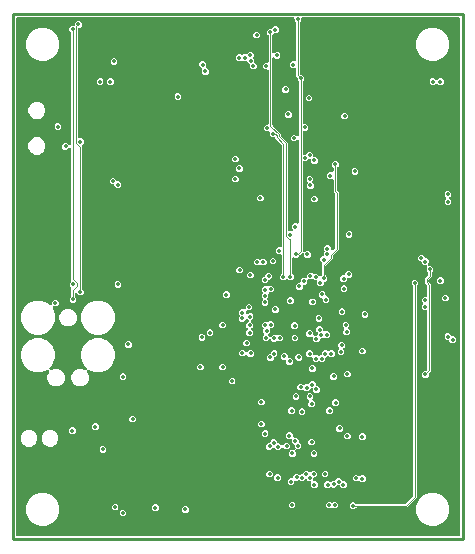
<source format=gbr>
G04 EAGLE Gerber RS-274X export*
G75*
%MOMM*%
%FSLAX34Y34*%
%LPD*%
%INCopper Layer 15*%
%IPPOS*%
%AMOC8*
5,1,8,0,0,1.08239X$1,22.5*%
G01*
%ADD10C,0.355600*%
%ADD11C,0.101600*%
%ADD12C,0.254000*%

G36*
X377308Y2556D02*
X377308Y2556D01*
X377427Y2563D01*
X377465Y2576D01*
X377506Y2581D01*
X377616Y2624D01*
X377729Y2661D01*
X377764Y2683D01*
X377801Y2698D01*
X377897Y2767D01*
X377998Y2831D01*
X378026Y2861D01*
X378059Y2884D01*
X378135Y2976D01*
X378216Y3063D01*
X378236Y3098D01*
X378261Y3129D01*
X378312Y3237D01*
X378370Y3341D01*
X378380Y3381D01*
X378397Y3417D01*
X378419Y3534D01*
X378449Y3649D01*
X378453Y3709D01*
X378457Y3729D01*
X378455Y3750D01*
X378459Y3810D01*
X378459Y440690D01*
X378444Y440808D01*
X378437Y440927D01*
X378424Y440965D01*
X378419Y441006D01*
X378376Y441116D01*
X378339Y441229D01*
X378317Y441264D01*
X378302Y441301D01*
X378233Y441397D01*
X378169Y441498D01*
X378139Y441526D01*
X378116Y441559D01*
X378024Y441635D01*
X377937Y441716D01*
X377902Y441736D01*
X377871Y441761D01*
X377763Y441812D01*
X377659Y441870D01*
X377619Y441880D01*
X377583Y441897D01*
X377466Y441919D01*
X377351Y441949D01*
X377291Y441953D01*
X377271Y441957D01*
X377250Y441955D01*
X377190Y441959D01*
X245364Y441959D01*
X245246Y441944D01*
X245127Y441937D01*
X245089Y441924D01*
X245048Y441919D01*
X244938Y441876D01*
X244825Y441839D01*
X244790Y441817D01*
X244753Y441802D01*
X244657Y441733D01*
X244556Y441669D01*
X244528Y441639D01*
X244495Y441616D01*
X244419Y441524D01*
X244338Y441437D01*
X244318Y441402D01*
X244293Y441371D01*
X244242Y441263D01*
X244184Y441159D01*
X244174Y441119D01*
X244157Y441083D01*
X244135Y440966D01*
X244105Y440851D01*
X244101Y440791D01*
X244097Y440771D01*
X244099Y440750D01*
X244095Y440690D01*
X244095Y439024D01*
X243196Y438126D01*
X243136Y438048D01*
X243068Y437976D01*
X243039Y437923D01*
X243002Y437875D01*
X242962Y437784D01*
X242914Y437697D01*
X242899Y437639D01*
X242875Y437583D01*
X242860Y437485D01*
X242835Y437389D01*
X242829Y437289D01*
X242825Y437269D01*
X242827Y437257D01*
X242825Y437229D01*
X242825Y394208D01*
X242840Y394090D01*
X242847Y393971D01*
X242860Y393933D01*
X242865Y393892D01*
X242908Y393782D01*
X242945Y393669D01*
X242967Y393634D01*
X242982Y393597D01*
X243051Y393501D01*
X243115Y393400D01*
X243145Y393372D01*
X243168Y393339D01*
X243260Y393263D01*
X243347Y393182D01*
X243382Y393162D01*
X243413Y393137D01*
X243521Y393086D01*
X243625Y393028D01*
X243665Y393018D01*
X243701Y393001D01*
X243818Y392979D01*
X243933Y392949D01*
X243993Y392945D01*
X244013Y392941D01*
X244034Y392943D01*
X244094Y392939D01*
X244998Y392939D01*
X246635Y391302D01*
X246635Y388986D01*
X245736Y388088D01*
X245676Y388010D01*
X245608Y387938D01*
X245579Y387885D01*
X245542Y387837D01*
X245502Y387746D01*
X245454Y387659D01*
X245439Y387601D01*
X245415Y387545D01*
X245400Y387447D01*
X245375Y387351D01*
X245369Y387251D01*
X245365Y387231D01*
X245367Y387219D01*
X245365Y387191D01*
X245365Y352806D01*
X245380Y352688D01*
X245387Y352569D01*
X245400Y352531D01*
X245405Y352490D01*
X245448Y352380D01*
X245485Y352267D01*
X245507Y352232D01*
X245522Y352195D01*
X245591Y352099D01*
X245655Y351998D01*
X245685Y351970D01*
X245708Y351937D01*
X245800Y351861D01*
X245887Y351780D01*
X245922Y351760D01*
X245953Y351735D01*
X246061Y351684D01*
X246165Y351626D01*
X246205Y351616D01*
X246241Y351599D01*
X246358Y351577D01*
X246473Y351547D01*
X246533Y351543D01*
X246553Y351539D01*
X246574Y351541D01*
X246634Y351537D01*
X248300Y351537D01*
X249937Y349900D01*
X249937Y347584D01*
X248300Y345947D01*
X246634Y345947D01*
X246516Y345932D01*
X246397Y345925D01*
X246359Y345912D01*
X246318Y345907D01*
X246208Y345864D01*
X246095Y345827D01*
X246060Y345805D01*
X246023Y345790D01*
X245927Y345721D01*
X245826Y345657D01*
X245798Y345627D01*
X245765Y345604D01*
X245689Y345512D01*
X245608Y345425D01*
X245588Y345390D01*
X245563Y345359D01*
X245512Y345251D01*
X245454Y345147D01*
X245444Y345107D01*
X245427Y345071D01*
X245405Y344954D01*
X245375Y344839D01*
X245371Y344779D01*
X245367Y344759D01*
X245369Y344738D01*
X245365Y344678D01*
X245365Y326898D01*
X245380Y326780D01*
X245387Y326661D01*
X245400Y326623D01*
X245405Y326582D01*
X245448Y326472D01*
X245485Y326359D01*
X245507Y326324D01*
X245522Y326287D01*
X245591Y326191D01*
X245655Y326090D01*
X245685Y326062D01*
X245708Y326029D01*
X245800Y325953D01*
X245887Y325872D01*
X245922Y325852D01*
X245953Y325827D01*
X246061Y325776D01*
X246165Y325718D01*
X246205Y325708D01*
X246241Y325691D01*
X246358Y325669D01*
X246473Y325639D01*
X246533Y325635D01*
X246553Y325631D01*
X246574Y325633D01*
X246634Y325629D01*
X247491Y325629D01*
X247589Y325641D01*
X247688Y325644D01*
X247746Y325661D01*
X247806Y325669D01*
X247898Y325705D01*
X247993Y325733D01*
X248046Y325763D01*
X248102Y325786D01*
X248182Y325844D01*
X248267Y325894D01*
X248343Y325960D01*
X248359Y325972D01*
X248367Y325982D01*
X248388Y326000D01*
X250302Y327915D01*
X252618Y327915D01*
X254255Y326278D01*
X254255Y324866D01*
X254270Y324748D01*
X254277Y324629D01*
X254290Y324591D01*
X254295Y324550D01*
X254338Y324440D01*
X254375Y324327D01*
X254397Y324292D01*
X254412Y324255D01*
X254481Y324159D01*
X254545Y324058D01*
X254575Y324030D01*
X254598Y323997D01*
X254690Y323921D01*
X254777Y323840D01*
X254812Y323820D01*
X254843Y323795D01*
X254951Y323744D01*
X255055Y323686D01*
X255095Y323676D01*
X255131Y323659D01*
X255248Y323637D01*
X255363Y323607D01*
X255423Y323603D01*
X255443Y323599D01*
X255464Y323601D01*
X255524Y323597D01*
X256428Y323597D01*
X258065Y321960D01*
X258065Y319644D01*
X256428Y318007D01*
X254112Y318007D01*
X252475Y319644D01*
X252475Y321056D01*
X252460Y321174D01*
X252453Y321293D01*
X252440Y321331D01*
X252435Y321372D01*
X252392Y321482D01*
X252355Y321595D01*
X252333Y321630D01*
X252318Y321667D01*
X252249Y321763D01*
X252185Y321864D01*
X252155Y321892D01*
X252132Y321925D01*
X252040Y322001D01*
X251953Y322082D01*
X251918Y322102D01*
X251887Y322127D01*
X251779Y322178D01*
X251675Y322236D01*
X251635Y322246D01*
X251599Y322263D01*
X251482Y322285D01*
X251367Y322315D01*
X251307Y322319D01*
X251287Y322323D01*
X251266Y322321D01*
X251206Y322325D01*
X251111Y322325D01*
X251013Y322313D01*
X250914Y322310D01*
X250856Y322293D01*
X250796Y322285D01*
X250704Y322249D01*
X250609Y322221D01*
X250556Y322191D01*
X250500Y322168D01*
X250420Y322110D01*
X250335Y322060D01*
X250259Y321994D01*
X250243Y321982D01*
X250235Y321972D01*
X250214Y321954D01*
X248300Y320039D01*
X246634Y320039D01*
X246516Y320024D01*
X246397Y320017D01*
X246359Y320004D01*
X246318Y319999D01*
X246208Y319956D01*
X246095Y319919D01*
X246060Y319897D01*
X246023Y319882D01*
X245927Y319813D01*
X245826Y319749D01*
X245798Y319719D01*
X245765Y319696D01*
X245689Y319604D01*
X245608Y319517D01*
X245588Y319482D01*
X245563Y319451D01*
X245512Y319343D01*
X245454Y319239D01*
X245444Y319199D01*
X245427Y319163D01*
X245405Y319046D01*
X245375Y318931D01*
X245371Y318871D01*
X245367Y318851D01*
X245369Y318830D01*
X245365Y318770D01*
X245365Y244253D01*
X245382Y244115D01*
X245395Y243977D01*
X245402Y243958D01*
X245405Y243938D01*
X245456Y243809D01*
X245503Y243678D01*
X245514Y243661D01*
X245522Y243642D01*
X245603Y243530D01*
X245681Y243415D01*
X245697Y243401D01*
X245708Y243385D01*
X245816Y243296D01*
X245920Y243204D01*
X245938Y243195D01*
X245953Y243182D01*
X246079Y243123D01*
X246203Y243059D01*
X246223Y243055D01*
X246241Y243046D01*
X246378Y243020D01*
X246513Y242990D01*
X246534Y242990D01*
X246553Y242987D01*
X246692Y242995D01*
X246831Y242999D01*
X246851Y243005D01*
X246871Y243006D01*
X247003Y243049D01*
X247137Y243088D01*
X247154Y243098D01*
X247173Y243104D01*
X247291Y243179D01*
X247411Y243249D01*
X247432Y243268D01*
X247442Y243275D01*
X247456Y243290D01*
X247531Y243356D01*
X248270Y244095D01*
X250586Y244095D01*
X252223Y242458D01*
X252223Y240142D01*
X250586Y238505D01*
X248270Y238505D01*
X246633Y240142D01*
X246633Y241413D01*
X246616Y241551D01*
X246603Y241689D01*
X246596Y241708D01*
X246593Y241728D01*
X246542Y241857D01*
X246495Y241988D01*
X246484Y242005D01*
X246476Y242024D01*
X246395Y242136D01*
X246317Y242252D01*
X246301Y242265D01*
X246290Y242281D01*
X246182Y242370D01*
X246078Y242462D01*
X246060Y242471D01*
X246045Y242484D01*
X245919Y242543D01*
X245795Y242607D01*
X245775Y242611D01*
X245757Y242620D01*
X245620Y242646D01*
X245485Y242676D01*
X245464Y242676D01*
X245445Y242679D01*
X245306Y242671D01*
X245167Y242667D01*
X245147Y242661D01*
X245127Y242660D01*
X244995Y242617D01*
X244861Y242578D01*
X244844Y242568D01*
X244825Y242562D01*
X244707Y242487D01*
X244587Y242417D01*
X244566Y242398D01*
X244556Y242391D01*
X244542Y242376D01*
X244467Y242310D01*
X243197Y241040D01*
X243196Y241040D01*
X242942Y240786D01*
X242882Y240708D01*
X242814Y240636D01*
X242794Y240599D01*
X242770Y240571D01*
X242762Y240554D01*
X242748Y240535D01*
X242708Y240444D01*
X242660Y240357D01*
X242649Y240314D01*
X242635Y240283D01*
X242632Y240268D01*
X242621Y240243D01*
X242612Y240183D01*
X240934Y238505D01*
X238612Y238505D01*
X238532Y238567D01*
X238425Y238656D01*
X238406Y238665D01*
X238390Y238677D01*
X238262Y238732D01*
X238137Y238792D01*
X238117Y238795D01*
X238098Y238803D01*
X237961Y238825D01*
X237824Y238851D01*
X237804Y238850D01*
X237784Y238853D01*
X237646Y238840D01*
X237507Y238832D01*
X237488Y238825D01*
X237468Y238824D01*
X237336Y238776D01*
X237205Y238734D01*
X237188Y238723D01*
X237168Y238716D01*
X237053Y238638D01*
X236936Y238563D01*
X236922Y238549D01*
X236905Y238537D01*
X236813Y238433D01*
X236718Y238332D01*
X236708Y238314D01*
X236695Y238299D01*
X236631Y238175D01*
X236564Y238053D01*
X236559Y238034D01*
X236550Y238016D01*
X236520Y237880D01*
X236485Y237745D01*
X236483Y237717D01*
X236480Y237705D01*
X236481Y237685D01*
X236475Y237585D01*
X236475Y225203D01*
X236487Y225105D01*
X236490Y225006D01*
X236507Y224948D01*
X236515Y224888D01*
X236551Y224796D01*
X236579Y224701D01*
X236609Y224648D01*
X236632Y224592D01*
X236690Y224512D01*
X236740Y224427D01*
X236806Y224351D01*
X236818Y224335D01*
X236828Y224327D01*
X236846Y224306D01*
X237745Y223408D01*
X237745Y221092D01*
X236108Y219455D01*
X233792Y219455D01*
X233028Y220220D01*
X232934Y220293D01*
X232844Y220372D01*
X232808Y220390D01*
X232776Y220415D01*
X232667Y220462D01*
X232561Y220517D01*
X232522Y220525D01*
X232484Y220541D01*
X232367Y220560D01*
X232251Y220586D01*
X232210Y220585D01*
X232170Y220591D01*
X232052Y220580D01*
X231933Y220577D01*
X231894Y220565D01*
X231854Y220561D01*
X231741Y220521D01*
X231627Y220488D01*
X231593Y220468D01*
X231554Y220454D01*
X231456Y220387D01*
X231353Y220327D01*
X231308Y220287D01*
X231291Y220275D01*
X231278Y220260D01*
X231233Y220220D01*
X230266Y219253D01*
X227950Y219253D01*
X226313Y220890D01*
X226313Y223206D01*
X227212Y224104D01*
X227272Y224182D01*
X227340Y224254D01*
X227369Y224307D01*
X227406Y224355D01*
X227446Y224446D01*
X227494Y224533D01*
X227509Y224591D01*
X227533Y224647D01*
X227548Y224745D01*
X227573Y224841D01*
X227579Y224941D01*
X227583Y224961D01*
X227581Y224973D01*
X227583Y225001D01*
X227583Y240284D01*
X227568Y240402D01*
X227561Y240521D01*
X227548Y240559D01*
X227543Y240600D01*
X227500Y240710D01*
X227463Y240823D01*
X227441Y240858D01*
X227426Y240895D01*
X227357Y240991D01*
X227293Y241092D01*
X227263Y241120D01*
X227240Y241153D01*
X227148Y241229D01*
X227061Y241310D01*
X227026Y241330D01*
X226995Y241355D01*
X226887Y241406D01*
X226783Y241464D01*
X226743Y241474D01*
X226707Y241491D01*
X226590Y241513D01*
X226475Y241543D01*
X226415Y241547D01*
X226395Y241551D01*
X226374Y241549D01*
X226314Y241553D01*
X224140Y241553D01*
X222503Y243190D01*
X222503Y245506D01*
X224140Y247143D01*
X226314Y247143D01*
X226432Y247158D01*
X226551Y247165D01*
X226589Y247178D01*
X226630Y247183D01*
X226740Y247226D01*
X226853Y247263D01*
X226888Y247285D01*
X226925Y247300D01*
X227021Y247369D01*
X227122Y247433D01*
X227150Y247463D01*
X227183Y247486D01*
X227259Y247578D01*
X227340Y247665D01*
X227360Y247700D01*
X227385Y247731D01*
X227436Y247839D01*
X227494Y247943D01*
X227504Y247983D01*
X227521Y248019D01*
X227543Y248136D01*
X227573Y248251D01*
X227577Y248311D01*
X227581Y248331D01*
X227579Y248352D01*
X227583Y248412D01*
X227583Y333691D01*
X227571Y333789D01*
X227568Y333888D01*
X227551Y333947D01*
X227543Y334007D01*
X227507Y334099D01*
X227479Y334194D01*
X227449Y334246D01*
X227426Y334302D01*
X227368Y334382D01*
X227318Y334468D01*
X227252Y334543D01*
X227240Y334560D01*
X227230Y334568D01*
X227212Y334589D01*
X221735Y340066D01*
X221656Y340126D01*
X221584Y340194D01*
X221531Y340223D01*
X221483Y340261D01*
X221392Y340300D01*
X221306Y340348D01*
X221247Y340363D01*
X221191Y340387D01*
X221094Y340402D01*
X220998Y340427D01*
X220898Y340434D01*
X220877Y340437D01*
X220865Y340436D01*
X220837Y340437D01*
X219139Y340437D01*
X217501Y342075D01*
X217501Y344170D01*
X217486Y344288D01*
X217479Y344407D01*
X217467Y344445D01*
X217462Y344486D01*
X217418Y344596D01*
X217381Y344709D01*
X217359Y344744D01*
X217345Y344781D01*
X217275Y344877D01*
X217211Y344978D01*
X217181Y345006D01*
X217158Y345039D01*
X217066Y345115D01*
X216979Y345196D01*
X216944Y345216D01*
X216913Y345241D01*
X216805Y345292D01*
X216701Y345350D01*
X216662Y345360D01*
X216625Y345377D01*
X216508Y345399D01*
X216393Y345429D01*
X216333Y345433D01*
X216313Y345437D01*
X216292Y345435D01*
X216232Y345439D01*
X213980Y345439D01*
X212343Y347076D01*
X212343Y349392D01*
X213980Y351029D01*
X215328Y351029D01*
X215446Y351044D01*
X215565Y351051D01*
X215603Y351064D01*
X215644Y351069D01*
X215754Y351112D01*
X215868Y351149D01*
X215902Y351171D01*
X215939Y351186D01*
X216036Y351255D01*
X216136Y351319D01*
X216164Y351349D01*
X216197Y351372D01*
X216273Y351464D01*
X216354Y351551D01*
X216374Y351586D01*
X216399Y351617D01*
X216450Y351725D01*
X216508Y351829D01*
X216518Y351869D01*
X216535Y351905D01*
X216557Y352022D01*
X216587Y352137D01*
X216591Y352197D01*
X216595Y352217D01*
X216594Y352238D01*
X216597Y352298D01*
X216597Y396494D01*
X216582Y396612D01*
X216575Y396731D01*
X216563Y396769D01*
X216557Y396810D01*
X216514Y396920D01*
X216477Y397033D01*
X216455Y397068D01*
X216440Y397105D01*
X216371Y397201D01*
X216307Y397302D01*
X216277Y397330D01*
X216254Y397363D01*
X216162Y397439D01*
X216075Y397520D01*
X216040Y397540D01*
X216009Y397565D01*
X215901Y397616D01*
X215797Y397674D01*
X215757Y397684D01*
X215721Y397701D01*
X215604Y397723D01*
X215489Y397753D01*
X215429Y397757D01*
X215409Y397761D01*
X215388Y397759D01*
X215328Y397763D01*
X213472Y397763D01*
X211835Y399400D01*
X211835Y401716D01*
X213472Y403353D01*
X215328Y403353D01*
X215446Y403368D01*
X215565Y403375D01*
X215603Y403388D01*
X215644Y403393D01*
X215754Y403436D01*
X215868Y403473D01*
X215902Y403495D01*
X215939Y403510D01*
X216036Y403579D01*
X216136Y403643D01*
X216164Y403673D01*
X216197Y403696D01*
X216273Y403788D01*
X216354Y403875D01*
X216374Y403910D01*
X216399Y403941D01*
X216450Y404049D01*
X216508Y404153D01*
X216518Y404193D01*
X216535Y404229D01*
X216557Y404346D01*
X216587Y404461D01*
X216591Y404521D01*
X216595Y404541D01*
X216594Y404562D01*
X216597Y404622D01*
X216597Y426255D01*
X216585Y426353D01*
X216582Y426452D01*
X216565Y426510D01*
X216557Y426570D01*
X216521Y426662D01*
X216494Y426758D01*
X216463Y426810D01*
X216440Y426866D01*
X216382Y426946D01*
X216332Y427031D01*
X216266Y427107D01*
X216254Y427123D01*
X216244Y427131D01*
X216226Y427152D01*
X215327Y428050D01*
X215327Y430366D01*
X216964Y432003D01*
X218229Y432003D01*
X218327Y432015D01*
X218426Y432018D01*
X218484Y432035D01*
X218544Y432043D01*
X218636Y432079D01*
X218731Y432107D01*
X218784Y432137D01*
X218840Y432160D01*
X218920Y432218D01*
X219005Y432268D01*
X219081Y432335D01*
X219097Y432347D01*
X219105Y432356D01*
X219126Y432375D01*
X221092Y434341D01*
X223408Y434341D01*
X225045Y432704D01*
X225045Y430388D01*
X223408Y428751D01*
X222143Y428751D01*
X222045Y428739D01*
X221946Y428736D01*
X221888Y428719D01*
X221828Y428711D01*
X221736Y428675D01*
X221641Y428647D01*
X221588Y428617D01*
X221532Y428594D01*
X221452Y428536D01*
X221367Y428486D01*
X221291Y428420D01*
X221275Y428408D01*
X221267Y428398D01*
X221246Y428380D01*
X220019Y427152D01*
X219958Y427074D01*
X219890Y427002D01*
X219861Y426949D01*
X219824Y426901D01*
X219784Y426810D01*
X219736Y426723D01*
X219721Y426665D01*
X219697Y426609D01*
X219682Y426511D01*
X219657Y426415D01*
X219651Y426315D01*
X219647Y426295D01*
X219649Y426283D01*
X219647Y426255D01*
X219647Y412591D01*
X219664Y412453D01*
X219677Y412315D01*
X219684Y412296D01*
X219687Y412276D01*
X219738Y412147D01*
X219785Y412016D01*
X219796Y411999D01*
X219804Y411980D01*
X219885Y411868D01*
X219963Y411753D01*
X219979Y411739D01*
X219991Y411723D01*
X220098Y411634D01*
X220202Y411542D01*
X220220Y411533D01*
X220235Y411520D01*
X220361Y411461D01*
X220485Y411398D01*
X220505Y411393D01*
X220523Y411384D01*
X220660Y411358D01*
X220795Y411328D01*
X220816Y411328D01*
X220836Y411325D01*
X220974Y411333D01*
X221113Y411338D01*
X221133Y411343D01*
X221153Y411344D01*
X221285Y411387D01*
X221419Y411426D01*
X221436Y411436D01*
X221455Y411442D01*
X221573Y411517D01*
X221693Y411587D01*
X221714Y411606D01*
X221724Y411613D01*
X221738Y411628D01*
X221814Y411694D01*
X222616Y412497D01*
X224932Y412497D01*
X226569Y410860D01*
X226569Y408544D01*
X224932Y406907D01*
X222616Y406907D01*
X221814Y407710D01*
X221704Y407795D01*
X221597Y407884D01*
X221578Y407893D01*
X221562Y407905D01*
X221435Y407960D01*
X221309Y408020D01*
X221289Y408023D01*
X221270Y408031D01*
X221132Y408053D01*
X220997Y408079D01*
X220976Y408078D01*
X220956Y408081D01*
X220817Y408068D01*
X220679Y408060D01*
X220660Y408053D01*
X220640Y408051D01*
X220508Y408004D01*
X220377Y407962D01*
X220360Y407951D01*
X220340Y407944D01*
X220225Y407866D01*
X220108Y407791D01*
X220094Y407777D01*
X220077Y407765D01*
X219985Y407661D01*
X219890Y407560D01*
X219880Y407542D01*
X219867Y407527D01*
X219804Y407403D01*
X219736Y407281D01*
X219731Y407262D01*
X219722Y407244D01*
X219692Y407108D01*
X219657Y406973D01*
X219655Y406945D01*
X219653Y406933D01*
X219653Y406913D01*
X219647Y406813D01*
X219647Y351233D01*
X219659Y351135D01*
X219662Y351036D01*
X219679Y350978D01*
X219687Y350918D01*
X219723Y350826D01*
X219751Y350731D01*
X219781Y350678D01*
X219804Y350622D01*
X219862Y350542D01*
X219912Y350457D01*
X219979Y350381D01*
X219991Y350365D01*
X220000Y350357D01*
X220019Y350336D01*
X226823Y343532D01*
X226823Y342690D01*
X226835Y342591D01*
X226838Y342492D01*
X226845Y342470D01*
X226845Y342463D01*
X226855Y342431D01*
X226863Y342374D01*
X226899Y342282D01*
X226927Y342187D01*
X226957Y342135D01*
X226980Y342078D01*
X227038Y341998D01*
X227088Y341913D01*
X227154Y341838D01*
X227166Y341821D01*
X227176Y341813D01*
X227194Y341792D01*
X233173Y335814D01*
X233173Y261874D01*
X233188Y261756D01*
X233195Y261637D01*
X233208Y261599D01*
X233213Y261558D01*
X233257Y261447D01*
X233293Y261335D01*
X233315Y261300D01*
X233330Y261263D01*
X233399Y261167D01*
X233463Y261066D01*
X233493Y261038D01*
X233516Y261005D01*
X233608Y260929D01*
X233695Y260848D01*
X233730Y260828D01*
X233761Y260803D01*
X233869Y260752D01*
X233973Y260694D01*
X234013Y260684D01*
X234049Y260667D01*
X234166Y260645D01*
X234281Y260615D01*
X234341Y260611D01*
X234361Y260607D01*
X234382Y260609D01*
X234442Y260605D01*
X236061Y260605D01*
X236199Y260622D01*
X236337Y260635D01*
X236356Y260642D01*
X236376Y260645D01*
X236505Y260696D01*
X236636Y260743D01*
X236653Y260754D01*
X236672Y260762D01*
X236784Y260843D01*
X236899Y260921D01*
X236913Y260937D01*
X236929Y260948D01*
X237018Y261056D01*
X237110Y261160D01*
X237119Y261178D01*
X237132Y261193D01*
X237191Y261319D01*
X237255Y261443D01*
X237259Y261463D01*
X237268Y261481D01*
X237294Y261618D01*
X237324Y261753D01*
X237324Y261774D01*
X237327Y261793D01*
X237319Y261932D01*
X237315Y262071D01*
X237309Y262091D01*
X237308Y262111D01*
X237265Y262243D01*
X237226Y262377D01*
X237216Y262394D01*
X237210Y262413D01*
X237135Y262531D01*
X237065Y262651D01*
X237046Y262672D01*
X237039Y262682D01*
X237024Y262696D01*
X236958Y262771D01*
X236219Y263510D01*
X236219Y265826D01*
X237856Y267463D01*
X240178Y267463D01*
X240258Y267401D01*
X240365Y267312D01*
X240384Y267303D01*
X240400Y267291D01*
X240528Y267236D01*
X240653Y267176D01*
X240673Y267173D01*
X240692Y267165D01*
X240829Y267143D01*
X240966Y267117D01*
X240986Y267118D01*
X241006Y267115D01*
X241144Y267128D01*
X241283Y267136D01*
X241302Y267143D01*
X241322Y267144D01*
X241454Y267192D01*
X241585Y267234D01*
X241602Y267245D01*
X241622Y267252D01*
X241737Y267330D01*
X241854Y267405D01*
X241868Y267419D01*
X241885Y267431D01*
X241977Y267535D01*
X242072Y267636D01*
X242082Y267654D01*
X242095Y267669D01*
X242159Y267793D01*
X242226Y267915D01*
X242231Y267934D01*
X242240Y267952D01*
X242270Y268088D01*
X242305Y268223D01*
X242307Y268251D01*
X242310Y268263D01*
X242309Y268283D01*
X242315Y268383D01*
X242315Y337153D01*
X242298Y337291D01*
X242285Y337429D01*
X242278Y337448D01*
X242275Y337468D01*
X242224Y337597D01*
X242177Y337728D01*
X242166Y337745D01*
X242158Y337764D01*
X242077Y337876D01*
X241999Y337991D01*
X241983Y338005D01*
X241972Y338021D01*
X241864Y338110D01*
X241760Y338202D01*
X241742Y338211D01*
X241727Y338224D01*
X241601Y338283D01*
X241477Y338347D01*
X241457Y338351D01*
X241439Y338360D01*
X241302Y338386D01*
X241167Y338416D01*
X241146Y338416D01*
X241127Y338419D01*
X240988Y338411D01*
X240849Y338407D01*
X240829Y338401D01*
X240809Y338400D01*
X240677Y338357D01*
X240543Y338318D01*
X240526Y338308D01*
X240507Y338302D01*
X240389Y338227D01*
X240269Y338157D01*
X240248Y338138D01*
X240238Y338131D01*
X240224Y338116D01*
X240149Y338050D01*
X239156Y337057D01*
X236840Y337057D01*
X235203Y338694D01*
X235203Y341010D01*
X236840Y342647D01*
X239156Y342647D01*
X240149Y341654D01*
X240258Y341569D01*
X240365Y341480D01*
X240384Y341471D01*
X240400Y341459D01*
X240527Y341404D01*
X240653Y341344D01*
X240673Y341341D01*
X240692Y341333D01*
X240830Y341311D01*
X240966Y341285D01*
X240986Y341286D01*
X241006Y341283D01*
X241145Y341296D01*
X241283Y341304D01*
X241302Y341311D01*
X241322Y341312D01*
X241454Y341360D01*
X241585Y341402D01*
X241603Y341413D01*
X241622Y341420D01*
X241737Y341498D01*
X241854Y341573D01*
X241868Y341587D01*
X241885Y341599D01*
X241977Y341703D01*
X242072Y341804D01*
X242082Y341822D01*
X242095Y341837D01*
X242159Y341961D01*
X242226Y342083D01*
X242231Y342102D01*
X242240Y342120D01*
X242270Y342256D01*
X242305Y342391D01*
X242307Y342419D01*
X242310Y342431D01*
X242309Y342451D01*
X242315Y342551D01*
X242315Y387191D01*
X242303Y387289D01*
X242300Y387388D01*
X242283Y387446D01*
X242275Y387506D01*
X242239Y387598D01*
X242211Y387693D01*
X242181Y387746D01*
X242158Y387802D01*
X242100Y387882D01*
X242050Y387967D01*
X241984Y388043D01*
X241972Y388059D01*
X241962Y388067D01*
X241944Y388088D01*
X241045Y388986D01*
X241045Y390257D01*
X241033Y390355D01*
X241030Y390454D01*
X241013Y390512D01*
X241005Y390572D01*
X240969Y390664D01*
X240941Y390759D01*
X240911Y390812D01*
X240888Y390868D01*
X240830Y390948D01*
X240780Y391033D01*
X240714Y391109D01*
X240702Y391125D01*
X240692Y391133D01*
X240674Y391154D01*
X239775Y392052D01*
X239775Y397764D01*
X239760Y397882D01*
X239753Y398001D01*
X239740Y398039D01*
X239735Y398080D01*
X239692Y398190D01*
X239655Y398303D01*
X239633Y398338D01*
X239618Y398375D01*
X239549Y398471D01*
X239485Y398572D01*
X239455Y398600D01*
X239432Y398633D01*
X239340Y398709D01*
X239253Y398790D01*
X239218Y398810D01*
X239187Y398835D01*
X239079Y398886D01*
X238975Y398944D01*
X238935Y398954D01*
X238899Y398971D01*
X238782Y398993D01*
X238667Y399023D01*
X238607Y399027D01*
X238587Y399031D01*
X238566Y399029D01*
X238506Y399033D01*
X236332Y399033D01*
X234695Y400670D01*
X234695Y402986D01*
X236332Y404623D01*
X238506Y404623D01*
X238624Y404638D01*
X238743Y404645D01*
X238781Y404658D01*
X238822Y404663D01*
X238932Y404706D01*
X239045Y404743D01*
X239080Y404765D01*
X239117Y404780D01*
X239213Y404849D01*
X239314Y404913D01*
X239342Y404943D01*
X239375Y404966D01*
X239451Y405058D01*
X239532Y405145D01*
X239552Y405180D01*
X239577Y405211D01*
X239628Y405319D01*
X239686Y405423D01*
X239696Y405463D01*
X239713Y405499D01*
X239735Y405616D01*
X239765Y405731D01*
X239769Y405791D01*
X239773Y405811D01*
X239771Y405832D01*
X239775Y405892D01*
X239775Y437229D01*
X239763Y437327D01*
X239760Y437426D01*
X239743Y437484D01*
X239735Y437544D01*
X239699Y437636D01*
X239671Y437731D01*
X239641Y437784D01*
X239618Y437840D01*
X239560Y437920D01*
X239510Y438005D01*
X239444Y438081D01*
X239432Y438097D01*
X239422Y438105D01*
X239404Y438126D01*
X238505Y439024D01*
X238505Y440690D01*
X238490Y440808D01*
X238483Y440927D01*
X238470Y440965D01*
X238465Y441006D01*
X238422Y441116D01*
X238385Y441229D01*
X238363Y441264D01*
X238348Y441301D01*
X238279Y441397D01*
X238215Y441498D01*
X238185Y441526D01*
X238162Y441559D01*
X238070Y441635D01*
X237983Y441716D01*
X237948Y441736D01*
X237917Y441761D01*
X237809Y441812D01*
X237705Y441870D01*
X237665Y441880D01*
X237629Y441897D01*
X237512Y441919D01*
X237397Y441949D01*
X237337Y441953D01*
X237317Y441957D01*
X237296Y441955D01*
X237236Y441959D01*
X3810Y441959D01*
X3692Y441944D01*
X3573Y441937D01*
X3535Y441924D01*
X3494Y441919D01*
X3384Y441876D01*
X3271Y441839D01*
X3236Y441817D01*
X3199Y441802D01*
X3103Y441733D01*
X3002Y441669D01*
X2974Y441639D01*
X2941Y441616D01*
X2865Y441524D01*
X2784Y441437D01*
X2764Y441402D01*
X2739Y441371D01*
X2688Y441263D01*
X2630Y441159D01*
X2620Y441119D01*
X2603Y441083D01*
X2581Y440966D01*
X2551Y440851D01*
X2547Y440791D01*
X2543Y440771D01*
X2545Y440750D01*
X2541Y440690D01*
X2541Y3810D01*
X2556Y3692D01*
X2563Y3573D01*
X2576Y3535D01*
X2581Y3494D01*
X2624Y3384D01*
X2661Y3271D01*
X2683Y3236D01*
X2698Y3199D01*
X2767Y3103D01*
X2831Y3002D01*
X2861Y2974D01*
X2884Y2941D01*
X2976Y2865D01*
X3063Y2784D01*
X3098Y2764D01*
X3129Y2739D01*
X3237Y2688D01*
X3341Y2630D01*
X3381Y2620D01*
X3417Y2603D01*
X3534Y2581D01*
X3649Y2551D01*
X3709Y2547D01*
X3729Y2543D01*
X3750Y2545D01*
X3810Y2541D01*
X377190Y2541D01*
X377308Y2556D01*
G37*
%LPC*%
G36*
X49642Y200405D02*
X49642Y200405D01*
X48005Y202042D01*
X48005Y204358D01*
X48903Y205256D01*
X48964Y205334D01*
X49032Y205406D01*
X49061Y205459D01*
X49098Y205507D01*
X49138Y205598D01*
X49186Y205685D01*
X49201Y205743D01*
X49225Y205799D01*
X49240Y205897D01*
X49265Y205993D01*
X49271Y206093D01*
X49275Y206113D01*
X49273Y206125D01*
X49275Y206153D01*
X49275Y211885D01*
X49335Y211953D01*
X49353Y211989D01*
X49378Y212021D01*
X49425Y212130D01*
X49479Y212236D01*
X49488Y212276D01*
X49504Y212313D01*
X49523Y212430D01*
X49549Y212546D01*
X49548Y212587D01*
X49554Y212627D01*
X49543Y212745D01*
X49539Y212864D01*
X49528Y212903D01*
X49524Y212943D01*
X49484Y213055D01*
X49451Y213170D01*
X49430Y213205D01*
X49417Y213243D01*
X49350Y213341D01*
X49289Y213444D01*
X49250Y213489D01*
X49238Y213506D01*
X49223Y213519D01*
X49183Y213565D01*
X48005Y214742D01*
X48005Y217058D01*
X49183Y218235D01*
X49256Y218330D01*
X49335Y218419D01*
X49353Y218455D01*
X49378Y218487D01*
X49425Y218596D01*
X49479Y218702D01*
X49488Y218741D01*
X49504Y218779D01*
X49523Y218896D01*
X49549Y219012D01*
X49548Y219053D01*
X49554Y219093D01*
X49543Y219212D01*
X49539Y219330D01*
X49528Y219369D01*
X49524Y219409D01*
X49484Y219522D01*
X49451Y219636D01*
X49430Y219670D01*
X49417Y219709D01*
X49350Y219807D01*
X49289Y219910D01*
X49275Y219926D01*
X49275Y330295D01*
X49258Y330433D01*
X49245Y330571D01*
X49238Y330590D01*
X49235Y330610D01*
X49184Y330740D01*
X49137Y330870D01*
X49126Y330887D01*
X49118Y330906D01*
X49037Y331018D01*
X48959Y331133D01*
X48943Y331147D01*
X48932Y331163D01*
X48824Y331252D01*
X48720Y331344D01*
X48702Y331353D01*
X48687Y331366D01*
X48561Y331425D01*
X48437Y331489D01*
X48417Y331493D01*
X48399Y331502D01*
X48262Y331528D01*
X48127Y331558D01*
X48106Y331558D01*
X48087Y331561D01*
X47948Y331553D01*
X47809Y331549D01*
X47789Y331543D01*
X47769Y331542D01*
X47637Y331499D01*
X47503Y331460D01*
X47486Y331450D01*
X47467Y331444D01*
X47349Y331369D01*
X47229Y331299D01*
X47208Y331280D01*
X47198Y331273D01*
X47184Y331258D01*
X47109Y331192D01*
X45862Y329945D01*
X43546Y329945D01*
X41909Y331582D01*
X41909Y333898D01*
X43546Y335535D01*
X45862Y335535D01*
X47109Y334288D01*
X47218Y334203D01*
X47325Y334114D01*
X47344Y334105D01*
X47360Y334093D01*
X47488Y334037D01*
X47613Y333978D01*
X47633Y333975D01*
X47652Y333967D01*
X47790Y333945D01*
X47926Y333919D01*
X47946Y333920D01*
X47966Y333917D01*
X48105Y333930D01*
X48243Y333938D01*
X48262Y333945D01*
X48282Y333946D01*
X48414Y333994D01*
X48545Y334036D01*
X48563Y334047D01*
X48582Y334054D01*
X48697Y334132D01*
X48814Y334207D01*
X48828Y334221D01*
X48845Y334233D01*
X48937Y334337D01*
X49032Y334438D01*
X49042Y334456D01*
X49055Y334471D01*
X49119Y334595D01*
X49186Y334717D01*
X49191Y334736D01*
X49200Y334754D01*
X49230Y334890D01*
X49265Y335025D01*
X49267Y335053D01*
X49270Y335065D01*
X49269Y335085D01*
X49275Y335185D01*
X49275Y428593D01*
X49263Y428691D01*
X49260Y428790D01*
X49243Y428848D01*
X49235Y428908D01*
X49199Y429000D01*
X49171Y429095D01*
X49141Y429148D01*
X49118Y429204D01*
X49060Y429284D01*
X49010Y429369D01*
X48944Y429445D01*
X48932Y429461D01*
X48922Y429469D01*
X48904Y429490D01*
X47751Y430642D01*
X47751Y432958D01*
X49388Y434595D01*
X51308Y434595D01*
X51426Y434610D01*
X51545Y434617D01*
X51583Y434630D01*
X51624Y434635D01*
X51734Y434678D01*
X51847Y434715D01*
X51882Y434737D01*
X51919Y434752D01*
X52015Y434821D01*
X52116Y434885D01*
X52144Y434915D01*
X52177Y434938D01*
X52253Y435030D01*
X52334Y435117D01*
X52354Y435152D01*
X52379Y435183D01*
X52430Y435291D01*
X52488Y435395D01*
X52498Y435435D01*
X52515Y435471D01*
X52537Y435588D01*
X52567Y435703D01*
X52571Y435763D01*
X52575Y435783D01*
X52573Y435804D01*
X52577Y435864D01*
X52577Y437022D01*
X54214Y438659D01*
X56530Y438659D01*
X58167Y437022D01*
X58167Y434706D01*
X56514Y433054D01*
X56405Y433047D01*
X56367Y433034D01*
X56326Y433029D01*
X56216Y432986D01*
X56103Y432949D01*
X56068Y432927D01*
X56031Y432912D01*
X55935Y432843D01*
X55834Y432779D01*
X55806Y432749D01*
X55773Y432726D01*
X55697Y432634D01*
X55616Y432547D01*
X55596Y432512D01*
X55571Y432481D01*
X55520Y432373D01*
X55462Y432269D01*
X55452Y432229D01*
X55435Y432193D01*
X55413Y432076D01*
X55383Y431961D01*
X55379Y431901D01*
X55375Y431881D01*
X55377Y431860D01*
X55373Y431800D01*
X55373Y340614D01*
X55388Y340496D01*
X55395Y340377D01*
X55408Y340339D01*
X55413Y340298D01*
X55456Y340188D01*
X55493Y340075D01*
X55515Y340040D01*
X55530Y340003D01*
X55599Y339907D01*
X55663Y339806D01*
X55693Y339778D01*
X55716Y339745D01*
X55808Y339669D01*
X55895Y339588D01*
X55930Y339568D01*
X55961Y339543D01*
X56069Y339492D01*
X56173Y339434D01*
X56213Y339424D01*
X56249Y339407D01*
X56366Y339385D01*
X56481Y339355D01*
X56541Y339351D01*
X56561Y339347D01*
X56582Y339349D01*
X56642Y339345D01*
X58308Y339345D01*
X59945Y337708D01*
X59945Y335392D01*
X58767Y334215D01*
X58694Y334120D01*
X58615Y334031D01*
X58597Y333995D01*
X58572Y333963D01*
X58525Y333854D01*
X58471Y333748D01*
X58462Y333709D01*
X58446Y333671D01*
X58427Y333554D01*
X58401Y333438D01*
X58402Y333397D01*
X58396Y333357D01*
X58407Y333238D01*
X58411Y333120D01*
X58422Y333081D01*
X58426Y333041D01*
X58466Y332928D01*
X58499Y332814D01*
X58520Y332780D01*
X58533Y332741D01*
X58600Y332643D01*
X58661Y332540D01*
X58675Y332524D01*
X58675Y212249D01*
X58687Y212151D01*
X58690Y212052D01*
X58707Y211994D01*
X58715Y211934D01*
X58751Y211842D01*
X58779Y211747D01*
X58809Y211694D01*
X58832Y211638D01*
X58890Y211558D01*
X58940Y211473D01*
X59006Y211397D01*
X59018Y211381D01*
X59028Y211373D01*
X59046Y211352D01*
X59945Y210454D01*
X59945Y208138D01*
X58308Y206501D01*
X55992Y206501D01*
X54491Y208002D01*
X54382Y208087D01*
X54275Y208176D01*
X54256Y208185D01*
X54240Y208197D01*
X54112Y208253D01*
X53987Y208312D01*
X53967Y208315D01*
X53948Y208323D01*
X53810Y208345D01*
X53674Y208371D01*
X53654Y208370D01*
X53634Y208373D01*
X53495Y208360D01*
X53357Y208352D01*
X53338Y208345D01*
X53318Y208344D01*
X53186Y208296D01*
X53055Y208254D01*
X53037Y208243D01*
X53018Y208236D01*
X52903Y208158D01*
X52786Y208083D01*
X52772Y208069D01*
X52755Y208057D01*
X52663Y207953D01*
X52568Y207852D01*
X52558Y207834D01*
X52545Y207819D01*
X52481Y207695D01*
X52414Y207573D01*
X52409Y207554D01*
X52400Y207536D01*
X52370Y207400D01*
X52335Y207265D01*
X52333Y207237D01*
X52330Y207225D01*
X52331Y207205D01*
X52325Y207105D01*
X52325Y206153D01*
X52337Y206055D01*
X52340Y205956D01*
X52357Y205898D01*
X52365Y205838D01*
X52401Y205746D01*
X52429Y205651D01*
X52459Y205598D01*
X52482Y205542D01*
X52540Y205462D01*
X52590Y205377D01*
X52656Y205301D01*
X52668Y205285D01*
X52678Y205277D01*
X52697Y205256D01*
X53595Y204358D01*
X53595Y202042D01*
X51958Y200405D01*
X49642Y200405D01*
G37*
%LPD*%
%LPC*%
G36*
X35095Y129412D02*
X35095Y129412D01*
X32341Y130553D01*
X30233Y132661D01*
X29092Y135415D01*
X29092Y138397D01*
X30233Y141151D01*
X30650Y141568D01*
X30693Y141623D01*
X30743Y141672D01*
X30790Y141748D01*
X30845Y141819D01*
X30873Y141884D01*
X30910Y141943D01*
X30936Y142029D01*
X30972Y142111D01*
X30983Y142180D01*
X31003Y142247D01*
X31007Y142336D01*
X31022Y142425D01*
X31015Y142495D01*
X31018Y142565D01*
X31000Y142652D01*
X30992Y142742D01*
X30968Y142808D01*
X30954Y142876D01*
X30915Y142957D01*
X30884Y143041D01*
X30845Y143099D01*
X30814Y143162D01*
X30756Y143230D01*
X30706Y143304D01*
X30653Y143351D01*
X30608Y143404D01*
X30534Y143455D01*
X30467Y143515D01*
X30405Y143547D01*
X30348Y143587D01*
X30264Y143619D01*
X30184Y143660D01*
X30116Y143675D01*
X30051Y143700D01*
X29961Y143710D01*
X29874Y143729D01*
X29804Y143727D01*
X29735Y143735D01*
X29646Y143722D01*
X29556Y143720D01*
X29489Y143700D01*
X29420Y143690D01*
X29267Y143638D01*
X24203Y141541D01*
X18469Y141541D01*
X13170Y143735D01*
X9115Y147790D01*
X6921Y153089D01*
X6921Y158823D01*
X9115Y164122D01*
X13170Y168177D01*
X18469Y170371D01*
X24203Y170371D01*
X29502Y168177D01*
X33557Y164122D01*
X35751Y158823D01*
X35751Y153089D01*
X33557Y147790D01*
X31192Y145426D01*
X31149Y145371D01*
X31099Y145322D01*
X31052Y145246D01*
X30997Y145175D01*
X30970Y145111D01*
X30933Y145051D01*
X30907Y144966D01*
X30871Y144883D01*
X30860Y144814D01*
X30839Y144747D01*
X30835Y144658D01*
X30821Y144569D01*
X30828Y144499D01*
X30824Y144430D01*
X30842Y144342D01*
X30851Y144252D01*
X30875Y144186D01*
X30889Y144118D01*
X30928Y144038D01*
X30959Y143953D01*
X30998Y143895D01*
X31028Y143832D01*
X31087Y143764D01*
X31137Y143690D01*
X31189Y143644D01*
X31235Y143590D01*
X31308Y143539D01*
X31376Y143479D01*
X31438Y143448D01*
X31495Y143407D01*
X31579Y143376D01*
X31659Y143335D01*
X31727Y143319D01*
X31792Y143295D01*
X31881Y143285D01*
X31969Y143265D01*
X32039Y143267D01*
X32108Y143259D01*
X32197Y143272D01*
X32287Y143275D01*
X32354Y143294D01*
X32423Y143304D01*
X32575Y143356D01*
X35095Y144400D01*
X38077Y144400D01*
X40831Y143259D01*
X42939Y141151D01*
X44080Y138397D01*
X44080Y135415D01*
X42939Y132661D01*
X40831Y130553D01*
X38077Y129412D01*
X35095Y129412D01*
G37*
%LPD*%
%LPC*%
G36*
X55395Y129412D02*
X55395Y129412D01*
X52641Y130553D01*
X50533Y132661D01*
X49392Y135415D01*
X49392Y138397D01*
X50533Y141151D01*
X52641Y143259D01*
X55395Y144400D01*
X58377Y144400D01*
X60897Y143356D01*
X60964Y143338D01*
X61028Y143310D01*
X61117Y143296D01*
X61203Y143272D01*
X61273Y143271D01*
X61342Y143260D01*
X61432Y143268D01*
X61521Y143267D01*
X61589Y143283D01*
X61659Y143290D01*
X61743Y143320D01*
X61831Y143341D01*
X61892Y143374D01*
X61958Y143397D01*
X62032Y143448D01*
X62112Y143490D01*
X62163Y143537D01*
X62221Y143576D01*
X62280Y143643D01*
X62347Y143704D01*
X62385Y143762D01*
X62432Y143814D01*
X62472Y143894D01*
X62522Y143969D01*
X62544Y144036D01*
X62576Y144098D01*
X62596Y144185D01*
X62625Y144270D01*
X62630Y144340D01*
X62646Y144408D01*
X62643Y144498D01*
X62650Y144587D01*
X62638Y144656D01*
X62636Y144726D01*
X62611Y144812D01*
X62596Y144901D01*
X62567Y144964D01*
X62548Y145031D01*
X62502Y145109D01*
X62465Y145191D01*
X62422Y145245D01*
X62386Y145305D01*
X62280Y145426D01*
X59915Y147790D01*
X57721Y153089D01*
X57721Y158823D01*
X59915Y164122D01*
X63970Y168177D01*
X69269Y170371D01*
X75003Y170371D01*
X80302Y168177D01*
X84357Y164122D01*
X86551Y158823D01*
X86551Y153089D01*
X84357Y147790D01*
X80302Y143735D01*
X75003Y141541D01*
X69269Y141541D01*
X64205Y143638D01*
X64137Y143657D01*
X64073Y143684D01*
X63985Y143699D01*
X63898Y143722D01*
X63828Y143723D01*
X63759Y143734D01*
X63670Y143726D01*
X63580Y143727D01*
X63512Y143711D01*
X63443Y143704D01*
X63358Y143674D01*
X63271Y143653D01*
X63209Y143620D01*
X63143Y143597D01*
X63069Y143546D01*
X62990Y143504D01*
X62938Y143457D01*
X62880Y143418D01*
X62821Y143351D01*
X62754Y143290D01*
X62716Y143232D01*
X62670Y143180D01*
X62629Y143100D01*
X62580Y143025D01*
X62557Y142959D01*
X62525Y142897D01*
X62505Y142809D01*
X62476Y142724D01*
X62471Y142654D01*
X62456Y142586D01*
X62458Y142497D01*
X62451Y142407D01*
X62463Y142338D01*
X62465Y142268D01*
X62490Y142182D01*
X62506Y142094D01*
X62534Y142030D01*
X62554Y141963D01*
X62599Y141885D01*
X62636Y141804D01*
X62680Y141749D01*
X62715Y141689D01*
X62822Y141568D01*
X63239Y141151D01*
X64380Y138397D01*
X64380Y135415D01*
X63239Y132661D01*
X61131Y130553D01*
X58377Y129412D01*
X55395Y129412D01*
G37*
%LPD*%
%LPC*%
G36*
X286878Y25653D02*
X286878Y25653D01*
X285241Y27290D01*
X285241Y29606D01*
X286878Y31243D01*
X289194Y31243D01*
X290092Y30344D01*
X290170Y30284D01*
X290242Y30216D01*
X290295Y30187D01*
X290343Y30150D01*
X290434Y30110D01*
X290521Y30062D01*
X290579Y30047D01*
X290635Y30023D01*
X290733Y30008D01*
X290829Y29983D01*
X290929Y29977D01*
X290949Y29973D01*
X290961Y29975D01*
X290989Y29973D01*
X332091Y29973D01*
X332189Y29985D01*
X332288Y29988D01*
X332346Y30005D01*
X332406Y30013D01*
X332498Y30049D01*
X332593Y30077D01*
X332646Y30107D01*
X332702Y30130D01*
X332782Y30188D01*
X332867Y30238D01*
X332943Y30304D01*
X332959Y30316D01*
X332967Y30326D01*
X332988Y30344D01*
X338464Y35820D01*
X338524Y35898D01*
X338592Y35970D01*
X338621Y36023D01*
X338658Y36071D01*
X338698Y36162D01*
X338746Y36249D01*
X338761Y36307D01*
X338785Y36363D01*
X338800Y36461D01*
X338825Y36557D01*
X338831Y36657D01*
X338835Y36677D01*
X338833Y36689D01*
X338835Y36717D01*
X338835Y213963D01*
X338823Y214061D01*
X338820Y214160D01*
X338803Y214218D01*
X338795Y214278D01*
X338759Y214370D01*
X338731Y214465D01*
X338701Y214518D01*
X338678Y214574D01*
X338620Y214654D01*
X338570Y214739D01*
X338504Y214815D01*
X338492Y214831D01*
X338482Y214839D01*
X338464Y214860D01*
X337565Y215758D01*
X337565Y218074D01*
X339202Y219711D01*
X341518Y219711D01*
X343155Y218074D01*
X343155Y215758D01*
X342256Y214860D01*
X342196Y214782D01*
X342128Y214710D01*
X342099Y214657D01*
X342062Y214609D01*
X342022Y214518D01*
X341974Y214431D01*
X341959Y214373D01*
X341935Y214317D01*
X341920Y214219D01*
X341895Y214123D01*
X341889Y214023D01*
X341885Y214003D01*
X341887Y213991D01*
X341885Y213963D01*
X341885Y34892D01*
X341830Y34859D01*
X341709Y34753D01*
X333880Y26923D01*
X290989Y26923D01*
X290891Y26911D01*
X290792Y26908D01*
X290734Y26891D01*
X290674Y26883D01*
X290582Y26847D01*
X290487Y26819D01*
X290434Y26789D01*
X290378Y26766D01*
X290298Y26708D01*
X290213Y26658D01*
X290137Y26592D01*
X290121Y26580D01*
X290113Y26570D01*
X290092Y26552D01*
X289194Y25653D01*
X286878Y25653D01*
G37*
%LPD*%
%LPC*%
G36*
X18469Y173291D02*
X18469Y173291D01*
X13170Y175485D01*
X9115Y179540D01*
X6921Y184839D01*
X6921Y190573D01*
X9115Y195872D01*
X13170Y199927D01*
X18469Y202121D01*
X24203Y202121D01*
X29502Y199927D01*
X31107Y198322D01*
X31216Y198236D01*
X31323Y198148D01*
X31342Y198139D01*
X31358Y198127D01*
X31486Y198071D01*
X31611Y198012D01*
X31631Y198008D01*
X31650Y198000D01*
X31788Y197978D01*
X31924Y197952D01*
X31944Y197954D01*
X31964Y197951D01*
X32103Y197964D01*
X32241Y197972D01*
X32260Y197978D01*
X32280Y197980D01*
X32412Y198028D01*
X32543Y198070D01*
X32561Y198081D01*
X32580Y198088D01*
X32695Y198166D01*
X32812Y198240D01*
X32826Y198255D01*
X32843Y198267D01*
X32935Y198371D01*
X33030Y198472D01*
X33040Y198490D01*
X33053Y198505D01*
X33117Y198629D01*
X33184Y198751D01*
X33189Y198770D01*
X33198Y198788D01*
X33228Y198924D01*
X33263Y199058D01*
X33265Y199087D01*
X33268Y199099D01*
X33267Y199119D01*
X33273Y199219D01*
X33273Y201310D01*
X34910Y202947D01*
X37226Y202947D01*
X38863Y201310D01*
X38863Y198994D01*
X37226Y197357D01*
X34841Y197357D01*
X34791Y197351D01*
X34742Y197353D01*
X34634Y197331D01*
X34525Y197317D01*
X34479Y197299D01*
X34430Y197289D01*
X34332Y197241D01*
X34230Y197200D01*
X34189Y197171D01*
X34145Y197149D01*
X34061Y197078D01*
X33972Y197014D01*
X33941Y196975D01*
X33903Y196943D01*
X33840Y196853D01*
X33769Y196769D01*
X33748Y196724D01*
X33720Y196683D01*
X33681Y196580D01*
X33634Y196481D01*
X33625Y196432D01*
X33607Y196386D01*
X33595Y196276D01*
X33574Y196169D01*
X33577Y196119D01*
X33572Y196070D01*
X33587Y195961D01*
X33594Y195851D01*
X33609Y195804D01*
X33616Y195755D01*
X33668Y195602D01*
X35751Y190573D01*
X35751Y184839D01*
X33557Y179540D01*
X29502Y175485D01*
X24203Y173291D01*
X18469Y173291D01*
G37*
%LPD*%
%LPC*%
G36*
X69269Y173291D02*
X69269Y173291D01*
X63970Y175485D01*
X59915Y179540D01*
X57721Y184839D01*
X57721Y190573D01*
X59915Y195872D01*
X63970Y199927D01*
X69269Y202121D01*
X75003Y202121D01*
X80302Y199927D01*
X84357Y195872D01*
X86551Y190573D01*
X86551Y184839D01*
X84357Y179540D01*
X80302Y175485D01*
X75003Y173291D01*
X69269Y173291D01*
G37*
%LPD*%
%LPC*%
G36*
X352821Y11429D02*
X352821Y11429D01*
X347686Y13556D01*
X343756Y17486D01*
X341629Y22621D01*
X341629Y28179D01*
X343779Y33370D01*
X343793Y33421D01*
X343811Y33432D01*
X343931Y33503D01*
X343952Y33521D01*
X343962Y33528D01*
X343976Y33543D01*
X344051Y33609D01*
X347686Y37244D01*
X352821Y39371D01*
X358379Y39371D01*
X363514Y37244D01*
X367444Y33314D01*
X369571Y28179D01*
X369571Y22621D01*
X367444Y17486D01*
X363514Y13556D01*
X358379Y11429D01*
X352821Y11429D01*
G37*
%LPD*%
%LPC*%
G36*
X22621Y11429D02*
X22621Y11429D01*
X17486Y13556D01*
X13556Y17486D01*
X11429Y22621D01*
X11429Y28179D01*
X13556Y33314D01*
X17486Y37244D01*
X22621Y39371D01*
X28179Y39371D01*
X33314Y37244D01*
X37244Y33314D01*
X39371Y28179D01*
X39371Y22621D01*
X37244Y17486D01*
X33314Y13556D01*
X28179Y11429D01*
X22621Y11429D01*
G37*
%LPD*%
%LPC*%
G36*
X352821Y405129D02*
X352821Y405129D01*
X347686Y407256D01*
X343756Y411186D01*
X341629Y416321D01*
X341629Y421879D01*
X343756Y427014D01*
X347686Y430944D01*
X352821Y433071D01*
X358379Y433071D01*
X363514Y430944D01*
X367444Y427014D01*
X369571Y421879D01*
X369571Y416321D01*
X367444Y411186D01*
X363514Y407256D01*
X358379Y405129D01*
X352821Y405129D01*
G37*
%LPD*%
%LPC*%
G36*
X22621Y405129D02*
X22621Y405129D01*
X17486Y407256D01*
X13556Y411186D01*
X11429Y416321D01*
X11429Y421879D01*
X13556Y427014D01*
X17486Y430944D01*
X22621Y433071D01*
X28179Y433071D01*
X33314Y430944D01*
X37244Y427014D01*
X39371Y421879D01*
X39371Y416321D01*
X37244Y411186D01*
X33314Y407256D01*
X28179Y405129D01*
X22621Y405129D01*
G37*
%LPD*%
%LPC*%
G36*
X241412Y211327D02*
X241412Y211327D01*
X239775Y212964D01*
X239775Y215280D01*
X241412Y216917D01*
X242316Y216917D01*
X242434Y216932D01*
X242553Y216939D01*
X242591Y216952D01*
X242632Y216957D01*
X242742Y217000D01*
X242855Y217037D01*
X242890Y217059D01*
X242927Y217074D01*
X243023Y217143D01*
X243124Y217207D01*
X243152Y217237D01*
X243185Y217260D01*
X243261Y217352D01*
X243342Y217439D01*
X243362Y217474D01*
X243387Y217505D01*
X243438Y217613D01*
X243496Y217717D01*
X243506Y217757D01*
X243523Y217793D01*
X243545Y217910D01*
X243575Y218025D01*
X243579Y218085D01*
X243583Y218105D01*
X243581Y218126D01*
X243585Y218186D01*
X243585Y219598D01*
X245222Y221235D01*
X247904Y221235D01*
X248022Y221250D01*
X248141Y221257D01*
X248179Y221270D01*
X248220Y221275D01*
X248330Y221318D01*
X248443Y221355D01*
X248478Y221377D01*
X248515Y221392D01*
X248611Y221461D01*
X248712Y221525D01*
X248740Y221555D01*
X248773Y221578D01*
X248849Y221670D01*
X248930Y221757D01*
X248950Y221792D01*
X248975Y221823D01*
X249026Y221931D01*
X249084Y222035D01*
X249094Y222075D01*
X249111Y222111D01*
X249133Y222228D01*
X249163Y222343D01*
X249167Y222403D01*
X249171Y222423D01*
X249169Y222444D01*
X249173Y222504D01*
X249173Y224170D01*
X250810Y225807D01*
X253126Y225807D01*
X253747Y225185D01*
X253841Y225112D01*
X253931Y225033D01*
X253967Y225015D01*
X253999Y224990D01*
X254108Y224943D01*
X254214Y224888D01*
X254253Y224880D01*
X254291Y224864D01*
X254408Y224845D01*
X254524Y224819D01*
X254565Y224820D01*
X254605Y224814D01*
X254723Y224825D01*
X254842Y224828D01*
X254881Y224840D01*
X254921Y224844D01*
X255034Y224884D01*
X255148Y224917D01*
X255182Y224937D01*
X255221Y224951D01*
X255319Y225018D01*
X255331Y225025D01*
X257698Y225025D01*
X259453Y223270D01*
X259562Y223185D01*
X259669Y223096D01*
X259688Y223087D01*
X259704Y223075D01*
X259832Y223019D01*
X259957Y222960D01*
X259977Y222957D01*
X259996Y222949D01*
X260134Y222927D01*
X260270Y222901D01*
X260290Y222902D01*
X260310Y222899D01*
X260449Y222912D01*
X260587Y222920D01*
X260606Y222927D01*
X260626Y222928D01*
X260758Y222976D01*
X260889Y223018D01*
X260907Y223029D01*
X260926Y223036D01*
X261041Y223114D01*
X261158Y223189D01*
X261172Y223203D01*
X261189Y223215D01*
X261281Y223319D01*
X261376Y223420D01*
X261386Y223438D01*
X261399Y223453D01*
X261463Y223577D01*
X261530Y223699D01*
X261535Y223718D01*
X261544Y223736D01*
X261574Y223872D01*
X261609Y224007D01*
X261611Y224035D01*
X261614Y224047D01*
X261613Y224067D01*
X261619Y224167D01*
X261619Y232713D01*
X261679Y232781D01*
X261697Y232817D01*
X261722Y232849D01*
X261769Y232958D01*
X261823Y233064D01*
X261832Y233104D01*
X261848Y233141D01*
X261867Y233258D01*
X261893Y233374D01*
X261892Y233415D01*
X261898Y233455D01*
X261887Y233573D01*
X261883Y233692D01*
X261872Y233731D01*
X261868Y233771D01*
X261828Y233883D01*
X261795Y233998D01*
X261774Y234033D01*
X261761Y234071D01*
X261694Y234169D01*
X261633Y234272D01*
X261594Y234317D01*
X261582Y234334D01*
X261567Y234347D01*
X261527Y234393D01*
X260349Y235570D01*
X260349Y237886D01*
X261986Y239523D01*
X262156Y239523D01*
X262274Y239538D01*
X262393Y239545D01*
X262432Y239558D01*
X262472Y239563D01*
X262582Y239606D01*
X262696Y239643D01*
X262730Y239665D01*
X262767Y239680D01*
X262864Y239749D01*
X262964Y239813D01*
X262992Y239843D01*
X263025Y239866D01*
X263101Y239958D01*
X263182Y240045D01*
X263202Y240080D01*
X263228Y240111D01*
X263278Y240219D01*
X263336Y240323D01*
X263346Y240363D01*
X263363Y240399D01*
X263385Y240516D01*
X263415Y240631D01*
X263419Y240691D01*
X263423Y240711D01*
X263422Y240732D01*
X263425Y240792D01*
X263425Y242458D01*
X263769Y242801D01*
X263842Y242895D01*
X263921Y242985D01*
X263930Y243003D01*
X263942Y243018D01*
X263951Y243036D01*
X263964Y243053D01*
X264011Y243162D01*
X264066Y243268D01*
X264070Y243289D01*
X264078Y243305D01*
X264081Y243324D01*
X264091Y243344D01*
X264109Y243462D01*
X264135Y243578D01*
X264135Y243601D01*
X264138Y243618D01*
X264137Y243635D01*
X264140Y243659D01*
X264129Y243777D01*
X264126Y243896D01*
X264119Y243919D01*
X264118Y243935D01*
X264113Y243951D01*
X264111Y243975D01*
X264070Y244087D01*
X264037Y244202D01*
X264025Y244222D01*
X264020Y244238D01*
X264011Y244252D01*
X264003Y244274D01*
X263936Y244373D01*
X263876Y244476D01*
X263853Y244501D01*
X263850Y244506D01*
X263842Y244514D01*
X263836Y244521D01*
X263824Y244538D01*
X263809Y244551D01*
X263769Y244596D01*
X263397Y244968D01*
X263397Y247284D01*
X265034Y248921D01*
X267350Y248921D01*
X268987Y247284D01*
X268987Y245759D01*
X269004Y245621D01*
X269017Y245483D01*
X269024Y245464D01*
X269027Y245444D01*
X269078Y245315D01*
X269125Y245184D01*
X269136Y245167D01*
X269144Y245148D01*
X269225Y245036D01*
X269303Y244920D01*
X269319Y244907D01*
X269330Y244891D01*
X269438Y244802D01*
X269542Y244710D01*
X269560Y244701D01*
X269575Y244688D01*
X269701Y244629D01*
X269825Y244565D01*
X269845Y244561D01*
X269863Y244552D01*
X270000Y244526D01*
X270135Y244496D01*
X270156Y244496D01*
X270175Y244493D01*
X270314Y244501D01*
X270453Y244505D01*
X270473Y244511D01*
X270493Y244512D01*
X270625Y244555D01*
X270759Y244594D01*
X270776Y244604D01*
X270795Y244610D01*
X270913Y244685D01*
X271033Y244755D01*
X271054Y244774D01*
X271064Y244781D01*
X271078Y244796D01*
X271153Y244862D01*
X272551Y246259D01*
X272611Y246337D01*
X272679Y246409D01*
X272708Y246462D01*
X272745Y246510D01*
X272785Y246601D01*
X272833Y246688D01*
X272848Y246746D01*
X272872Y246802D01*
X272887Y246900D01*
X272912Y246996D01*
X272918Y247096D01*
X272922Y247116D01*
X272920Y247128D01*
X272922Y247156D01*
X272922Y292056D01*
X272910Y292155D01*
X272907Y292254D01*
X272890Y292312D01*
X272882Y292372D01*
X272846Y292464D01*
X272818Y292559D01*
X272788Y292611D01*
X272765Y292668D01*
X272707Y292748D01*
X272657Y292833D01*
X272591Y292908D01*
X272579Y292925D01*
X272569Y292933D01*
X272551Y292954D01*
X271525Y293979D01*
X271525Y303879D01*
X271508Y304017D01*
X271495Y304155D01*
X271488Y304174D01*
X271485Y304194D01*
X271434Y304323D01*
X271387Y304455D01*
X271376Y304471D01*
X271368Y304490D01*
X271287Y304602D01*
X271208Y304718D01*
X271193Y304731D01*
X271182Y304747D01*
X271075Y304836D01*
X270970Y304928D01*
X270952Y304937D01*
X270937Y304950D01*
X270811Y305009D01*
X270687Y305073D01*
X270667Y305077D01*
X270649Y305086D01*
X270513Y305112D01*
X270376Y305142D01*
X270356Y305142D01*
X270337Y305145D01*
X270198Y305137D01*
X270059Y305133D01*
X270039Y305127D01*
X270019Y305126D01*
X269887Y305083D01*
X269785Y305053D01*
X267320Y305053D01*
X265683Y306690D01*
X265683Y309006D01*
X267320Y310643D01*
X269795Y310643D01*
X269863Y310610D01*
X269883Y310607D01*
X269901Y310599D01*
X270039Y310577D01*
X270176Y310551D01*
X270196Y310552D01*
X270216Y310549D01*
X270354Y310562D01*
X270493Y310570D01*
X270512Y310577D01*
X270532Y310578D01*
X270663Y310626D01*
X270795Y310668D01*
X270812Y310679D01*
X270831Y310686D01*
X270946Y310764D01*
X271064Y310839D01*
X271078Y310853D01*
X271095Y310865D01*
X271187Y310969D01*
X271282Y311070D01*
X271292Y311088D01*
X271305Y311103D01*
X271368Y311227D01*
X271436Y311349D01*
X271441Y311368D01*
X271450Y311386D01*
X271480Y311522D01*
X271515Y311657D01*
X271517Y311685D01*
X271519Y311696D01*
X271519Y311717D01*
X271525Y311817D01*
X271525Y314547D01*
X271513Y314645D01*
X271510Y314744D01*
X271493Y314802D01*
X271485Y314862D01*
X271449Y314954D01*
X271421Y315049D01*
X271391Y315102D01*
X271368Y315158D01*
X271310Y315238D01*
X271260Y315323D01*
X271194Y315399D01*
X271182Y315415D01*
X271172Y315423D01*
X271154Y315444D01*
X270255Y316342D01*
X270255Y318658D01*
X271892Y320295D01*
X274208Y320295D01*
X275845Y318658D01*
X275845Y316342D01*
X274946Y315444D01*
X274886Y315366D01*
X274818Y315294D01*
X274789Y315241D01*
X274752Y315193D01*
X274712Y315102D01*
X274664Y315015D01*
X274649Y314957D01*
X274625Y314901D01*
X274610Y314803D01*
X274585Y314707D01*
X274579Y314607D01*
X274575Y314587D01*
X274577Y314575D01*
X274575Y314547D01*
X274575Y295768D01*
X274587Y295670D01*
X274590Y295571D01*
X274607Y295513D01*
X274615Y295453D01*
X274651Y295360D01*
X274679Y295265D01*
X274709Y295213D01*
X274732Y295157D01*
X274790Y295077D01*
X274840Y294991D01*
X274906Y294916D01*
X274918Y294900D01*
X274928Y294892D01*
X274946Y294871D01*
X275972Y293845D01*
X275972Y245367D01*
X271419Y240814D01*
X271358Y240736D01*
X271290Y240664D01*
X271261Y240611D01*
X271224Y240563D01*
X271184Y240472D01*
X271137Y240385D01*
X271121Y240327D01*
X271097Y240271D01*
X271082Y240173D01*
X271057Y240078D01*
X271051Y239978D01*
X271049Y239971D01*
X271050Y239970D01*
X271048Y239957D01*
X271049Y239945D01*
X271047Y239917D01*
X271047Y237805D01*
X265040Y231798D01*
X264980Y231720D01*
X264912Y231648D01*
X264883Y231595D01*
X264846Y231547D01*
X264806Y231456D01*
X264758Y231370D01*
X264743Y231311D01*
X264719Y231255D01*
X264704Y231157D01*
X264679Y231062D01*
X264673Y230962D01*
X264669Y230941D01*
X264671Y230929D01*
X264669Y230901D01*
X264669Y223933D01*
X264681Y223835D01*
X264684Y223736D01*
X264701Y223678D01*
X264709Y223618D01*
X264745Y223526D01*
X264773Y223431D01*
X264803Y223378D01*
X264826Y223322D01*
X264884Y223242D01*
X264934Y223157D01*
X265000Y223081D01*
X265012Y223065D01*
X265022Y223057D01*
X265040Y223036D01*
X265939Y222138D01*
X265939Y219822D01*
X264286Y218170D01*
X264177Y218163D01*
X264139Y218150D01*
X264098Y218145D01*
X263988Y218102D01*
X263875Y218065D01*
X263840Y218043D01*
X263803Y218028D01*
X263707Y217959D01*
X263606Y217895D01*
X263578Y217865D01*
X263545Y217842D01*
X263469Y217750D01*
X263388Y217663D01*
X263368Y217628D01*
X263343Y217597D01*
X263292Y217489D01*
X263234Y217385D01*
X263224Y217345D01*
X263207Y217309D01*
X263185Y217192D01*
X263155Y217077D01*
X263151Y217016D01*
X263147Y216997D01*
X263149Y216976D01*
X263145Y216916D01*
X263145Y216012D01*
X261508Y214375D01*
X259192Y214375D01*
X257555Y216012D01*
X257555Y218166D01*
X257540Y218284D01*
X257533Y218403D01*
X257520Y218441D01*
X257515Y218482D01*
X257472Y218592D01*
X257435Y218705D01*
X257413Y218740D01*
X257398Y218777D01*
X257329Y218873D01*
X257265Y218974D01*
X257235Y219002D01*
X257212Y219035D01*
X257120Y219111D01*
X257033Y219192D01*
X256998Y219212D01*
X256967Y219237D01*
X256859Y219288D01*
X256755Y219346D01*
X256715Y219356D01*
X256679Y219373D01*
X256562Y219395D01*
X256447Y219425D01*
X256387Y219429D01*
X256367Y219433D01*
X256346Y219431D01*
X256286Y219435D01*
X255382Y219435D01*
X254760Y220057D01*
X254666Y220130D01*
X254577Y220209D01*
X254541Y220227D01*
X254509Y220252D01*
X254400Y220300D01*
X254294Y220354D01*
X254254Y220362D01*
X254217Y220378D01*
X254099Y220397D01*
X253984Y220423D01*
X253943Y220422D01*
X253903Y220428D01*
X253784Y220417D01*
X253666Y220413D01*
X253627Y220402D01*
X253587Y220398D01*
X253474Y220358D01*
X253360Y220325D01*
X253325Y220305D01*
X253287Y220291D01*
X253189Y220224D01*
X253177Y220217D01*
X250444Y220217D01*
X250326Y220202D01*
X250207Y220195D01*
X250169Y220182D01*
X250128Y220177D01*
X250018Y220134D01*
X249905Y220097D01*
X249870Y220075D01*
X249833Y220060D01*
X249737Y219991D01*
X249636Y219927D01*
X249608Y219897D01*
X249575Y219874D01*
X249499Y219782D01*
X249418Y219695D01*
X249398Y219660D01*
X249373Y219629D01*
X249322Y219521D01*
X249264Y219417D01*
X249254Y219377D01*
X249237Y219341D01*
X249215Y219224D01*
X249185Y219109D01*
X249181Y219048D01*
X249177Y219029D01*
X249179Y219008D01*
X249175Y218948D01*
X249175Y217282D01*
X247538Y215645D01*
X246634Y215645D01*
X246516Y215630D01*
X246397Y215623D01*
X246359Y215610D01*
X246318Y215605D01*
X246208Y215562D01*
X246095Y215525D01*
X246060Y215503D01*
X246023Y215488D01*
X245927Y215419D01*
X245826Y215355D01*
X245798Y215325D01*
X245765Y215302D01*
X245689Y215210D01*
X245608Y215123D01*
X245588Y215088D01*
X245563Y215057D01*
X245512Y214949D01*
X245454Y214845D01*
X245444Y214805D01*
X245427Y214769D01*
X245405Y214652D01*
X245375Y214537D01*
X245371Y214477D01*
X245367Y214457D01*
X245369Y214436D01*
X245365Y214376D01*
X245365Y212964D01*
X243728Y211327D01*
X241412Y211327D01*
G37*
%LPD*%
%LPC*%
G36*
X348092Y136905D02*
X348092Y136905D01*
X346455Y138542D01*
X346455Y140858D01*
X348092Y142495D01*
X349363Y142495D01*
X349461Y142507D01*
X349560Y142510D01*
X349618Y142527D01*
X349678Y142535D01*
X349770Y142571D01*
X349865Y142599D01*
X349918Y142629D01*
X349974Y142652D01*
X350054Y142710D01*
X350139Y142760D01*
X350215Y142826D01*
X350231Y142838D01*
X350239Y142848D01*
X350260Y142866D01*
X350656Y143262D01*
X350716Y143340D01*
X350784Y143412D01*
X350813Y143465D01*
X350850Y143513D01*
X350890Y143604D01*
X350938Y143691D01*
X350953Y143749D01*
X350977Y143805D01*
X350992Y143903D01*
X351017Y143999D01*
X351023Y144098D01*
X351027Y144119D01*
X351025Y144131D01*
X351027Y144159D01*
X351027Y192786D01*
X351012Y192904D01*
X351005Y193023D01*
X350992Y193061D01*
X350987Y193102D01*
X350944Y193212D01*
X350907Y193325D01*
X350885Y193360D01*
X350870Y193397D01*
X350801Y193493D01*
X350737Y193594D01*
X350707Y193622D01*
X350684Y193655D01*
X350592Y193731D01*
X350505Y193812D01*
X350470Y193832D01*
X350439Y193857D01*
X350331Y193908D01*
X350227Y193966D01*
X350187Y193976D01*
X350151Y193993D01*
X350034Y194015D01*
X349919Y194045D01*
X349859Y194049D01*
X349839Y194053D01*
X349818Y194051D01*
X349758Y194055D01*
X348092Y194055D01*
X346455Y195692D01*
X346455Y198008D01*
X347274Y198826D01*
X347347Y198920D01*
X347426Y199010D01*
X347444Y199045D01*
X347469Y199077D01*
X347516Y199187D01*
X347570Y199293D01*
X347579Y199332D01*
X347595Y199369D01*
X347614Y199487D01*
X347640Y199603D01*
X347639Y199643D01*
X347645Y199683D01*
X347634Y199802D01*
X347630Y199921D01*
X347619Y199960D01*
X347615Y200000D01*
X347575Y200112D01*
X347542Y200226D01*
X347521Y200261D01*
X347508Y200299D01*
X347441Y200398D01*
X347380Y200500D01*
X347341Y200545D01*
X347329Y200562D01*
X347314Y200576D01*
X347274Y200621D01*
X346455Y201440D01*
X346455Y203755D01*
X348092Y205392D01*
X349758Y205392D01*
X349876Y205407D01*
X349995Y205414D01*
X350033Y205427D01*
X350074Y205432D01*
X350184Y205476D01*
X350297Y205512D01*
X350332Y205534D01*
X350369Y205549D01*
X350465Y205619D01*
X350566Y205683D01*
X350594Y205712D01*
X350627Y205736D01*
X350703Y205828D01*
X350784Y205914D01*
X350804Y205950D01*
X350829Y205981D01*
X350880Y206088D01*
X350938Y206193D01*
X350948Y206232D01*
X350965Y206269D01*
X350987Y206385D01*
X351017Y206501D01*
X351021Y206561D01*
X351025Y206581D01*
X351023Y206601D01*
X351027Y206661D01*
X351027Y214137D01*
X351015Y214235D01*
X351012Y214334D01*
X350995Y214392D01*
X350987Y214452D01*
X350951Y214545D01*
X350923Y214640D01*
X350893Y214692D01*
X350870Y214748D01*
X350812Y214828D01*
X350762Y214914D01*
X350696Y214989D01*
X350684Y215005D01*
X350674Y215013D01*
X350656Y215034D01*
X348741Y216949D01*
X348741Y220947D01*
X351164Y223370D01*
X351224Y223448D01*
X351292Y223520D01*
X351321Y223573D01*
X351358Y223621D01*
X351398Y223712D01*
X351446Y223798D01*
X351461Y223857D01*
X351485Y223913D01*
X351500Y224011D01*
X351525Y224106D01*
X351531Y224206D01*
X351535Y224227D01*
X351533Y224239D01*
X351535Y224267D01*
X351535Y225647D01*
X351523Y225745D01*
X351520Y225844D01*
X351503Y225902D01*
X351495Y225962D01*
X351459Y226054D01*
X351431Y226149D01*
X351401Y226202D01*
X351378Y226258D01*
X351320Y226338D01*
X351270Y226423D01*
X351204Y226499D01*
X351192Y226515D01*
X351182Y226523D01*
X351164Y226544D01*
X350265Y227442D01*
X350265Y229758D01*
X350496Y229988D01*
X350581Y230098D01*
X350670Y230205D01*
X350679Y230224D01*
X350691Y230240D01*
X350747Y230368D01*
X350806Y230493D01*
X350809Y230513D01*
X350817Y230532D01*
X350839Y230670D01*
X350865Y230806D01*
X350864Y230826D01*
X350867Y230846D01*
X350854Y230985D01*
X350846Y231123D01*
X350839Y231142D01*
X350838Y231162D01*
X350790Y231293D01*
X350748Y231425D01*
X350737Y231443D01*
X350730Y231462D01*
X350652Y231576D01*
X350577Y231694D01*
X350563Y231708D01*
X350551Y231725D01*
X350447Y231817D01*
X350346Y231912D01*
X350328Y231922D01*
X350313Y231935D01*
X350189Y231998D01*
X350067Y232066D01*
X350048Y232071D01*
X350030Y232080D01*
X349894Y232110D01*
X349759Y232145D01*
X349731Y232147D01*
X349719Y232150D01*
X349699Y232149D01*
X349599Y232155D01*
X348092Y232155D01*
X346455Y233792D01*
X346455Y234188D01*
X346440Y234306D01*
X346433Y234425D01*
X346420Y234463D01*
X346415Y234504D01*
X346372Y234614D01*
X346335Y234727D01*
X346313Y234762D01*
X346298Y234799D01*
X346229Y234895D01*
X346165Y234996D01*
X346135Y235024D01*
X346112Y235057D01*
X346020Y235133D01*
X345933Y235214D01*
X345898Y235234D01*
X345867Y235259D01*
X345759Y235310D01*
X345655Y235368D01*
X345615Y235378D01*
X345579Y235395D01*
X345462Y235417D01*
X345347Y235447D01*
X345287Y235451D01*
X345267Y235455D01*
X345246Y235453D01*
X345186Y235457D01*
X344790Y235457D01*
X343153Y237094D01*
X343153Y239410D01*
X344790Y241047D01*
X347106Y241047D01*
X348743Y239410D01*
X348743Y239014D01*
X348758Y238896D01*
X348765Y238777D01*
X348778Y238739D01*
X348783Y238698D01*
X348826Y238588D01*
X348863Y238475D01*
X348885Y238440D01*
X348900Y238403D01*
X348969Y238307D01*
X349033Y238206D01*
X349063Y238178D01*
X349086Y238145D01*
X349178Y238069D01*
X349265Y237988D01*
X349300Y237968D01*
X349331Y237943D01*
X349439Y237892D01*
X349543Y237834D01*
X349583Y237824D01*
X349619Y237807D01*
X349736Y237785D01*
X349851Y237755D01*
X349911Y237751D01*
X349931Y237747D01*
X349952Y237749D01*
X350012Y237745D01*
X350408Y237745D01*
X352045Y236108D01*
X352045Y233792D01*
X351814Y233562D01*
X351729Y233452D01*
X351640Y233345D01*
X351631Y233326D01*
X351619Y233310D01*
X351563Y233182D01*
X351504Y233057D01*
X351501Y233037D01*
X351493Y233018D01*
X351471Y232880D01*
X351445Y232744D01*
X351446Y232724D01*
X351443Y232704D01*
X351456Y232565D01*
X351464Y232427D01*
X351471Y232408D01*
X351472Y232388D01*
X351520Y232256D01*
X351562Y232125D01*
X351573Y232107D01*
X351580Y232088D01*
X351658Y231974D01*
X351733Y231856D01*
X351747Y231842D01*
X351759Y231825D01*
X351863Y231733D01*
X351964Y231638D01*
X351982Y231628D01*
X351997Y231615D01*
X352121Y231552D01*
X352243Y231484D01*
X352262Y231479D01*
X352280Y231470D01*
X352416Y231440D01*
X352551Y231405D01*
X352579Y231403D01*
X352591Y231400D01*
X352611Y231401D01*
X352711Y231395D01*
X354218Y231395D01*
X355855Y229758D01*
X355855Y227442D01*
X354956Y226544D01*
X354896Y226466D01*
X354828Y226394D01*
X354799Y226341D01*
X354762Y226293D01*
X354722Y226202D01*
X354674Y226115D01*
X354659Y226057D01*
X354635Y226001D01*
X354620Y225903D01*
X354595Y225807D01*
X354589Y225707D01*
X354585Y225687D01*
X354587Y225675D01*
X354585Y225647D01*
X354585Y222478D01*
X352162Y220056D01*
X352102Y219978D01*
X352034Y219906D01*
X352005Y219853D01*
X351968Y219805D01*
X351928Y219714D01*
X351880Y219627D01*
X351865Y219568D01*
X351841Y219513D01*
X351826Y219415D01*
X351801Y219319D01*
X351795Y219219D01*
X351791Y219199D01*
X351793Y219186D01*
X351791Y219158D01*
X351791Y218738D01*
X351803Y218639D01*
X351806Y218540D01*
X351823Y218482D01*
X351831Y218422D01*
X351867Y218330D01*
X351895Y218235D01*
X351925Y218183D01*
X351948Y218126D01*
X352006Y218046D01*
X352056Y217961D01*
X352122Y217886D01*
X352134Y217869D01*
X352144Y217861D01*
X352162Y217840D01*
X354077Y215926D01*
X354077Y142370D01*
X352416Y140710D01*
X352356Y140632D01*
X352288Y140560D01*
X352259Y140507D01*
X352222Y140459D01*
X352182Y140368D01*
X352134Y140281D01*
X352119Y140223D01*
X352095Y140167D01*
X352080Y140069D01*
X352055Y139973D01*
X352049Y139873D01*
X352045Y139853D01*
X352047Y139841D01*
X352045Y139813D01*
X352045Y138542D01*
X350408Y136905D01*
X348092Y136905D01*
G37*
%LPD*%
%LPC*%
G36*
X235570Y69849D02*
X235570Y69849D01*
X233933Y71486D01*
X233933Y73802D01*
X234164Y74032D01*
X234249Y74142D01*
X234338Y74249D01*
X234347Y74268D01*
X234359Y74284D01*
X234415Y74412D01*
X234474Y74537D01*
X234477Y74557D01*
X234485Y74576D01*
X234507Y74714D01*
X234533Y74850D01*
X234532Y74870D01*
X234535Y74890D01*
X234522Y75029D01*
X234514Y75167D01*
X234507Y75186D01*
X234506Y75206D01*
X234458Y75337D01*
X234416Y75469D01*
X234405Y75487D01*
X234398Y75506D01*
X234320Y75620D01*
X234245Y75738D01*
X234231Y75752D01*
X234219Y75769D01*
X234115Y75861D01*
X234014Y75956D01*
X233996Y75966D01*
X233981Y75979D01*
X233857Y76042D01*
X233735Y76110D01*
X233716Y76115D01*
X233698Y76124D01*
X233562Y76154D01*
X233427Y76189D01*
X233399Y76191D01*
X233387Y76194D01*
X233367Y76193D01*
X233267Y76199D01*
X230744Y76199D01*
X229243Y77700D01*
X229149Y77774D01*
X229060Y77852D01*
X229042Y77861D01*
X229027Y77874D01*
X229008Y77883D01*
X228992Y77895D01*
X228882Y77943D01*
X228777Y77996D01*
X228757Y78001D01*
X228739Y78010D01*
X228719Y78013D01*
X228700Y78021D01*
X228582Y78040D01*
X228467Y78066D01*
X228447Y78066D01*
X228426Y78069D01*
X228406Y78068D01*
X228386Y78071D01*
X228267Y78060D01*
X228149Y78056D01*
X228130Y78051D01*
X228109Y78050D01*
X228090Y78043D01*
X228070Y78042D01*
X227957Y78001D01*
X227843Y77968D01*
X227826Y77958D01*
X227807Y77952D01*
X227789Y77941D01*
X227770Y77934D01*
X227671Y77867D01*
X227569Y77807D01*
X227548Y77788D01*
X227538Y77781D01*
X227524Y77767D01*
X227507Y77755D01*
X227494Y77740D01*
X227448Y77700D01*
X225440Y75691D01*
X223124Y75691D01*
X221623Y77192D01*
X221529Y77265D01*
X221440Y77344D01*
X221404Y77362D01*
X221372Y77387D01*
X221263Y77434D01*
X221157Y77489D01*
X221118Y77497D01*
X221080Y77513D01*
X220963Y77532D01*
X220847Y77558D01*
X220806Y77557D01*
X220766Y77563D01*
X220648Y77552D01*
X220529Y77549D01*
X220490Y77537D01*
X220450Y77533D01*
X220338Y77493D01*
X220223Y77460D01*
X220188Y77440D01*
X220150Y77426D01*
X220052Y77359D01*
X219949Y77299D01*
X219904Y77259D01*
X219887Y77247D01*
X219874Y77232D01*
X219828Y77192D01*
X218582Y75945D01*
X216266Y75945D01*
X214629Y77582D01*
X214629Y79898D01*
X216266Y81535D01*
X216916Y81535D01*
X217034Y81550D01*
X217153Y81557D01*
X217191Y81570D01*
X217232Y81575D01*
X217342Y81618D01*
X217455Y81655D01*
X217490Y81677D01*
X217527Y81692D01*
X217623Y81761D01*
X217724Y81825D01*
X217752Y81855D01*
X217785Y81878D01*
X217861Y81970D01*
X217942Y82057D01*
X217962Y82092D01*
X217987Y82123D01*
X218038Y82231D01*
X218096Y82335D01*
X218106Y82375D01*
X218123Y82411D01*
X218145Y82528D01*
X218175Y82643D01*
X218179Y82703D01*
X218183Y82723D01*
X218181Y82744D01*
X218185Y82804D01*
X218185Y82946D01*
X219822Y84583D01*
X222138Y84583D01*
X223775Y82946D01*
X223775Y82550D01*
X223790Y82432D01*
X223797Y82313D01*
X223810Y82275D01*
X223815Y82234D01*
X223858Y82124D01*
X223895Y82011D01*
X223917Y81976D01*
X223932Y81939D01*
X224001Y81843D01*
X224065Y81742D01*
X224095Y81714D01*
X224118Y81681D01*
X224210Y81605D01*
X224297Y81524D01*
X224332Y81504D01*
X224363Y81479D01*
X224471Y81428D01*
X224575Y81370D01*
X224615Y81360D01*
X224651Y81343D01*
X224768Y81321D01*
X224883Y81291D01*
X224943Y81287D01*
X224963Y81283D01*
X224984Y81285D01*
X225044Y81281D01*
X225440Y81281D01*
X226941Y79780D01*
X227035Y79706D01*
X227124Y79628D01*
X227142Y79619D01*
X227157Y79606D01*
X227176Y79597D01*
X227192Y79585D01*
X227302Y79537D01*
X227407Y79484D01*
X227427Y79479D01*
X227445Y79470D01*
X227465Y79467D01*
X227484Y79459D01*
X227602Y79440D01*
X227717Y79414D01*
X227737Y79414D01*
X227758Y79411D01*
X227778Y79412D01*
X227798Y79409D01*
X227917Y79420D01*
X228035Y79424D01*
X228054Y79429D01*
X228075Y79430D01*
X228094Y79437D01*
X228114Y79438D01*
X228227Y79479D01*
X228341Y79512D01*
X228358Y79522D01*
X228377Y79528D01*
X228395Y79539D01*
X228414Y79546D01*
X228513Y79613D01*
X228615Y79673D01*
X228636Y79692D01*
X228646Y79699D01*
X228660Y79713D01*
X228677Y79725D01*
X228690Y79740D01*
X228736Y79780D01*
X230744Y81789D01*
X233060Y81789D01*
X234697Y80152D01*
X234697Y77836D01*
X234466Y77606D01*
X234381Y77496D01*
X234292Y77389D01*
X234283Y77370D01*
X234271Y77354D01*
X234215Y77226D01*
X234156Y77101D01*
X234153Y77081D01*
X234145Y77062D01*
X234123Y76924D01*
X234097Y76788D01*
X234098Y76768D01*
X234095Y76748D01*
X234108Y76609D01*
X234116Y76471D01*
X234123Y76452D01*
X234124Y76432D01*
X234172Y76301D01*
X234214Y76169D01*
X234225Y76151D01*
X234232Y76132D01*
X234310Y76018D01*
X234385Y75900D01*
X234399Y75886D01*
X234411Y75869D01*
X234515Y75777D01*
X234616Y75682D01*
X234634Y75672D01*
X234649Y75659D01*
X234773Y75596D01*
X234895Y75528D01*
X234914Y75523D01*
X234932Y75514D01*
X235068Y75484D01*
X235203Y75449D01*
X235231Y75447D01*
X235243Y75444D01*
X235263Y75445D01*
X235363Y75439D01*
X238093Y75439D01*
X238231Y75456D01*
X238369Y75469D01*
X238388Y75476D01*
X238408Y75479D01*
X238538Y75530D01*
X238668Y75577D01*
X238685Y75588D01*
X238704Y75596D01*
X238816Y75677D01*
X238931Y75755D01*
X238945Y75771D01*
X238961Y75782D01*
X239050Y75890D01*
X239142Y75994D01*
X239151Y76012D01*
X239164Y76027D01*
X239223Y76153D01*
X239287Y76277D01*
X239291Y76297D01*
X239300Y76315D01*
X239326Y76451D01*
X239356Y76587D01*
X239356Y76608D01*
X239359Y76627D01*
X239351Y76766D01*
X239347Y76905D01*
X239341Y76925D01*
X239340Y76945D01*
X239297Y77077D01*
X239258Y77211D01*
X239248Y77228D01*
X239242Y77247D01*
X239167Y77365D01*
X239097Y77485D01*
X239078Y77506D01*
X239071Y77516D01*
X239057Y77530D01*
X238990Y77606D01*
X238759Y77836D01*
X238759Y79343D01*
X238747Y79441D01*
X238744Y79540D01*
X238727Y79598D01*
X238719Y79658D01*
X238683Y79750D01*
X238655Y79845D01*
X238625Y79898D01*
X238602Y79954D01*
X238544Y80034D01*
X238494Y80119D01*
X238428Y80195D01*
X238416Y80211D01*
X238406Y80219D01*
X238388Y80240D01*
X236473Y82154D01*
X236473Y83566D01*
X236458Y83684D01*
X236451Y83803D01*
X236438Y83841D01*
X236433Y83882D01*
X236390Y83992D01*
X236353Y84105D01*
X236331Y84140D01*
X236316Y84177D01*
X236247Y84273D01*
X236183Y84374D01*
X236153Y84402D01*
X236130Y84435D01*
X236038Y84511D01*
X235951Y84592D01*
X235916Y84612D01*
X235885Y84637D01*
X235777Y84688D01*
X235673Y84746D01*
X235633Y84756D01*
X235597Y84773D01*
X235480Y84795D01*
X235365Y84825D01*
X235305Y84829D01*
X235285Y84833D01*
X235264Y84831D01*
X235204Y84835D01*
X233030Y84835D01*
X231393Y86472D01*
X231393Y88788D01*
X233030Y90425D01*
X235346Y90425D01*
X236983Y88788D01*
X236983Y87376D01*
X236998Y87258D01*
X237005Y87139D01*
X237018Y87101D01*
X237023Y87060D01*
X237066Y86950D01*
X237103Y86837D01*
X237125Y86802D01*
X237140Y86765D01*
X237209Y86669D01*
X237273Y86568D01*
X237303Y86540D01*
X237326Y86507D01*
X237418Y86431D01*
X237505Y86350D01*
X237540Y86330D01*
X237571Y86305D01*
X237679Y86254D01*
X237783Y86196D01*
X237823Y86186D01*
X237859Y86169D01*
X237976Y86147D01*
X238091Y86117D01*
X238151Y86113D01*
X238171Y86109D01*
X238192Y86111D01*
X238252Y86107D01*
X240426Y86107D01*
X242063Y84470D01*
X242063Y82963D01*
X242075Y82865D01*
X242078Y82766D01*
X242095Y82708D01*
X242103Y82648D01*
X242139Y82556D01*
X242167Y82461D01*
X242197Y82408D01*
X242220Y82352D01*
X242278Y82272D01*
X242328Y82187D01*
X242394Y82111D01*
X242406Y82095D01*
X242416Y82087D01*
X242434Y82066D01*
X244349Y80152D01*
X244349Y77836D01*
X242712Y76199D01*
X240189Y76199D01*
X240051Y76182D01*
X239913Y76169D01*
X239894Y76162D01*
X239874Y76159D01*
X239744Y76108D01*
X239614Y76061D01*
X239597Y76050D01*
X239578Y76042D01*
X239466Y75961D01*
X239351Y75883D01*
X239337Y75867D01*
X239321Y75856D01*
X239232Y75748D01*
X239140Y75644D01*
X239131Y75626D01*
X239118Y75611D01*
X239059Y75485D01*
X238995Y75361D01*
X238991Y75341D01*
X238982Y75323D01*
X238956Y75187D01*
X238926Y75051D01*
X238926Y75030D01*
X238923Y75011D01*
X238931Y74872D01*
X238935Y74733D01*
X238941Y74713D01*
X238942Y74693D01*
X238985Y74561D01*
X239024Y74427D01*
X239034Y74410D01*
X239040Y74391D01*
X239115Y74273D01*
X239185Y74153D01*
X239204Y74132D01*
X239211Y74122D01*
X239225Y74108D01*
X239292Y74032D01*
X239523Y73802D01*
X239523Y71486D01*
X237886Y69849D01*
X235570Y69849D01*
G37*
%LPD*%
%LPC*%
G36*
X254112Y43433D02*
X254112Y43433D01*
X252475Y45070D01*
X252475Y47545D01*
X252508Y47613D01*
X252511Y47633D01*
X252519Y47651D01*
X252541Y47789D01*
X252567Y47926D01*
X252566Y47946D01*
X252569Y47966D01*
X252556Y48104D01*
X252548Y48243D01*
X252541Y48262D01*
X252540Y48282D01*
X252492Y48413D01*
X252450Y48545D01*
X252439Y48562D01*
X252432Y48581D01*
X252354Y48696D01*
X252279Y48814D01*
X252265Y48828D01*
X252253Y48845D01*
X252149Y48937D01*
X252048Y49032D01*
X252030Y49042D01*
X252015Y49055D01*
X251891Y49118D01*
X251769Y49186D01*
X251750Y49191D01*
X251732Y49200D01*
X251596Y49230D01*
X251461Y49265D01*
X251433Y49267D01*
X251422Y49269D01*
X251401Y49269D01*
X251301Y49275D01*
X250302Y49275D01*
X249055Y50522D01*
X248961Y50595D01*
X248872Y50674D01*
X248836Y50692D01*
X248804Y50717D01*
X248695Y50764D01*
X248589Y50819D01*
X248550Y50827D01*
X248512Y50843D01*
X248395Y50862D01*
X248279Y50888D01*
X248238Y50887D01*
X248198Y50893D01*
X248080Y50882D01*
X247961Y50879D01*
X247922Y50867D01*
X247882Y50863D01*
X247770Y50823D01*
X247655Y50790D01*
X247620Y50770D01*
X247582Y50756D01*
X247484Y50689D01*
X247381Y50629D01*
X247336Y50589D01*
X247319Y50577D01*
X247306Y50562D01*
X247260Y50522D01*
X246014Y49275D01*
X243698Y49275D01*
X243341Y49633D01*
X243247Y49706D01*
X243157Y49785D01*
X243121Y49803D01*
X243089Y49828D01*
X242980Y49875D01*
X242874Y49930D01*
X242835Y49938D01*
X242797Y49954D01*
X242680Y49973D01*
X242564Y49999D01*
X242523Y49998D01*
X242483Y50004D01*
X242365Y49993D01*
X242246Y49990D01*
X242207Y49978D01*
X242167Y49974D01*
X242055Y49934D01*
X241940Y49901D01*
X241905Y49881D01*
X241867Y49867D01*
X241769Y49800D01*
X241666Y49740D01*
X241621Y49700D01*
X241604Y49688D01*
X241591Y49673D01*
X241546Y49633D01*
X241442Y49529D01*
X239522Y49529D01*
X239404Y49514D01*
X239285Y49507D01*
X239247Y49494D01*
X239206Y49489D01*
X239096Y49446D01*
X238983Y49409D01*
X238948Y49387D01*
X238911Y49372D01*
X238815Y49303D01*
X238714Y49239D01*
X238686Y49209D01*
X238653Y49186D01*
X238577Y49094D01*
X238496Y49007D01*
X238476Y48972D01*
X238451Y48941D01*
X238400Y48833D01*
X238342Y48729D01*
X238332Y48689D01*
X238315Y48653D01*
X238293Y48536D01*
X238263Y48421D01*
X238259Y48360D01*
X238255Y48341D01*
X238257Y48321D01*
X238255Y48314D01*
X238256Y48307D01*
X238253Y48260D01*
X238253Y47610D01*
X236616Y45973D01*
X234300Y45973D01*
X232663Y47610D01*
X232663Y49926D01*
X234300Y51563D01*
X236220Y51563D01*
X236338Y51578D01*
X236457Y51585D01*
X236495Y51598D01*
X236536Y51603D01*
X236646Y51646D01*
X236759Y51683D01*
X236794Y51705D01*
X236831Y51720D01*
X236927Y51789D01*
X237028Y51853D01*
X237056Y51883D01*
X237089Y51906D01*
X237165Y51998D01*
X237246Y52085D01*
X237266Y52120D01*
X237291Y52151D01*
X237342Y52259D01*
X237400Y52363D01*
X237410Y52403D01*
X237427Y52439D01*
X237449Y52556D01*
X237479Y52671D01*
X237483Y52731D01*
X237487Y52751D01*
X237485Y52772D01*
X237489Y52832D01*
X237489Y53482D01*
X239126Y55119D01*
X241442Y55119D01*
X241800Y54761D01*
X241894Y54688D01*
X241983Y54609D01*
X242019Y54591D01*
X242051Y54566D01*
X242160Y54519D01*
X242266Y54464D01*
X242306Y54456D01*
X242343Y54440D01*
X242460Y54421D01*
X242576Y54395D01*
X242617Y54396D01*
X242657Y54390D01*
X242776Y54401D01*
X242894Y54405D01*
X242933Y54416D01*
X242973Y54420D01*
X243086Y54460D01*
X243200Y54493D01*
X243235Y54513D01*
X243273Y54527D01*
X243371Y54594D01*
X243474Y54654D01*
X243519Y54694D01*
X243536Y54706D01*
X243549Y54721D01*
X243595Y54761D01*
X243698Y54865D01*
X244094Y54865D01*
X244212Y54880D01*
X244331Y54887D01*
X244369Y54900D01*
X244410Y54905D01*
X244520Y54948D01*
X244633Y54985D01*
X244668Y55007D01*
X244705Y55022D01*
X244801Y55091D01*
X244902Y55155D01*
X244930Y55185D01*
X244963Y55208D01*
X245039Y55300D01*
X245120Y55387D01*
X245140Y55422D01*
X245165Y55453D01*
X245216Y55561D01*
X245274Y55665D01*
X245284Y55705D01*
X245301Y55741D01*
X245323Y55858D01*
X245353Y55973D01*
X245357Y56033D01*
X245361Y56053D01*
X245359Y56074D01*
X245363Y56134D01*
X245363Y56530D01*
X247000Y58167D01*
X249316Y58167D01*
X250563Y56920D01*
X250657Y56847D01*
X250746Y56768D01*
X250782Y56750D01*
X250814Y56725D01*
X250923Y56678D01*
X251029Y56623D01*
X251068Y56615D01*
X251106Y56599D01*
X251223Y56580D01*
X251339Y56554D01*
X251380Y56555D01*
X251420Y56549D01*
X251538Y56560D01*
X251657Y56563D01*
X251696Y56575D01*
X251736Y56579D01*
X251848Y56619D01*
X251963Y56652D01*
X251998Y56672D01*
X252036Y56686D01*
X252134Y56753D01*
X252237Y56813D01*
X252282Y56853D01*
X252299Y56865D01*
X252312Y56880D01*
X252358Y56920D01*
X253604Y58167D01*
X255920Y58167D01*
X257557Y56530D01*
X257557Y54214D01*
X255920Y52577D01*
X255524Y52577D01*
X255406Y52562D01*
X255287Y52555D01*
X255249Y52542D01*
X255208Y52537D01*
X255098Y52494D01*
X254985Y52457D01*
X254950Y52435D01*
X254913Y52420D01*
X254817Y52351D01*
X254716Y52287D01*
X254688Y52257D01*
X254655Y52234D01*
X254579Y52142D01*
X254498Y52055D01*
X254478Y52020D01*
X254453Y51989D01*
X254402Y51881D01*
X254344Y51777D01*
X254334Y51737D01*
X254317Y51701D01*
X254295Y51584D01*
X254265Y51469D01*
X254261Y51409D01*
X254257Y51389D01*
X254259Y51368D01*
X254255Y51308D01*
X254255Y50753D01*
X254222Y50685D01*
X254219Y50665D01*
X254211Y50647D01*
X254189Y50509D01*
X254163Y50372D01*
X254164Y50352D01*
X254161Y50332D01*
X254174Y50194D01*
X254182Y50055D01*
X254189Y50036D01*
X254190Y50016D01*
X254238Y49885D01*
X254280Y49753D01*
X254291Y49736D01*
X254298Y49717D01*
X254376Y49602D01*
X254451Y49484D01*
X254465Y49470D01*
X254477Y49453D01*
X254581Y49361D01*
X254682Y49266D01*
X254700Y49256D01*
X254715Y49243D01*
X254839Y49180D01*
X254961Y49112D01*
X254980Y49107D01*
X254998Y49098D01*
X255134Y49068D01*
X255269Y49033D01*
X255297Y49031D01*
X255308Y49029D01*
X255329Y49029D01*
X255429Y49023D01*
X256428Y49023D01*
X258065Y47386D01*
X258065Y45070D01*
X256428Y43433D01*
X254112Y43433D01*
G37*
%LPD*%
%LPC*%
G36*
X45245Y180212D02*
X45245Y180212D01*
X42491Y181353D01*
X40383Y183461D01*
X39242Y186215D01*
X39242Y189197D01*
X40383Y191951D01*
X42491Y194059D01*
X45245Y195200D01*
X48227Y195200D01*
X50981Y194059D01*
X53089Y191951D01*
X54230Y189197D01*
X54230Y186215D01*
X53089Y183461D01*
X50981Y181353D01*
X48227Y180212D01*
X45245Y180212D01*
G37*
%LPD*%
%LPC*%
G36*
X18870Y325689D02*
X18870Y325689D01*
X16190Y326799D01*
X14139Y328850D01*
X13029Y331530D01*
X13029Y334430D01*
X14139Y337110D01*
X16190Y339161D01*
X18870Y340271D01*
X21770Y340271D01*
X24450Y339161D01*
X26501Y337110D01*
X27611Y334430D01*
X27611Y331530D01*
X26501Y328850D01*
X24450Y326799D01*
X21770Y325689D01*
X18870Y325689D01*
G37*
%LPD*%
%LPC*%
G36*
X18870Y355689D02*
X18870Y355689D01*
X16190Y356799D01*
X14139Y358850D01*
X13029Y361530D01*
X13029Y364430D01*
X14139Y367110D01*
X16190Y369161D01*
X18870Y370271D01*
X21770Y370271D01*
X24450Y369161D01*
X26501Y367110D01*
X27611Y364430D01*
X27611Y361530D01*
X26501Y358850D01*
X24450Y356799D01*
X21770Y355689D01*
X18870Y355689D01*
G37*
%LPD*%
%LPC*%
G36*
X199248Y172211D02*
X199248Y172211D01*
X197611Y173848D01*
X197611Y176164D01*
X198604Y177156D01*
X198677Y177251D01*
X198756Y177340D01*
X198774Y177376D01*
X198799Y177408D01*
X198846Y177517D01*
X198901Y177623D01*
X198909Y177662D01*
X198925Y177700D01*
X198944Y177817D01*
X198970Y177933D01*
X198969Y177974D01*
X198975Y178014D01*
X198964Y178132D01*
X198961Y178251D01*
X198949Y178290D01*
X198945Y178330D01*
X198905Y178443D01*
X198872Y178557D01*
X198852Y178591D01*
X198838Y178630D01*
X198771Y178728D01*
X198711Y178831D01*
X198671Y178876D01*
X198659Y178893D01*
X198644Y178906D01*
X198604Y178951D01*
X197611Y179944D01*
X197611Y182260D01*
X199493Y184142D01*
X199566Y184236D01*
X199645Y184325D01*
X199663Y184361D01*
X199688Y184393D01*
X199735Y184502D01*
X199790Y184608D01*
X199798Y184647D01*
X199814Y184685D01*
X199833Y184802D01*
X199859Y184918D01*
X199858Y184959D01*
X199864Y184999D01*
X199853Y185117D01*
X199850Y185236D01*
X199838Y185275D01*
X199834Y185315D01*
X199794Y185428D01*
X199761Y185542D01*
X199741Y185577D01*
X199727Y185615D01*
X199660Y185713D01*
X199600Y185816D01*
X199560Y185861D01*
X199548Y185878D01*
X199533Y185891D01*
X199493Y185937D01*
X199271Y186158D01*
X199177Y186232D01*
X199088Y186310D01*
X199070Y186319D01*
X199055Y186332D01*
X199036Y186341D01*
X199020Y186353D01*
X198910Y186401D01*
X198805Y186454D01*
X198785Y186459D01*
X198767Y186468D01*
X198747Y186471D01*
X198728Y186479D01*
X198610Y186498D01*
X198495Y186524D01*
X198475Y186524D01*
X198454Y186527D01*
X198434Y186526D01*
X198414Y186529D01*
X198295Y186518D01*
X198177Y186514D01*
X198158Y186509D01*
X198137Y186508D01*
X198118Y186501D01*
X198098Y186500D01*
X197985Y186459D01*
X197871Y186426D01*
X197854Y186416D01*
X197835Y186410D01*
X197817Y186399D01*
X197798Y186392D01*
X197699Y186325D01*
X197597Y186265D01*
X197576Y186246D01*
X197566Y186239D01*
X197552Y186225D01*
X197535Y186213D01*
X197522Y186198D01*
X197476Y186158D01*
X195468Y184149D01*
X193152Y184149D01*
X191515Y185786D01*
X191515Y188102D01*
X191873Y188460D01*
X191946Y188554D01*
X192025Y188643D01*
X192043Y188679D01*
X192068Y188711D01*
X192115Y188820D01*
X192170Y188926D01*
X192178Y188965D01*
X192194Y189003D01*
X192213Y189120D01*
X192239Y189236D01*
X192238Y189277D01*
X192244Y189317D01*
X192233Y189435D01*
X192230Y189554D01*
X192218Y189593D01*
X192214Y189633D01*
X192174Y189745D01*
X192141Y189860D01*
X192121Y189895D01*
X192107Y189933D01*
X192040Y190031D01*
X191980Y190134D01*
X191940Y190179D01*
X191928Y190196D01*
X191913Y190209D01*
X191873Y190255D01*
X191515Y190612D01*
X191515Y192928D01*
X193152Y194565D01*
X195834Y194565D01*
X195952Y194580D01*
X196071Y194587D01*
X196109Y194600D01*
X196150Y194605D01*
X196260Y194648D01*
X196373Y194685D01*
X196408Y194707D01*
X196445Y194722D01*
X196541Y194791D01*
X196642Y194855D01*
X196670Y194885D01*
X196703Y194908D01*
X196779Y195000D01*
X196860Y195087D01*
X196880Y195122D01*
X196905Y195153D01*
X196956Y195261D01*
X197014Y195365D01*
X197024Y195405D01*
X197041Y195441D01*
X197063Y195558D01*
X197093Y195673D01*
X197097Y195733D01*
X197101Y195753D01*
X197099Y195774D01*
X197103Y195834D01*
X197103Y197754D01*
X198740Y199391D01*
X201056Y199391D01*
X202693Y197754D01*
X202693Y195438D01*
X201056Y193801D01*
X198374Y193801D01*
X198256Y193786D01*
X198137Y193779D01*
X198099Y193766D01*
X198058Y193761D01*
X197948Y193718D01*
X197835Y193681D01*
X197800Y193659D01*
X197763Y193644D01*
X197667Y193575D01*
X197566Y193511D01*
X197538Y193481D01*
X197505Y193458D01*
X197429Y193366D01*
X197348Y193279D01*
X197328Y193244D01*
X197303Y193213D01*
X197252Y193105D01*
X197194Y193001D01*
X197184Y192961D01*
X197167Y192925D01*
X197145Y192808D01*
X197115Y192693D01*
X197111Y192633D01*
X197107Y192613D01*
X197109Y192592D01*
X197105Y192532D01*
X197105Y191675D01*
X197122Y191537D01*
X197135Y191399D01*
X197142Y191380D01*
X197145Y191360D01*
X197196Y191231D01*
X197243Y191100D01*
X197254Y191083D01*
X197262Y191064D01*
X197343Y190952D01*
X197421Y190837D01*
X197437Y190823D01*
X197448Y190807D01*
X197556Y190718D01*
X197660Y190626D01*
X197678Y190617D01*
X197693Y190604D01*
X197819Y190545D01*
X197943Y190481D01*
X197963Y190477D01*
X197981Y190468D01*
X198118Y190442D01*
X198253Y190412D01*
X198274Y190412D01*
X198293Y190409D01*
X198432Y190417D01*
X198571Y190421D01*
X198591Y190427D01*
X198611Y190428D01*
X198743Y190471D01*
X198877Y190510D01*
X198894Y190520D01*
X198913Y190526D01*
X199031Y190601D01*
X199151Y190671D01*
X199172Y190690D01*
X199182Y190697D01*
X199196Y190712D01*
X199271Y190778D01*
X199756Y191263D01*
X202072Y191263D01*
X203709Y189626D01*
X203709Y187310D01*
X201827Y185429D01*
X201754Y185334D01*
X201675Y185245D01*
X201657Y185209D01*
X201632Y185177D01*
X201585Y185068D01*
X201530Y184962D01*
X201522Y184923D01*
X201506Y184885D01*
X201487Y184768D01*
X201461Y184652D01*
X201462Y184611D01*
X201456Y184571D01*
X201467Y184453D01*
X201470Y184334D01*
X201482Y184295D01*
X201486Y184255D01*
X201526Y184142D01*
X201559Y184028D01*
X201579Y183994D01*
X201593Y183955D01*
X201660Y183857D01*
X201720Y183754D01*
X201760Y183709D01*
X201772Y183692D01*
X201787Y183679D01*
X201827Y183634D01*
X203201Y182260D01*
X203201Y179944D01*
X202208Y178951D01*
X202135Y178857D01*
X202056Y178768D01*
X202038Y178732D01*
X202013Y178700D01*
X201966Y178591D01*
X201911Y178485D01*
X201903Y178446D01*
X201887Y178408D01*
X201868Y178291D01*
X201842Y178175D01*
X201843Y178134D01*
X201837Y178094D01*
X201848Y177976D01*
X201851Y177857D01*
X201863Y177818D01*
X201867Y177778D01*
X201907Y177666D01*
X201940Y177551D01*
X201960Y177516D01*
X201974Y177478D01*
X202041Y177380D01*
X202101Y177277D01*
X202141Y177232D01*
X202153Y177215D01*
X202168Y177202D01*
X202208Y177156D01*
X203201Y176164D01*
X203201Y173848D01*
X201564Y172211D01*
X199248Y172211D01*
G37*
%LPD*%
%LPC*%
G36*
X30205Y78557D02*
X30205Y78557D01*
X27618Y79629D01*
X25637Y81610D01*
X24565Y84197D01*
X24565Y86999D01*
X25637Y89586D01*
X27618Y91567D01*
X30205Y92639D01*
X33007Y92639D01*
X35594Y91567D01*
X37575Y89586D01*
X38647Y86999D01*
X38647Y84197D01*
X37575Y81610D01*
X35594Y79629D01*
X33007Y78557D01*
X30205Y78557D01*
G37*
%LPD*%
%LPC*%
G36*
X12205Y78557D02*
X12205Y78557D01*
X9618Y79629D01*
X7637Y81610D01*
X6565Y84197D01*
X6565Y86999D01*
X7637Y89586D01*
X9618Y91567D01*
X12205Y92639D01*
X15007Y92639D01*
X17594Y91567D01*
X19575Y89586D01*
X20647Y86999D01*
X20647Y84197D01*
X19575Y81610D01*
X17594Y79629D01*
X15007Y78557D01*
X12205Y78557D01*
G37*
%LPD*%
%LPC*%
G36*
X220330Y167385D02*
X220330Y167385D01*
X218702Y169013D01*
X218608Y169086D01*
X218519Y169165D01*
X218483Y169183D01*
X218451Y169208D01*
X218342Y169255D01*
X218236Y169310D01*
X218197Y169318D01*
X218159Y169334D01*
X218042Y169353D01*
X217926Y169379D01*
X217885Y169378D01*
X217845Y169384D01*
X217727Y169373D01*
X217608Y169370D01*
X217569Y169358D01*
X217529Y169354D01*
X217417Y169314D01*
X217302Y169281D01*
X217267Y169261D01*
X217229Y169247D01*
X217131Y169180D01*
X217028Y169120D01*
X216983Y169080D01*
X216966Y169068D01*
X216953Y169053D01*
X216907Y169013D01*
X215534Y167639D01*
X213218Y167639D01*
X211581Y169276D01*
X211581Y171592D01*
X212701Y172711D01*
X212774Y172806D01*
X212853Y172895D01*
X212871Y172931D01*
X212896Y172963D01*
X212943Y173072D01*
X212998Y173178D01*
X213006Y173217D01*
X213022Y173255D01*
X213041Y173372D01*
X213067Y173488D01*
X213066Y173529D01*
X213072Y173569D01*
X213061Y173687D01*
X213058Y173806D01*
X213046Y173845D01*
X213042Y173885D01*
X213002Y173998D01*
X212969Y174112D01*
X212949Y174146D01*
X212935Y174185D01*
X212868Y174283D01*
X212808Y174386D01*
X212768Y174431D01*
X212756Y174448D01*
X212741Y174461D01*
X212701Y174506D01*
X212089Y175118D01*
X212089Y177465D01*
X212091Y177467D01*
X212109Y177503D01*
X212134Y177535D01*
X212181Y177644D01*
X212236Y177750D01*
X212244Y177789D01*
X212260Y177827D01*
X212279Y177944D01*
X212305Y178060D01*
X212304Y178101D01*
X212310Y178141D01*
X212299Y178259D01*
X212296Y178378D01*
X212284Y178417D01*
X212280Y178457D01*
X212240Y178569D01*
X212207Y178684D01*
X212187Y178719D01*
X212173Y178757D01*
X212106Y178855D01*
X212046Y178958D01*
X212006Y179003D01*
X211994Y179020D01*
X211979Y179033D01*
X211939Y179079D01*
X210819Y180198D01*
X210819Y182514D01*
X212456Y184151D01*
X214772Y184151D01*
X214875Y184047D01*
X214970Y183974D01*
X215059Y183895D01*
X215095Y183877D01*
X215127Y183852D01*
X215236Y183805D01*
X215342Y183750D01*
X215381Y183742D01*
X215419Y183726D01*
X215536Y183707D01*
X215652Y183681D01*
X215693Y183682D01*
X215733Y183676D01*
X215851Y183687D01*
X215970Y183690D01*
X216009Y183702D01*
X216049Y183706D01*
X216161Y183746D01*
X216276Y183779D01*
X216311Y183799D01*
X216349Y183813D01*
X216447Y183880D01*
X216550Y183940D01*
X216595Y183980D01*
X216612Y183992D01*
X216625Y184007D01*
X216670Y184047D01*
X217028Y184405D01*
X219344Y184405D01*
X220981Y182768D01*
X220981Y180452D01*
X219344Y178815D01*
X218948Y178815D01*
X218830Y178800D01*
X218711Y178793D01*
X218673Y178780D01*
X218632Y178775D01*
X218522Y178732D01*
X218409Y178695D01*
X218374Y178673D01*
X218337Y178658D01*
X218241Y178589D01*
X218140Y178525D01*
X218112Y178495D01*
X218079Y178472D01*
X218003Y178380D01*
X217922Y178293D01*
X217902Y178258D01*
X217877Y178227D01*
X217826Y178119D01*
X217768Y178015D01*
X217758Y177975D01*
X217741Y177939D01*
X217719Y177822D01*
X217689Y177707D01*
X217685Y177646D01*
X217681Y177627D01*
X217683Y177606D01*
X217679Y177546D01*
X217679Y175118D01*
X216559Y173998D01*
X216486Y173904D01*
X216407Y173815D01*
X216389Y173779D01*
X216364Y173747D01*
X216317Y173638D01*
X216262Y173532D01*
X216254Y173493D01*
X216238Y173455D01*
X216219Y173338D01*
X216193Y173222D01*
X216194Y173181D01*
X216188Y173141D01*
X216199Y173023D01*
X216202Y172904D01*
X216214Y172865D01*
X216218Y172825D01*
X216258Y172712D01*
X216291Y172598D01*
X216311Y172563D01*
X216325Y172525D01*
X216392Y172427D01*
X216452Y172324D01*
X216492Y172279D01*
X216504Y172262D01*
X216519Y172249D01*
X216559Y172203D01*
X217161Y171601D01*
X217256Y171528D01*
X217345Y171449D01*
X217381Y171431D01*
X217413Y171406D01*
X217522Y171359D01*
X217628Y171304D01*
X217667Y171296D01*
X217705Y171280D01*
X217822Y171261D01*
X217938Y171235D01*
X217979Y171236D01*
X218019Y171230D01*
X218137Y171241D01*
X218256Y171244D01*
X218295Y171256D01*
X218335Y171260D01*
X218448Y171300D01*
X218562Y171333D01*
X218596Y171353D01*
X218635Y171367D01*
X218733Y171434D01*
X218836Y171494D01*
X218881Y171534D01*
X218898Y171546D01*
X218911Y171561D01*
X218956Y171601D01*
X220330Y172975D01*
X222646Y172975D01*
X222750Y172871D01*
X222844Y172798D01*
X222933Y172719D01*
X222969Y172701D01*
X223001Y172676D01*
X223110Y172629D01*
X223216Y172574D01*
X223255Y172566D01*
X223293Y172550D01*
X223410Y172531D01*
X223526Y172505D01*
X223567Y172506D01*
X223607Y172500D01*
X223725Y172511D01*
X223844Y172514D01*
X223883Y172526D01*
X223923Y172530D01*
X224035Y172570D01*
X224150Y172603D01*
X224185Y172623D01*
X224223Y172637D01*
X224321Y172704D01*
X224424Y172764D01*
X224469Y172804D01*
X224486Y172816D01*
X224499Y172831D01*
X224545Y172871D01*
X224902Y173229D01*
X227218Y173229D01*
X228855Y171592D01*
X228855Y169276D01*
X227218Y167639D01*
X224902Y167639D01*
X224799Y167743D01*
X224704Y167816D01*
X224615Y167895D01*
X224579Y167913D01*
X224547Y167938D01*
X224438Y167985D01*
X224332Y168040D01*
X224293Y168048D01*
X224255Y168064D01*
X224138Y168083D01*
X224022Y168109D01*
X223981Y168108D01*
X223941Y168114D01*
X223823Y168103D01*
X223704Y168100D01*
X223665Y168088D01*
X223625Y168084D01*
X223513Y168044D01*
X223398Y168011D01*
X223363Y167991D01*
X223325Y167977D01*
X223227Y167910D01*
X223124Y167850D01*
X223079Y167810D01*
X223062Y167798D01*
X223049Y167783D01*
X223004Y167743D01*
X222646Y167385D01*
X220330Y167385D01*
G37*
%LPD*%
%LPC*%
G36*
X255636Y150113D02*
X255636Y150113D01*
X253999Y151750D01*
X253999Y153162D01*
X253984Y153280D01*
X253977Y153399D01*
X253964Y153437D01*
X253959Y153478D01*
X253916Y153588D01*
X253879Y153701D01*
X253857Y153736D01*
X253842Y153773D01*
X253773Y153869D01*
X253709Y153970D01*
X253679Y153998D01*
X253656Y154031D01*
X253564Y154107D01*
X253477Y154188D01*
X253442Y154208D01*
X253411Y154233D01*
X253303Y154284D01*
X253199Y154342D01*
X253159Y154352D01*
X253123Y154369D01*
X253006Y154391D01*
X252891Y154421D01*
X252831Y154425D01*
X252811Y154429D01*
X252790Y154427D01*
X252730Y154431D01*
X250048Y154431D01*
X248411Y156068D01*
X248411Y158384D01*
X250048Y160021D01*
X252364Y160021D01*
X254001Y158384D01*
X254001Y156972D01*
X254016Y156854D01*
X254023Y156735D01*
X254036Y156697D01*
X254041Y156656D01*
X254084Y156546D01*
X254121Y156433D01*
X254143Y156398D01*
X254158Y156361D01*
X254227Y156265D01*
X254291Y156164D01*
X254321Y156136D01*
X254344Y156103D01*
X254436Y156027D01*
X254523Y155946D01*
X254558Y155926D01*
X254589Y155901D01*
X254697Y155850D01*
X254801Y155792D01*
X254841Y155782D01*
X254877Y155765D01*
X254994Y155743D01*
X255109Y155713D01*
X255169Y155709D01*
X255189Y155705D01*
X255210Y155707D01*
X255270Y155703D01*
X257952Y155703D01*
X258309Y155345D01*
X258403Y155272D01*
X258493Y155193D01*
X258529Y155175D01*
X258561Y155150D01*
X258670Y155103D01*
X258776Y155048D01*
X258815Y155040D01*
X258853Y155024D01*
X258970Y155005D01*
X259086Y154979D01*
X259127Y154980D01*
X259167Y154974D01*
X259285Y154985D01*
X259404Y154988D01*
X259443Y155000D01*
X259483Y155004D01*
X259595Y155044D01*
X259710Y155077D01*
X259745Y155097D01*
X259783Y155111D01*
X259881Y155178D01*
X259984Y155238D01*
X260029Y155278D01*
X260046Y155290D01*
X260059Y155305D01*
X260104Y155345D01*
X260462Y155703D01*
X260604Y155703D01*
X260722Y155718D01*
X260841Y155725D01*
X260879Y155738D01*
X260920Y155743D01*
X261030Y155786D01*
X261143Y155823D01*
X261178Y155845D01*
X261215Y155860D01*
X261311Y155929D01*
X261412Y155993D01*
X261440Y156023D01*
X261473Y156046D01*
X261549Y156138D01*
X261630Y156225D01*
X261650Y156260D01*
X261675Y156291D01*
X261726Y156399D01*
X261784Y156503D01*
X261794Y156543D01*
X261811Y156579D01*
X261833Y156696D01*
X261863Y156811D01*
X261867Y156871D01*
X261871Y156891D01*
X261869Y156912D01*
X261873Y156972D01*
X261873Y158384D01*
X263510Y160021D01*
X265826Y160021D01*
X266310Y159536D01*
X266404Y159463D01*
X266494Y159384D01*
X266530Y159366D01*
X266562Y159341D01*
X266671Y159294D01*
X266777Y159239D01*
X266816Y159231D01*
X266854Y159215D01*
X266971Y159196D01*
X267087Y159170D01*
X267128Y159171D01*
X267168Y159165D01*
X267286Y159176D01*
X267405Y159179D01*
X267444Y159191D01*
X267484Y159195D01*
X267596Y159235D01*
X267711Y159268D01*
X267746Y159288D01*
X267784Y159302D01*
X267882Y159369D01*
X267985Y159429D01*
X268030Y159469D01*
X268047Y159481D01*
X268060Y159496D01*
X268105Y159536D01*
X268590Y160021D01*
X270906Y160021D01*
X272543Y158384D01*
X272543Y156068D01*
X270906Y154431D01*
X268590Y154431D01*
X268105Y154916D01*
X268011Y154989D01*
X267922Y155068D01*
X267886Y155086D01*
X267854Y155111D01*
X267745Y155158D01*
X267639Y155213D01*
X267600Y155221D01*
X267562Y155237D01*
X267445Y155256D01*
X267329Y155282D01*
X267288Y155281D01*
X267248Y155287D01*
X267130Y155276D01*
X267011Y155273D01*
X266972Y155261D01*
X266932Y155257D01*
X266820Y155217D01*
X266705Y155184D01*
X266670Y155164D01*
X266632Y155150D01*
X266534Y155083D01*
X266431Y155023D01*
X266386Y154983D01*
X266369Y154971D01*
X266356Y154956D01*
X266310Y154916D01*
X265826Y154431D01*
X265684Y154431D01*
X265566Y154416D01*
X265447Y154409D01*
X265409Y154396D01*
X265368Y154391D01*
X265258Y154348D01*
X265145Y154311D01*
X265110Y154289D01*
X265073Y154274D01*
X264977Y154205D01*
X264876Y154141D01*
X264848Y154111D01*
X264815Y154088D01*
X264739Y153996D01*
X264658Y153909D01*
X264638Y153874D01*
X264613Y153843D01*
X264562Y153735D01*
X264504Y153631D01*
X264494Y153591D01*
X264477Y153555D01*
X264455Y153438D01*
X264425Y153323D01*
X264421Y153263D01*
X264417Y153243D01*
X264419Y153222D01*
X264415Y153162D01*
X264415Y151750D01*
X262778Y150113D01*
X260462Y150113D01*
X260104Y150471D01*
X260010Y150544D01*
X259921Y150623D01*
X259885Y150641D01*
X259853Y150666D01*
X259744Y150713D01*
X259638Y150768D01*
X259599Y150776D01*
X259561Y150792D01*
X259444Y150811D01*
X259328Y150837D01*
X259287Y150836D01*
X259247Y150842D01*
X259129Y150831D01*
X259010Y150828D01*
X258971Y150816D01*
X258931Y150812D01*
X258819Y150772D01*
X258704Y150739D01*
X258669Y150719D01*
X258631Y150705D01*
X258533Y150638D01*
X258430Y150578D01*
X258385Y150538D01*
X258368Y150526D01*
X258355Y150511D01*
X258309Y150471D01*
X257952Y150113D01*
X255636Y150113D01*
G37*
%LPD*%
%LPC*%
G36*
X255890Y166877D02*
X255890Y166877D01*
X254253Y168514D01*
X254253Y170275D01*
X254236Y170413D01*
X254223Y170551D01*
X254216Y170570D01*
X254213Y170590D01*
X254162Y170719D01*
X254115Y170851D01*
X254104Y170867D01*
X254096Y170886D01*
X254015Y170998D01*
X253936Y171114D01*
X253921Y171127D01*
X253910Y171143D01*
X253803Y171232D01*
X253698Y171324D01*
X253680Y171333D01*
X253665Y171346D01*
X253539Y171405D01*
X253415Y171469D01*
X253395Y171473D01*
X253377Y171482D01*
X253241Y171508D01*
X253104Y171538D01*
X253084Y171538D01*
X253065Y171541D01*
X252926Y171533D01*
X252787Y171529D01*
X252767Y171523D01*
X252747Y171522D01*
X252615Y171479D01*
X252513Y171449D01*
X250048Y171449D01*
X248411Y173086D01*
X248411Y175402D01*
X250048Y177039D01*
X252364Y177039D01*
X254001Y175402D01*
X254001Y173641D01*
X254018Y173503D01*
X254031Y173365D01*
X254038Y173346D01*
X254041Y173326D01*
X254092Y173197D01*
X254139Y173065D01*
X254150Y173049D01*
X254158Y173030D01*
X254239Y172918D01*
X254318Y172802D01*
X254333Y172789D01*
X254344Y172773D01*
X254451Y172684D01*
X254556Y172592D01*
X254574Y172583D01*
X254589Y172570D01*
X254715Y172511D01*
X254839Y172447D01*
X254859Y172443D01*
X254877Y172434D01*
X255013Y172408D01*
X255150Y172378D01*
X255170Y172378D01*
X255189Y172375D01*
X255328Y172383D01*
X255467Y172387D01*
X255487Y172393D01*
X255507Y172394D01*
X255639Y172437D01*
X255741Y172467D01*
X257048Y172467D01*
X257166Y172482D01*
X257285Y172489D01*
X257323Y172502D01*
X257364Y172507D01*
X257474Y172550D01*
X257587Y172587D01*
X257622Y172609D01*
X257659Y172624D01*
X257755Y172693D01*
X257856Y172757D01*
X257884Y172787D01*
X257917Y172810D01*
X257992Y172902D01*
X258074Y172989D01*
X258094Y173024D01*
X258119Y173055D01*
X258170Y173163D01*
X258228Y173267D01*
X258238Y173307D01*
X258255Y173343D01*
X258277Y173460D01*
X258307Y173575D01*
X258311Y173635D01*
X258315Y173655D01*
X258313Y173676D01*
X258317Y173736D01*
X258317Y174593D01*
X258305Y174691D01*
X258302Y174790D01*
X258285Y174848D01*
X258277Y174908D01*
X258241Y175000D01*
X258213Y175095D01*
X258183Y175148D01*
X258160Y175204D01*
X258102Y175284D01*
X258052Y175369D01*
X257986Y175445D01*
X257974Y175461D01*
X257964Y175469D01*
X257946Y175490D01*
X257047Y176388D01*
X257047Y178704D01*
X258684Y180341D01*
X261000Y180341D01*
X262637Y178704D01*
X262637Y177197D01*
X262654Y177059D01*
X262667Y176921D01*
X262674Y176902D01*
X262677Y176882D01*
X262728Y176753D01*
X262775Y176621D01*
X262786Y176605D01*
X262794Y176586D01*
X262875Y176474D01*
X262954Y176358D01*
X262969Y176345D01*
X262980Y176329D01*
X263087Y176240D01*
X263192Y176148D01*
X263210Y176139D01*
X263225Y176126D01*
X263351Y176067D01*
X263475Y176003D01*
X263495Y175999D01*
X263513Y175990D01*
X263649Y175964D01*
X263786Y175934D01*
X263806Y175934D01*
X263825Y175931D01*
X263964Y175939D01*
X264103Y175943D01*
X264123Y175949D01*
X264143Y175950D01*
X264275Y175993D01*
X264377Y176023D01*
X266842Y176023D01*
X268479Y174386D01*
X268479Y172070D01*
X266842Y170433D01*
X264526Y170433D01*
X264422Y170537D01*
X264328Y170610D01*
X264239Y170689D01*
X264203Y170707D01*
X264171Y170732D01*
X264062Y170779D01*
X263956Y170834D01*
X263917Y170842D01*
X263879Y170858D01*
X263762Y170877D01*
X263646Y170903D01*
X263605Y170902D01*
X263565Y170908D01*
X263447Y170897D01*
X263328Y170894D01*
X263289Y170882D01*
X263249Y170878D01*
X263137Y170838D01*
X263022Y170805D01*
X262987Y170785D01*
X262949Y170771D01*
X262851Y170704D01*
X262748Y170644D01*
X262703Y170604D01*
X262686Y170592D01*
X262673Y170577D01*
X262627Y170537D01*
X262270Y170179D01*
X261112Y170179D01*
X260994Y170164D01*
X260875Y170157D01*
X260837Y170144D01*
X260796Y170139D01*
X260686Y170096D01*
X260573Y170059D01*
X260538Y170037D01*
X260501Y170022D01*
X260405Y169953D01*
X260304Y169889D01*
X260276Y169859D01*
X260243Y169836D01*
X260167Y169744D01*
X260086Y169657D01*
X260066Y169622D01*
X260041Y169591D01*
X259990Y169483D01*
X259932Y169379D01*
X259922Y169339D01*
X259905Y169303D01*
X259883Y169186D01*
X259853Y169071D01*
X259849Y169011D01*
X259845Y168991D01*
X259847Y168970D01*
X259843Y168910D01*
X259843Y168514D01*
X258206Y166877D01*
X255890Y166877D01*
G37*
%LPD*%
%LPC*%
G36*
X202550Y397763D02*
X202550Y397763D01*
X200913Y399400D01*
X200913Y401161D01*
X200901Y401259D01*
X200898Y401358D01*
X200881Y401416D01*
X200873Y401476D01*
X200837Y401568D01*
X200809Y401663D01*
X200779Y401716D01*
X200756Y401772D01*
X200698Y401852D01*
X200648Y401937D01*
X200582Y402013D01*
X200570Y402029D01*
X200560Y402037D01*
X200542Y402058D01*
X198532Y404067D01*
X198507Y404145D01*
X198485Y404180D01*
X198470Y404217D01*
X198401Y404313D01*
X198337Y404414D01*
X198307Y404442D01*
X198284Y404475D01*
X198192Y404551D01*
X198105Y404632D01*
X198070Y404652D01*
X198039Y404677D01*
X197931Y404728D01*
X197827Y404786D01*
X197787Y404796D01*
X197751Y404813D01*
X197634Y404835D01*
X197519Y404865D01*
X197459Y404869D01*
X197439Y404873D01*
X197418Y404871D01*
X197358Y404875D01*
X195184Y404875D01*
X194953Y405106D01*
X194859Y405179D01*
X194770Y405258D01*
X194734Y405276D01*
X194702Y405301D01*
X194593Y405348D01*
X194487Y405403D01*
X194447Y405411D01*
X194410Y405427D01*
X194293Y405446D01*
X194177Y405472D01*
X194136Y405471D01*
X194096Y405477D01*
X193977Y405466D01*
X193859Y405462D01*
X193820Y405451D01*
X193780Y405447D01*
X193667Y405407D01*
X193553Y405374D01*
X193518Y405354D01*
X193480Y405340D01*
X193382Y405273D01*
X193279Y405213D01*
X193234Y405173D01*
X193217Y405161D01*
X193204Y405146D01*
X193158Y405106D01*
X192928Y404875D01*
X190612Y404875D01*
X188975Y406512D01*
X188975Y408828D01*
X190612Y410465D01*
X192928Y410465D01*
X193158Y410234D01*
X193253Y410161D01*
X193342Y410082D01*
X193378Y410064D01*
X193410Y410039D01*
X193519Y409992D01*
X193625Y409937D01*
X193664Y409929D01*
X193702Y409913D01*
X193819Y409894D01*
X193935Y409868D01*
X193976Y409869D01*
X194016Y409863D01*
X194134Y409874D01*
X194253Y409877D01*
X194292Y409889D01*
X194332Y409893D01*
X194444Y409933D01*
X194559Y409966D01*
X194594Y409986D01*
X194632Y410000D01*
X194730Y410067D01*
X194833Y410127D01*
X194878Y410167D01*
X194895Y410179D01*
X194908Y410194D01*
X194953Y410234D01*
X195184Y410465D01*
X197453Y410465D01*
X197551Y410477D01*
X197650Y410480D01*
X197708Y410497D01*
X197768Y410505D01*
X197860Y410541D01*
X197955Y410569D01*
X198008Y410599D01*
X198064Y410622D01*
X198144Y410680D01*
X198229Y410730D01*
X198305Y410796D01*
X198321Y410808D01*
X198329Y410818D01*
X198350Y410836D01*
X200010Y412497D01*
X202326Y412497D01*
X203963Y410860D01*
X203963Y408544D01*
X203859Y408440D01*
X203786Y408346D01*
X203707Y408257D01*
X203689Y408221D01*
X203664Y408189D01*
X203617Y408080D01*
X203562Y407974D01*
X203554Y407935D01*
X203538Y407897D01*
X203519Y407780D01*
X203493Y407664D01*
X203494Y407623D01*
X203488Y407583D01*
X203499Y407465D01*
X203502Y407346D01*
X203514Y407307D01*
X203518Y407267D01*
X203558Y407155D01*
X203591Y407040D01*
X203611Y407005D01*
X203625Y406967D01*
X203692Y406869D01*
X203752Y406766D01*
X203792Y406721D01*
X203804Y406704D01*
X203819Y406691D01*
X203859Y406645D01*
X204217Y406288D01*
X204217Y404527D01*
X204229Y404429D01*
X204232Y404330D01*
X204249Y404272D01*
X204257Y404212D01*
X204293Y404120D01*
X204321Y404025D01*
X204351Y403972D01*
X204374Y403916D01*
X204432Y403836D01*
X204482Y403751D01*
X204548Y403675D01*
X204560Y403659D01*
X204570Y403651D01*
X204588Y403630D01*
X206503Y401716D01*
X206503Y399400D01*
X204866Y397763D01*
X202550Y397763D01*
G37*
%LPD*%
%LPC*%
G36*
X255890Y124205D02*
X255890Y124205D01*
X254253Y125842D01*
X254253Y126746D01*
X254238Y126864D01*
X254231Y126983D01*
X254218Y127021D01*
X254213Y127062D01*
X254170Y127172D01*
X254133Y127285D01*
X254111Y127320D01*
X254096Y127357D01*
X254027Y127453D01*
X253963Y127554D01*
X253933Y127582D01*
X253910Y127615D01*
X253818Y127691D01*
X253731Y127772D01*
X253696Y127792D01*
X253665Y127817D01*
X253557Y127868D01*
X253453Y127926D01*
X253413Y127936D01*
X253377Y127953D01*
X253260Y127975D01*
X253145Y128005D01*
X253085Y128009D01*
X253065Y128013D01*
X253064Y128013D01*
X253044Y128011D01*
X252984Y128015D01*
X252866Y128000D01*
X252747Y127993D01*
X252709Y127980D01*
X252668Y127975D01*
X252558Y127932D01*
X252445Y127895D01*
X252410Y127873D01*
X252373Y127858D01*
X252277Y127789D01*
X252176Y127725D01*
X252148Y127695D01*
X252115Y127672D01*
X252039Y127580D01*
X251958Y127493D01*
X251938Y127458D01*
X251913Y127427D01*
X251862Y127319D01*
X251804Y127215D01*
X251800Y127198D01*
X250468Y125865D01*
X250383Y125756D01*
X250294Y125649D01*
X250285Y125630D01*
X250273Y125614D01*
X250217Y125486D01*
X250158Y125361D01*
X250155Y125341D01*
X250147Y125322D01*
X250125Y125184D01*
X250099Y125048D01*
X250100Y125028D01*
X250097Y125008D01*
X250110Y124869D01*
X250112Y124831D01*
X250068Y124897D01*
X249993Y125014D01*
X249979Y125028D01*
X249967Y125045D01*
X249863Y125137D01*
X249762Y125232D01*
X249744Y125242D01*
X249729Y125255D01*
X249605Y125319D01*
X249483Y125386D01*
X249464Y125391D01*
X249446Y125400D01*
X249310Y125430D01*
X249175Y125465D01*
X249147Y125467D01*
X249135Y125470D01*
X249115Y125469D01*
X249015Y125475D01*
X247762Y125475D01*
X246896Y126341D01*
X246802Y126414D01*
X246713Y126493D01*
X246677Y126511D01*
X246645Y126536D01*
X246536Y126583D01*
X246430Y126638D01*
X246391Y126646D01*
X246353Y126662D01*
X246236Y126681D01*
X246120Y126707D01*
X246079Y126706D01*
X246039Y126712D01*
X245921Y126701D01*
X245802Y126698D01*
X245763Y126686D01*
X245723Y126682D01*
X245611Y126642D01*
X245496Y126609D01*
X245461Y126589D01*
X245423Y126575D01*
X245325Y126508D01*
X245222Y126448D01*
X245177Y126408D01*
X245160Y126396D01*
X245147Y126381D01*
X245101Y126341D01*
X244744Y125983D01*
X242428Y125983D01*
X240791Y127620D01*
X240791Y129936D01*
X242428Y131573D01*
X244744Y131573D01*
X245609Y130707D01*
X245703Y130634D01*
X245793Y130555D01*
X245829Y130537D01*
X245861Y130512D01*
X245970Y130465D01*
X246076Y130410D01*
X246115Y130402D01*
X246153Y130386D01*
X246270Y130367D01*
X246386Y130341D01*
X246427Y130342D01*
X246467Y130336D01*
X246585Y130347D01*
X246704Y130350D01*
X246743Y130362D01*
X246783Y130366D01*
X246896Y130406D01*
X247010Y130439D01*
X247044Y130459D01*
X247083Y130473D01*
X247181Y130540D01*
X247284Y130600D01*
X247329Y130640D01*
X247346Y130652D01*
X247359Y130667D01*
X247404Y130707D01*
X247762Y131065D01*
X249428Y131065D01*
X249546Y131080D01*
X249665Y131087D01*
X249703Y131100D01*
X249744Y131105D01*
X249854Y131148D01*
X249967Y131185D01*
X250002Y131207D01*
X250039Y131222D01*
X250135Y131291D01*
X250236Y131355D01*
X250264Y131385D01*
X250297Y131408D01*
X250373Y131500D01*
X250454Y131587D01*
X250474Y131622D01*
X250499Y131653D01*
X250550Y131761D01*
X250608Y131865D01*
X250612Y131882D01*
X252334Y133605D01*
X254650Y133605D01*
X256287Y131968D01*
X256287Y131064D01*
X256302Y130946D01*
X256309Y130827D01*
X256322Y130789D01*
X256327Y130748D01*
X256370Y130638D01*
X256407Y130525D01*
X256429Y130490D01*
X256444Y130453D01*
X256513Y130357D01*
X256577Y130256D01*
X256607Y130228D01*
X256630Y130195D01*
X256722Y130119D01*
X256809Y130038D01*
X256844Y130018D01*
X256875Y129993D01*
X256983Y129942D01*
X257087Y129884D01*
X257127Y129874D01*
X257163Y129857D01*
X257280Y129835D01*
X257395Y129805D01*
X257455Y129801D01*
X257475Y129797D01*
X257496Y129799D01*
X257556Y129795D01*
X258206Y129795D01*
X259843Y128158D01*
X259843Y125842D01*
X258206Y124205D01*
X255890Y124205D01*
G37*
%LPD*%
%LPC*%
G36*
X212456Y197865D02*
X212456Y197865D01*
X210819Y199502D01*
X210819Y201818D01*
X211558Y202556D01*
X211631Y202650D01*
X211710Y202740D01*
X211728Y202776D01*
X211753Y202808D01*
X211800Y202917D01*
X211855Y203023D01*
X211863Y203062D01*
X211879Y203100D01*
X211898Y203217D01*
X211924Y203333D01*
X211923Y203374D01*
X211929Y203414D01*
X211918Y203532D01*
X211915Y203651D01*
X211903Y203690D01*
X211899Y203730D01*
X211859Y203843D01*
X211826Y203957D01*
X211806Y203991D01*
X211792Y204030D01*
X211725Y204128D01*
X211665Y204231D01*
X211625Y204276D01*
X211613Y204293D01*
X211598Y204306D01*
X211558Y204351D01*
X210819Y205090D01*
X210819Y207406D01*
X211304Y207891D01*
X211377Y207985D01*
X211456Y208074D01*
X211474Y208110D01*
X211499Y208142D01*
X211546Y208251D01*
X211601Y208357D01*
X211609Y208396D01*
X211625Y208434D01*
X211644Y208551D01*
X211670Y208667D01*
X211669Y208708D01*
X211675Y208748D01*
X211664Y208866D01*
X211661Y208985D01*
X211649Y209024D01*
X211645Y209064D01*
X211605Y209176D01*
X211572Y209291D01*
X211552Y209326D01*
X211538Y209364D01*
X211471Y209462D01*
X211411Y209565D01*
X211371Y209610D01*
X211359Y209627D01*
X211344Y209640D01*
X211304Y209686D01*
X210819Y210170D01*
X210819Y212486D01*
X212456Y214123D01*
X214778Y214123D01*
X214843Y214073D01*
X214932Y213994D01*
X214968Y213976D01*
X215000Y213951D01*
X215109Y213904D01*
X215215Y213849D01*
X215254Y213841D01*
X215292Y213825D01*
X215409Y213806D01*
X215525Y213780D01*
X215566Y213781D01*
X215606Y213775D01*
X215724Y213786D01*
X215843Y213789D01*
X215882Y213801D01*
X215922Y213805D01*
X216034Y213845D01*
X216149Y213878D01*
X216184Y213898D01*
X216222Y213912D01*
X216320Y213979D01*
X216423Y214039D01*
X216468Y214079D01*
X216485Y214091D01*
X216498Y214106D01*
X216544Y214146D01*
X217028Y214631D01*
X219344Y214631D01*
X220981Y212994D01*
X220981Y210678D01*
X219344Y209041D01*
X217678Y209041D01*
X217560Y209026D01*
X217441Y209019D01*
X217403Y209006D01*
X217362Y209001D01*
X217252Y208958D01*
X217139Y208921D01*
X217104Y208899D01*
X217067Y208884D01*
X216971Y208815D01*
X216870Y208751D01*
X216842Y208721D01*
X216809Y208698D01*
X216733Y208606D01*
X216652Y208519D01*
X216632Y208484D01*
X216607Y208453D01*
X216556Y208345D01*
X216498Y208241D01*
X216488Y208201D01*
X216471Y208165D01*
X216449Y208048D01*
X216419Y207933D01*
X216415Y207873D01*
X216411Y207853D01*
X216413Y207832D01*
X216409Y207772D01*
X216409Y205090D01*
X215670Y204351D01*
X215597Y204257D01*
X215518Y204168D01*
X215500Y204132D01*
X215475Y204100D01*
X215428Y203991D01*
X215373Y203885D01*
X215365Y203846D01*
X215349Y203808D01*
X215330Y203691D01*
X215304Y203575D01*
X215305Y203534D01*
X215299Y203494D01*
X215310Y203376D01*
X215313Y203257D01*
X215325Y203218D01*
X215329Y203178D01*
X215369Y203066D01*
X215402Y202951D01*
X215422Y202916D01*
X215436Y202878D01*
X215503Y202780D01*
X215563Y202677D01*
X215603Y202632D01*
X215615Y202615D01*
X215630Y202602D01*
X215670Y202556D01*
X216409Y201818D01*
X216409Y199502D01*
X214772Y197865D01*
X212456Y197865D01*
G37*
%LPD*%
%LPC*%
G36*
X265288Y43433D02*
X265288Y43433D01*
X263651Y45070D01*
X263651Y47386D01*
X265288Y49023D01*
X267604Y49023D01*
X267961Y48665D01*
X268055Y48592D01*
X268145Y48513D01*
X268181Y48495D01*
X268213Y48470D01*
X268322Y48423D01*
X268428Y48368D01*
X268467Y48360D01*
X268505Y48344D01*
X268622Y48325D01*
X268738Y48299D01*
X268779Y48300D01*
X268819Y48294D01*
X268937Y48305D01*
X269056Y48308D01*
X269095Y48320D01*
X269135Y48324D01*
X269247Y48364D01*
X269362Y48397D01*
X269397Y48417D01*
X269435Y48431D01*
X269533Y48498D01*
X269636Y48558D01*
X269681Y48598D01*
X269698Y48610D01*
X269711Y48625D01*
X269756Y48665D01*
X270368Y49277D01*
X271875Y49277D01*
X271973Y49289D01*
X272072Y49292D01*
X272130Y49309D01*
X272190Y49317D01*
X272282Y49353D01*
X272377Y49381D01*
X272430Y49411D01*
X272486Y49434D01*
X272566Y49492D01*
X272651Y49542D01*
X272727Y49608D01*
X272743Y49620D01*
X272751Y49630D01*
X272772Y49648D01*
X274686Y51563D01*
X277002Y51563D01*
X278734Y49831D01*
X278759Y49753D01*
X278781Y49718D01*
X278796Y49681D01*
X278866Y49584D01*
X278929Y49484D01*
X278959Y49456D01*
X278982Y49423D01*
X279074Y49347D01*
X279161Y49266D01*
X279196Y49246D01*
X279227Y49221D01*
X279335Y49170D01*
X279439Y49112D01*
X279479Y49102D01*
X279515Y49085D01*
X279632Y49063D01*
X279747Y49033D01*
X279807Y49029D01*
X279827Y49025D01*
X279848Y49027D01*
X279908Y49023D01*
X281066Y49023D01*
X282703Y47386D01*
X282703Y45070D01*
X281066Y43433D01*
X278750Y43433D01*
X277018Y45165D01*
X276993Y45243D01*
X276971Y45278D01*
X276956Y45315D01*
X276887Y45411D01*
X276823Y45512D01*
X276793Y45540D01*
X276770Y45573D01*
X276678Y45649D01*
X276591Y45730D01*
X276556Y45750D01*
X276525Y45775D01*
X276417Y45826D01*
X276313Y45884D01*
X276273Y45894D01*
X276237Y45911D01*
X276120Y45933D01*
X276005Y45963D01*
X275945Y45967D01*
X275925Y45971D01*
X275904Y45969D01*
X275844Y45973D01*
X275495Y45973D01*
X275397Y45961D01*
X275298Y45958D01*
X275240Y45941D01*
X275180Y45933D01*
X275088Y45897D01*
X274993Y45869D01*
X274940Y45839D01*
X274884Y45816D01*
X274804Y45758D01*
X274719Y45708D01*
X274643Y45642D01*
X274627Y45630D01*
X274619Y45620D01*
X274598Y45602D01*
X272684Y43687D01*
X270368Y43687D01*
X270010Y44045D01*
X269916Y44118D01*
X269827Y44197D01*
X269791Y44215D01*
X269759Y44240D01*
X269650Y44287D01*
X269544Y44342D01*
X269505Y44350D01*
X269467Y44366D01*
X269350Y44385D01*
X269234Y44411D01*
X269193Y44410D01*
X269153Y44416D01*
X269035Y44405D01*
X268916Y44402D01*
X268877Y44390D01*
X268837Y44386D01*
X268725Y44346D01*
X268610Y44313D01*
X268575Y44293D01*
X268537Y44279D01*
X268439Y44212D01*
X268336Y44152D01*
X268291Y44112D01*
X268274Y44100D01*
X268261Y44085D01*
X268215Y44045D01*
X267604Y43433D01*
X265288Y43433D01*
G37*
%LPD*%
%LPC*%
G36*
X251826Y111759D02*
X251826Y111759D01*
X250189Y113396D01*
X250189Y115712D01*
X250547Y116070D01*
X250620Y116164D01*
X250699Y116253D01*
X250717Y116289D01*
X250742Y116321D01*
X250789Y116430D01*
X250844Y116536D01*
X250852Y116575D01*
X250868Y116613D01*
X250887Y116730D01*
X250913Y116846D01*
X250912Y116887D01*
X250918Y116927D01*
X250907Y117045D01*
X250904Y117164D01*
X250892Y117203D01*
X250888Y117243D01*
X250848Y117355D01*
X250815Y117470D01*
X250795Y117505D01*
X250781Y117543D01*
X250714Y117641D01*
X250654Y117744D01*
X250614Y117789D01*
X250602Y117806D01*
X250587Y117819D01*
X250547Y117865D01*
X248665Y119746D01*
X248665Y122062D01*
X249912Y123309D01*
X249997Y123418D01*
X250086Y123525D01*
X250095Y123544D01*
X250107Y123560D01*
X250163Y123688D01*
X250222Y123813D01*
X250225Y123833D01*
X250233Y123852D01*
X250255Y123990D01*
X250281Y124126D01*
X250280Y124146D01*
X250283Y124166D01*
X250270Y124305D01*
X250268Y124343D01*
X250312Y124277D01*
X250387Y124160D01*
X250401Y124146D01*
X250413Y124129D01*
X250517Y124037D01*
X250618Y123942D01*
X250636Y123932D01*
X250651Y123919D01*
X250775Y123855D01*
X250897Y123788D01*
X250916Y123783D01*
X250934Y123774D01*
X251070Y123744D01*
X251205Y123709D01*
X251233Y123707D01*
X251245Y123704D01*
X251265Y123705D01*
X251365Y123699D01*
X252618Y123699D01*
X254255Y122062D01*
X254255Y119746D01*
X253897Y119389D01*
X253824Y119295D01*
X253745Y119205D01*
X253727Y119169D01*
X253702Y119137D01*
X253655Y119028D01*
X253600Y118922D01*
X253592Y118883D01*
X253576Y118845D01*
X253557Y118728D01*
X253531Y118612D01*
X253532Y118571D01*
X253526Y118531D01*
X253537Y118413D01*
X253540Y118294D01*
X253552Y118255D01*
X253556Y118215D01*
X253596Y118103D01*
X253629Y117988D01*
X253649Y117953D01*
X253663Y117915D01*
X253730Y117817D01*
X253790Y117714D01*
X253830Y117669D01*
X253842Y117652D01*
X253857Y117639D01*
X253897Y117594D01*
X255779Y115712D01*
X255779Y113396D01*
X254142Y111759D01*
X251826Y111759D01*
G37*
%LPD*%
%LPC*%
G36*
X161913Y393453D02*
X161913Y393453D01*
X160276Y395090D01*
X160276Y397861D01*
X160263Y397960D01*
X160260Y398059D01*
X160244Y398117D01*
X160236Y398177D01*
X160200Y398269D01*
X160172Y398364D01*
X160141Y398416D01*
X160119Y398473D01*
X160061Y398553D01*
X160011Y398638D01*
X159944Y398713D01*
X159932Y398730D01*
X159923Y398738D01*
X159904Y398759D01*
X157987Y400676D01*
X157987Y402991D01*
X159624Y404628D01*
X161940Y404628D01*
X163577Y402991D01*
X163577Y400220D01*
X163589Y400122D01*
X163592Y400023D01*
X163609Y399965D01*
X163617Y399904D01*
X163653Y399812D01*
X163681Y399717D01*
X163711Y399665D01*
X163734Y399609D01*
X163792Y399529D01*
X163842Y399443D01*
X163908Y399368D01*
X163920Y399351D01*
X163930Y399344D01*
X163948Y399322D01*
X165865Y397406D01*
X165865Y395090D01*
X164228Y393453D01*
X161913Y393453D01*
G37*
%LPD*%
%LPC*%
G36*
X200264Y154685D02*
X200264Y154685D01*
X198637Y156313D01*
X198542Y156386D01*
X198453Y156465D01*
X198417Y156483D01*
X198385Y156508D01*
X198276Y156555D01*
X198170Y156610D01*
X198131Y156618D01*
X198093Y156634D01*
X197976Y156653D01*
X197860Y156679D01*
X197819Y156678D01*
X197779Y156684D01*
X197661Y156673D01*
X197542Y156670D01*
X197503Y156658D01*
X197463Y156654D01*
X197350Y156614D01*
X197236Y156581D01*
X197202Y156561D01*
X197163Y156547D01*
X197065Y156480D01*
X196962Y156420D01*
X196917Y156380D01*
X196900Y156368D01*
X196887Y156353D01*
X196842Y156313D01*
X195468Y154939D01*
X193152Y154939D01*
X191515Y156576D01*
X191515Y158892D01*
X193152Y160529D01*
X195468Y160529D01*
X197096Y158901D01*
X197190Y158828D01*
X197279Y158749D01*
X197315Y158731D01*
X197347Y158706D01*
X197456Y158658D01*
X197562Y158604D01*
X197601Y158596D01*
X197639Y158580D01*
X197756Y158561D01*
X197872Y158535D01*
X197913Y158536D01*
X197953Y158530D01*
X198071Y158541D01*
X198190Y158544D01*
X198229Y158556D01*
X198269Y158560D01*
X198381Y158600D01*
X198496Y158633D01*
X198531Y158653D01*
X198569Y158667D01*
X198667Y158734D01*
X198770Y158794D01*
X198815Y158834D01*
X198832Y158846D01*
X198845Y158861D01*
X198891Y158901D01*
X200264Y160275D01*
X202580Y160275D01*
X204217Y158638D01*
X204217Y156322D01*
X202580Y154685D01*
X200264Y154685D01*
G37*
%LPD*%
%LPC*%
G36*
X367142Y282701D02*
X367142Y282701D01*
X365505Y284338D01*
X365505Y286654D01*
X366752Y287900D01*
X366825Y287995D01*
X366904Y288084D01*
X366922Y288120D01*
X366947Y288152D01*
X366994Y288261D01*
X367049Y288367D01*
X367057Y288406D01*
X367073Y288444D01*
X367092Y288561D01*
X367118Y288677D01*
X367117Y288718D01*
X367123Y288758D01*
X367112Y288876D01*
X367109Y288995D01*
X367097Y289034D01*
X367093Y289074D01*
X367053Y289187D01*
X367020Y289301D01*
X367000Y289335D01*
X366986Y289374D01*
X366919Y289472D01*
X366859Y289575D01*
X366819Y289620D01*
X366807Y289637D01*
X366792Y289650D01*
X366752Y289695D01*
X365505Y290942D01*
X365505Y293258D01*
X367142Y294895D01*
X369458Y294895D01*
X371095Y293258D01*
X371095Y290942D01*
X369848Y289695D01*
X369775Y289601D01*
X369696Y289512D01*
X369678Y289476D01*
X369653Y289444D01*
X369606Y289335D01*
X369551Y289229D01*
X369543Y289190D01*
X369527Y289152D01*
X369508Y289035D01*
X369482Y288919D01*
X369483Y288878D01*
X369477Y288838D01*
X369488Y288720D01*
X369491Y288601D01*
X369503Y288562D01*
X369507Y288522D01*
X369547Y288410D01*
X369580Y288295D01*
X369600Y288260D01*
X369614Y288222D01*
X369681Y288124D01*
X369741Y288021D01*
X369781Y287976D01*
X369793Y287959D01*
X369808Y287946D01*
X369848Y287900D01*
X371095Y286654D01*
X371095Y284338D01*
X369458Y282701D01*
X367142Y282701D01*
G37*
%LPD*%
%LPC*%
G36*
X354442Y384555D02*
X354442Y384555D01*
X352805Y386192D01*
X352805Y388508D01*
X354442Y390145D01*
X356758Y390145D01*
X357878Y389025D01*
X357972Y388952D01*
X358061Y388873D01*
X358097Y388855D01*
X358129Y388830D01*
X358238Y388783D01*
X358344Y388728D01*
X358383Y388720D01*
X358421Y388704D01*
X358538Y388685D01*
X358654Y388659D01*
X358695Y388660D01*
X358735Y388654D01*
X358853Y388665D01*
X358972Y388668D01*
X359011Y388680D01*
X359051Y388684D01*
X359163Y388724D01*
X359278Y388757D01*
X359313Y388777D01*
X359351Y388791D01*
X359449Y388858D01*
X359552Y388918D01*
X359597Y388958D01*
X359614Y388970D01*
X359627Y388985D01*
X359673Y389025D01*
X360792Y390145D01*
X363108Y390145D01*
X364745Y388508D01*
X364745Y386192D01*
X363108Y384555D01*
X360792Y384555D01*
X359673Y385675D01*
X359578Y385748D01*
X359489Y385827D01*
X359453Y385845D01*
X359421Y385870D01*
X359312Y385917D01*
X359206Y385972D01*
X359167Y385980D01*
X359129Y385996D01*
X359012Y386015D01*
X358896Y386041D01*
X358855Y386040D01*
X358815Y386046D01*
X358697Y386035D01*
X358578Y386032D01*
X358539Y386020D01*
X358499Y386016D01*
X358386Y385976D01*
X358272Y385943D01*
X358238Y385923D01*
X358199Y385909D01*
X358101Y385842D01*
X357998Y385782D01*
X357953Y385742D01*
X357936Y385730D01*
X357923Y385715D01*
X357878Y385675D01*
X356758Y384555D01*
X354442Y384555D01*
G37*
%LPD*%
%LPC*%
G36*
X233284Y147827D02*
X233284Y147827D01*
X231647Y149464D01*
X231647Y150876D01*
X231632Y150994D01*
X231625Y151113D01*
X231612Y151151D01*
X231607Y151192D01*
X231564Y151302D01*
X231527Y151415D01*
X231505Y151450D01*
X231490Y151487D01*
X231421Y151583D01*
X231357Y151684D01*
X231327Y151712D01*
X231304Y151745D01*
X231212Y151821D01*
X231125Y151902D01*
X231090Y151922D01*
X231059Y151947D01*
X230951Y151998D01*
X230847Y152056D01*
X230807Y152066D01*
X230771Y152083D01*
X230654Y152105D01*
X230539Y152135D01*
X230479Y152139D01*
X230459Y152143D01*
X230438Y152141D01*
X230378Y152145D01*
X228712Y152145D01*
X227075Y153782D01*
X227075Y156098D01*
X228712Y157735D01*
X231028Y157735D01*
X232665Y156098D01*
X232665Y154686D01*
X232680Y154568D01*
X232687Y154449D01*
X232700Y154411D01*
X232705Y154370D01*
X232748Y154260D01*
X232785Y154147D01*
X232807Y154112D01*
X232822Y154075D01*
X232892Y153978D01*
X232955Y153878D01*
X232985Y153850D01*
X233008Y153817D01*
X233100Y153741D01*
X233187Y153660D01*
X233222Y153640D01*
X233253Y153615D01*
X233361Y153564D01*
X233465Y153506D01*
X233505Y153496D01*
X233541Y153479D01*
X233658Y153457D01*
X233773Y153427D01*
X233833Y153423D01*
X233853Y153419D01*
X233874Y153421D01*
X233934Y153417D01*
X235600Y153417D01*
X237101Y151916D01*
X237210Y151831D01*
X237241Y151805D01*
X237237Y151733D01*
X237237Y149464D01*
X235600Y147827D01*
X233284Y147827D01*
G37*
%LPD*%
%LPC*%
G36*
X281544Y172719D02*
X281544Y172719D01*
X279907Y174356D01*
X279907Y176672D01*
X280392Y177156D01*
X280465Y177250D01*
X280544Y177340D01*
X280562Y177376D01*
X280587Y177408D01*
X280634Y177517D01*
X280689Y177623D01*
X280697Y177662D01*
X280713Y177700D01*
X280732Y177817D01*
X280758Y177933D01*
X280757Y177974D01*
X280763Y178014D01*
X280752Y178132D01*
X280749Y178251D01*
X280737Y178290D01*
X280733Y178330D01*
X280693Y178442D01*
X280660Y178557D01*
X280640Y178592D01*
X280626Y178630D01*
X280559Y178728D01*
X280499Y178831D01*
X280459Y178876D01*
X280447Y178893D01*
X280432Y178906D01*
X280392Y178951D01*
X279145Y180198D01*
X279145Y182514D01*
X280782Y184151D01*
X283098Y184151D01*
X284735Y182514D01*
X284735Y180198D01*
X284250Y179713D01*
X284177Y179619D01*
X284098Y179530D01*
X284080Y179494D01*
X284055Y179462D01*
X284008Y179353D01*
X283953Y179247D01*
X283945Y179208D01*
X283929Y179170D01*
X283910Y179053D01*
X283884Y178937D01*
X283885Y178896D01*
X283879Y178856D01*
X283890Y178738D01*
X283893Y178619D01*
X283905Y178580D01*
X283909Y178540D01*
X283949Y178428D01*
X283982Y178313D01*
X284002Y178278D01*
X284016Y178240D01*
X284083Y178142D01*
X284143Y178039D01*
X284183Y177994D01*
X284195Y177977D01*
X284210Y177964D01*
X284250Y177918D01*
X285497Y176672D01*
X285497Y174356D01*
X283860Y172719D01*
X281544Y172719D01*
G37*
%LPD*%
%LPC*%
G36*
X223124Y49275D02*
X223124Y49275D01*
X221487Y50912D01*
X221487Y52419D01*
X221470Y52557D01*
X221457Y52695D01*
X221450Y52714D01*
X221447Y52734D01*
X221396Y52863D01*
X221349Y52994D01*
X221338Y53011D01*
X221330Y53030D01*
X221249Y53142D01*
X221171Y53257D01*
X221155Y53271D01*
X221144Y53287D01*
X221036Y53376D01*
X220932Y53468D01*
X220914Y53477D01*
X220899Y53490D01*
X220773Y53549D01*
X220649Y53613D01*
X220629Y53617D01*
X220611Y53626D01*
X220474Y53652D01*
X220339Y53682D01*
X220318Y53682D01*
X220299Y53685D01*
X220160Y53677D01*
X220021Y53673D01*
X220001Y53667D01*
X219981Y53666D01*
X219849Y53623D01*
X219715Y53584D01*
X219698Y53574D01*
X219679Y53568D01*
X219561Y53493D01*
X219441Y53423D01*
X219420Y53404D01*
X219410Y53397D01*
X219396Y53382D01*
X219321Y53316D01*
X218582Y52577D01*
X216266Y52577D01*
X214629Y54214D01*
X214629Y56530D01*
X216266Y58167D01*
X218582Y58167D01*
X220219Y56530D01*
X220219Y55023D01*
X220236Y54885D01*
X220249Y54747D01*
X220256Y54728D01*
X220259Y54708D01*
X220310Y54579D01*
X220357Y54448D01*
X220368Y54431D01*
X220376Y54412D01*
X220457Y54300D01*
X220535Y54185D01*
X220551Y54171D01*
X220562Y54155D01*
X220670Y54066D01*
X220774Y53974D01*
X220792Y53965D01*
X220807Y53952D01*
X220933Y53893D01*
X221057Y53829D01*
X221077Y53825D01*
X221095Y53816D01*
X221232Y53790D01*
X221367Y53760D01*
X221388Y53760D01*
X221407Y53757D01*
X221546Y53765D01*
X221685Y53769D01*
X221705Y53775D01*
X221725Y53776D01*
X221857Y53819D01*
X221991Y53858D01*
X222008Y53868D01*
X222027Y53874D01*
X222145Y53949D01*
X222265Y54019D01*
X222286Y54038D01*
X222296Y54045D01*
X222310Y54060D01*
X222385Y54126D01*
X223124Y54865D01*
X225440Y54865D01*
X227077Y53228D01*
X227077Y50912D01*
X225440Y49275D01*
X223124Y49275D01*
G37*
%LPD*%
%LPC*%
G36*
X276718Y155955D02*
X276718Y155955D01*
X275081Y157592D01*
X275081Y159908D01*
X276074Y160900D01*
X276147Y160995D01*
X276226Y161084D01*
X276244Y161120D01*
X276269Y161152D01*
X276316Y161261D01*
X276371Y161367D01*
X276379Y161406D01*
X276395Y161444D01*
X276414Y161561D01*
X276440Y161677D01*
X276439Y161718D01*
X276445Y161758D01*
X276434Y161876D01*
X276431Y161995D01*
X276419Y162034D01*
X276415Y162074D01*
X276375Y162187D01*
X276342Y162301D01*
X276322Y162335D01*
X276308Y162374D01*
X276241Y162472D01*
X276181Y162575D01*
X276141Y162620D01*
X276129Y162637D01*
X276114Y162650D01*
X276074Y162695D01*
X275589Y163180D01*
X275589Y165496D01*
X277226Y167133D01*
X279542Y167133D01*
X281179Y165496D01*
X281179Y163180D01*
X280186Y162187D01*
X280113Y162093D01*
X280034Y162004D01*
X280016Y161968D01*
X279991Y161936D01*
X279944Y161827D01*
X279889Y161721D01*
X279881Y161682D01*
X279865Y161644D01*
X279846Y161527D01*
X279820Y161411D01*
X279821Y161370D01*
X279815Y161330D01*
X279826Y161212D01*
X279829Y161093D01*
X279841Y161054D01*
X279845Y161014D01*
X279885Y160902D01*
X279918Y160787D01*
X279938Y160752D01*
X279952Y160714D01*
X280019Y160616D01*
X280079Y160513D01*
X280119Y160468D01*
X280131Y160451D01*
X280146Y160438D01*
X280186Y160392D01*
X280671Y159908D01*
X280671Y157592D01*
X279034Y155955D01*
X276718Y155955D01*
G37*
%LPD*%
%LPC*%
G36*
X264018Y200151D02*
X264018Y200151D01*
X262381Y201788D01*
X262381Y203200D01*
X262366Y203318D01*
X262359Y203437D01*
X262346Y203475D01*
X262341Y203516D01*
X262298Y203626D01*
X262261Y203739D01*
X262239Y203774D01*
X262224Y203811D01*
X262155Y203907D01*
X262091Y204008D01*
X262061Y204036D01*
X262038Y204069D01*
X261946Y204145D01*
X261859Y204226D01*
X261824Y204246D01*
X261793Y204271D01*
X261685Y204322D01*
X261581Y204380D01*
X261541Y204390D01*
X261505Y204407D01*
X261388Y204429D01*
X261273Y204459D01*
X261213Y204463D01*
X261193Y204467D01*
X261172Y204465D01*
X261112Y204469D01*
X260716Y204469D01*
X259079Y206106D01*
X259079Y208422D01*
X260716Y210059D01*
X263032Y210059D01*
X264669Y208422D01*
X264669Y207010D01*
X264684Y206892D01*
X264691Y206773D01*
X264704Y206735D01*
X264709Y206694D01*
X264752Y206584D01*
X264789Y206471D01*
X264811Y206436D01*
X264826Y206399D01*
X264895Y206303D01*
X264959Y206202D01*
X264989Y206174D01*
X265012Y206141D01*
X265104Y206065D01*
X265191Y205984D01*
X265226Y205964D01*
X265257Y205939D01*
X265365Y205888D01*
X265469Y205830D01*
X265509Y205820D01*
X265545Y205803D01*
X265662Y205781D01*
X265777Y205751D01*
X265837Y205747D01*
X265857Y205743D01*
X265878Y205745D01*
X265938Y205741D01*
X266334Y205741D01*
X267971Y204104D01*
X267971Y201788D01*
X266334Y200151D01*
X264018Y200151D01*
G37*
%LPD*%
%LPC*%
G36*
X279004Y217931D02*
X279004Y217931D01*
X277367Y219568D01*
X277367Y221884D01*
X279004Y223521D01*
X280162Y223521D01*
X280280Y223536D01*
X280399Y223543D01*
X280437Y223556D01*
X280478Y223561D01*
X280588Y223604D01*
X280701Y223641D01*
X280736Y223663D01*
X280773Y223678D01*
X280869Y223747D01*
X280970Y223811D01*
X280998Y223841D01*
X281031Y223864D01*
X281107Y223956D01*
X281188Y224043D01*
X281208Y224078D01*
X281233Y224109D01*
X281284Y224217D01*
X281342Y224321D01*
X281352Y224361D01*
X281369Y224397D01*
X281391Y224514D01*
X281421Y224629D01*
X281425Y224689D01*
X281429Y224709D01*
X281427Y224730D01*
X281431Y224790D01*
X281431Y225440D01*
X283068Y227077D01*
X285384Y227077D01*
X287021Y225440D01*
X287021Y223124D01*
X285384Y221487D01*
X284226Y221487D01*
X284108Y221472D01*
X283989Y221465D01*
X283951Y221452D01*
X283910Y221447D01*
X283800Y221404D01*
X283687Y221367D01*
X283652Y221345D01*
X283615Y221330D01*
X283519Y221261D01*
X283418Y221197D01*
X283390Y221167D01*
X283357Y221144D01*
X283281Y221052D01*
X283200Y220965D01*
X283180Y220930D01*
X283155Y220899D01*
X283104Y220791D01*
X283046Y220687D01*
X283036Y220647D01*
X283019Y220611D01*
X282997Y220494D01*
X282967Y220379D01*
X282963Y220319D01*
X282959Y220299D01*
X282961Y220278D01*
X282957Y220218D01*
X282957Y219568D01*
X281320Y217931D01*
X279004Y217931D01*
G37*
%LPD*%
%LPC*%
G36*
X294752Y48513D02*
X294752Y48513D01*
X293887Y49379D01*
X293793Y49452D01*
X293703Y49531D01*
X293667Y49549D01*
X293635Y49574D01*
X293526Y49621D01*
X293420Y49676D01*
X293381Y49684D01*
X293343Y49700D01*
X293226Y49719D01*
X293110Y49745D01*
X293069Y49744D01*
X293029Y49750D01*
X292911Y49739D01*
X292792Y49736D01*
X292753Y49724D01*
X292713Y49720D01*
X292600Y49680D01*
X292486Y49647D01*
X292452Y49627D01*
X292413Y49613D01*
X292315Y49546D01*
X292212Y49486D01*
X292167Y49446D01*
X292150Y49434D01*
X292137Y49419D01*
X292092Y49379D01*
X291734Y49021D01*
X289418Y49021D01*
X287781Y50658D01*
X287781Y52974D01*
X289418Y54611D01*
X291734Y54611D01*
X292600Y53745D01*
X292694Y53672D01*
X292783Y53593D01*
X292819Y53575D01*
X292851Y53550D01*
X292960Y53503D01*
X293066Y53448D01*
X293105Y53440D01*
X293143Y53424D01*
X293260Y53405D01*
X293376Y53379D01*
X293417Y53380D01*
X293457Y53374D01*
X293575Y53385D01*
X293694Y53388D01*
X293733Y53400D01*
X293773Y53404D01*
X293885Y53444D01*
X294000Y53477D01*
X294035Y53497D01*
X294073Y53511D01*
X294171Y53578D01*
X294274Y53638D01*
X294319Y53678D01*
X294336Y53690D01*
X294349Y53705D01*
X294395Y53745D01*
X294752Y54103D01*
X297068Y54103D01*
X298705Y52466D01*
X298705Y50150D01*
X297068Y48513D01*
X294752Y48513D01*
G37*
%LPD*%
%LPC*%
G36*
X250634Y296801D02*
X250634Y296801D01*
X248997Y298438D01*
X248997Y300754D01*
X249378Y301134D01*
X249451Y301228D01*
X249530Y301318D01*
X249548Y301354D01*
X249573Y301386D01*
X249620Y301495D01*
X249675Y301601D01*
X249683Y301640D01*
X249699Y301678D01*
X249718Y301795D01*
X249744Y301911D01*
X249743Y301952D01*
X249749Y301992D01*
X249738Y302110D01*
X249735Y302229D01*
X249723Y302268D01*
X249719Y302308D01*
X249679Y302420D01*
X249646Y302535D01*
X249626Y302570D01*
X249612Y302608D01*
X249545Y302706D01*
X249485Y302809D01*
X249445Y302854D01*
X249433Y302871D01*
X249418Y302884D01*
X249378Y302929D01*
X248665Y303642D01*
X248665Y305958D01*
X250302Y307595D01*
X252618Y307595D01*
X254255Y305958D01*
X254255Y303642D01*
X253874Y303261D01*
X253801Y303167D01*
X253722Y303078D01*
X253704Y303042D01*
X253679Y303010D01*
X253632Y302901D01*
X253577Y302795D01*
X253569Y302756D01*
X253553Y302718D01*
X253534Y302601D01*
X253508Y302485D01*
X253509Y302444D01*
X253503Y302404D01*
X253514Y302286D01*
X253517Y302167D01*
X253529Y302128D01*
X253533Y302088D01*
X253573Y301976D01*
X253606Y301861D01*
X253626Y301826D01*
X253640Y301788D01*
X253707Y301690D01*
X253767Y301587D01*
X253807Y301542D01*
X253819Y301525D01*
X253834Y301512D01*
X253874Y301466D01*
X254587Y300754D01*
X254587Y298438D01*
X252950Y296801D01*
X250634Y296801D01*
G37*
%LPD*%
%LPC*%
G36*
X87742Y297485D02*
X87742Y297485D01*
X86105Y299122D01*
X86105Y299212D01*
X86090Y299330D01*
X86083Y299449D01*
X86070Y299487D01*
X86065Y299528D01*
X86022Y299638D01*
X85985Y299751D01*
X85963Y299786D01*
X85948Y299823D01*
X85879Y299919D01*
X85815Y300020D01*
X85785Y300048D01*
X85762Y300081D01*
X85670Y300157D01*
X85583Y300238D01*
X85548Y300258D01*
X85517Y300283D01*
X85409Y300334D01*
X85305Y300392D01*
X85265Y300402D01*
X85229Y300419D01*
X85112Y300441D01*
X84997Y300471D01*
X84937Y300475D01*
X84917Y300479D01*
X84896Y300477D01*
X84836Y300481D01*
X83678Y300481D01*
X82041Y302118D01*
X82041Y304434D01*
X83678Y306071D01*
X85994Y306071D01*
X87631Y304434D01*
X87631Y304344D01*
X87646Y304226D01*
X87653Y304107D01*
X87666Y304069D01*
X87671Y304028D01*
X87714Y303918D01*
X87751Y303805D01*
X87773Y303770D01*
X87788Y303733D01*
X87857Y303637D01*
X87921Y303536D01*
X87951Y303508D01*
X87974Y303475D01*
X88066Y303399D01*
X88153Y303318D01*
X88188Y303298D01*
X88219Y303273D01*
X88327Y303222D01*
X88431Y303164D01*
X88471Y303154D01*
X88507Y303137D01*
X88624Y303115D01*
X88739Y303085D01*
X88799Y303081D01*
X88819Y303077D01*
X88840Y303079D01*
X88900Y303075D01*
X90058Y303075D01*
X91695Y301438D01*
X91695Y299122D01*
X90058Y297485D01*
X87742Y297485D01*
G37*
%LPD*%
%LPC*%
G36*
X205852Y231901D02*
X205852Y231901D01*
X204215Y233538D01*
X204215Y235854D01*
X205852Y237491D01*
X208168Y237491D01*
X208652Y237006D01*
X208746Y236933D01*
X208836Y236854D01*
X208872Y236836D01*
X208904Y236811D01*
X209013Y236764D01*
X209119Y236709D01*
X209158Y236701D01*
X209196Y236685D01*
X209313Y236666D01*
X209429Y236640D01*
X209470Y236641D01*
X209510Y236635D01*
X209628Y236646D01*
X209747Y236649D01*
X209786Y236661D01*
X209826Y236665D01*
X209938Y236705D01*
X210053Y236738D01*
X210088Y236758D01*
X210126Y236772D01*
X210224Y236839D01*
X210327Y236899D01*
X210372Y236939D01*
X210389Y236951D01*
X210402Y236966D01*
X210447Y237006D01*
X210932Y237491D01*
X213248Y237491D01*
X214885Y235854D01*
X214885Y233538D01*
X213248Y231901D01*
X210932Y231901D01*
X210447Y232386D01*
X210353Y232459D01*
X210264Y232538D01*
X210228Y232556D01*
X210196Y232581D01*
X210087Y232628D01*
X209981Y232683D01*
X209942Y232691D01*
X209904Y232707D01*
X209787Y232726D01*
X209671Y232752D01*
X209630Y232751D01*
X209590Y232757D01*
X209472Y232746D01*
X209353Y232743D01*
X209314Y232731D01*
X209274Y232727D01*
X209162Y232687D01*
X209047Y232654D01*
X209012Y232634D01*
X208974Y232620D01*
X208876Y232553D01*
X208773Y232493D01*
X208728Y232453D01*
X208711Y232441D01*
X208698Y232426D01*
X208652Y232386D01*
X208168Y231901D01*
X205852Y231901D01*
G37*
%LPD*%
%LPC*%
G36*
X266558Y26161D02*
X266558Y26161D01*
X264921Y27798D01*
X264921Y30114D01*
X266558Y31751D01*
X268874Y31751D01*
X269232Y31393D01*
X269326Y31320D01*
X269415Y31241D01*
X269451Y31223D01*
X269483Y31198D01*
X269592Y31151D01*
X269698Y31096D01*
X269737Y31088D01*
X269775Y31072D01*
X269892Y31053D01*
X270008Y31027D01*
X270049Y31028D01*
X270089Y31022D01*
X270207Y31033D01*
X270326Y31036D01*
X270365Y31048D01*
X270405Y31052D01*
X270517Y31092D01*
X270632Y31125D01*
X270667Y31145D01*
X270705Y31159D01*
X270803Y31226D01*
X270906Y31286D01*
X270951Y31326D01*
X270968Y31338D01*
X270981Y31353D01*
X271027Y31393D01*
X271384Y31751D01*
X273700Y31751D01*
X275337Y30114D01*
X275337Y27798D01*
X273700Y26161D01*
X271384Y26161D01*
X271027Y26519D01*
X270933Y26592D01*
X270843Y26671D01*
X270807Y26689D01*
X270775Y26714D01*
X270666Y26761D01*
X270560Y26816D01*
X270521Y26824D01*
X270483Y26840D01*
X270366Y26859D01*
X270250Y26885D01*
X270209Y26884D01*
X270169Y26890D01*
X270051Y26879D01*
X269932Y26876D01*
X269893Y26864D01*
X269853Y26860D01*
X269741Y26820D01*
X269626Y26787D01*
X269591Y26767D01*
X269553Y26753D01*
X269455Y26686D01*
X269352Y26626D01*
X269307Y26586D01*
X269290Y26574D01*
X269277Y26559D01*
X269232Y26519D01*
X268874Y26161D01*
X266558Y26161D01*
G37*
%LPD*%
%LPC*%
G36*
X371094Y166141D02*
X371094Y166141D01*
X369350Y167886D01*
X369337Y167925D01*
X369315Y167960D01*
X369300Y167997D01*
X369231Y168093D01*
X369167Y168194D01*
X369137Y168222D01*
X369114Y168255D01*
X369022Y168331D01*
X368935Y168412D01*
X368900Y168432D01*
X368869Y168457D01*
X368761Y168508D01*
X368657Y168566D01*
X368617Y168576D01*
X368581Y168593D01*
X368464Y168615D01*
X368349Y168645D01*
X368289Y168649D01*
X368269Y168653D01*
X368248Y168651D01*
X368188Y168655D01*
X367142Y168655D01*
X365505Y170292D01*
X365505Y172608D01*
X367142Y174245D01*
X369458Y174245D01*
X371202Y172500D01*
X371215Y172461D01*
X371237Y172427D01*
X371252Y172389D01*
X371321Y172293D01*
X371385Y172192D01*
X371415Y172164D01*
X371438Y172132D01*
X371530Y172056D01*
X371617Y171974D01*
X371652Y171955D01*
X371683Y171929D01*
X371791Y171878D01*
X371895Y171821D01*
X371935Y171810D01*
X371971Y171793D01*
X372088Y171771D01*
X372203Y171741D01*
X372263Y171737D01*
X372283Y171733D01*
X372304Y171735D01*
X372364Y171731D01*
X373410Y171731D01*
X375047Y170094D01*
X375047Y167779D01*
X373410Y166141D01*
X371094Y166141D01*
G37*
%LPD*%
%LPC*%
G36*
X212202Y216661D02*
X212202Y216661D01*
X210565Y218298D01*
X210565Y220614D01*
X212202Y222251D01*
X212598Y222251D01*
X212716Y222266D01*
X212835Y222273D01*
X212873Y222286D01*
X212914Y222291D01*
X213024Y222334D01*
X213137Y222371D01*
X213172Y222393D01*
X213209Y222408D01*
X213305Y222477D01*
X213406Y222541D01*
X213434Y222571D01*
X213467Y222594D01*
X213543Y222686D01*
X213624Y222773D01*
X213644Y222808D01*
X213669Y222839D01*
X213720Y222947D01*
X213778Y223051D01*
X213788Y223091D01*
X213805Y223127D01*
X213827Y223244D01*
X213857Y223359D01*
X213861Y223419D01*
X213865Y223439D01*
X213863Y223460D01*
X213867Y223520D01*
X213867Y223916D01*
X215504Y225553D01*
X217820Y225553D01*
X219457Y223916D01*
X219457Y221600D01*
X217820Y219963D01*
X217424Y219963D01*
X217306Y219948D01*
X217187Y219941D01*
X217149Y219928D01*
X217108Y219923D01*
X216998Y219880D01*
X216885Y219843D01*
X216850Y219821D01*
X216813Y219806D01*
X216717Y219737D01*
X216616Y219673D01*
X216588Y219643D01*
X216555Y219620D01*
X216479Y219528D01*
X216398Y219441D01*
X216378Y219406D01*
X216353Y219375D01*
X216302Y219267D01*
X216244Y219163D01*
X216234Y219123D01*
X216217Y219087D01*
X216195Y218970D01*
X216165Y218855D01*
X216161Y218795D01*
X216157Y218775D01*
X216159Y218754D01*
X216155Y218694D01*
X216155Y218298D01*
X214518Y216661D01*
X212202Y216661D01*
G37*
%LPD*%
%LPC*%
G36*
X216774Y151129D02*
X216774Y151129D01*
X215137Y152766D01*
X215137Y155082D01*
X216774Y156719D01*
X217170Y156719D01*
X217288Y156734D01*
X217407Y156741D01*
X217445Y156754D01*
X217486Y156759D01*
X217596Y156802D01*
X217709Y156839D01*
X217744Y156861D01*
X217781Y156876D01*
X217877Y156945D01*
X217978Y157009D01*
X218006Y157039D01*
X218039Y157062D01*
X218115Y157154D01*
X218196Y157241D01*
X218216Y157276D01*
X218241Y157307D01*
X218292Y157415D01*
X218350Y157519D01*
X218360Y157559D01*
X218377Y157595D01*
X218399Y157712D01*
X218429Y157827D01*
X218433Y157887D01*
X218437Y157907D01*
X218435Y157928D01*
X218439Y157988D01*
X218439Y158384D01*
X220076Y160021D01*
X222392Y160021D01*
X224029Y158384D01*
X224029Y156068D01*
X222392Y154431D01*
X221996Y154431D01*
X221878Y154416D01*
X221759Y154409D01*
X221721Y154396D01*
X221680Y154391D01*
X221570Y154348D01*
X221457Y154311D01*
X221422Y154289D01*
X221385Y154274D01*
X221289Y154205D01*
X221188Y154141D01*
X221160Y154111D01*
X221127Y154088D01*
X221051Y153996D01*
X220970Y153909D01*
X220950Y153874D01*
X220925Y153843D01*
X220874Y153735D01*
X220816Y153631D01*
X220806Y153591D01*
X220789Y153555D01*
X220767Y153438D01*
X220737Y153323D01*
X220733Y153263D01*
X220729Y153243D01*
X220731Y153222D01*
X220727Y153162D01*
X220727Y152766D01*
X219090Y151129D01*
X216774Y151129D01*
G37*
%LPD*%
%LPC*%
G36*
X92060Y19557D02*
X92060Y19557D01*
X90423Y21194D01*
X90423Y23971D01*
X90406Y24109D01*
X90393Y24247D01*
X90386Y24266D01*
X90383Y24286D01*
X90363Y24337D01*
X90422Y24326D01*
X90557Y24296D01*
X90578Y24296D01*
X90597Y24293D01*
X90736Y24301D01*
X90875Y24305D01*
X90895Y24311D01*
X90915Y24312D01*
X91047Y24355D01*
X91181Y24394D01*
X91198Y24404D01*
X91217Y24410D01*
X91335Y24485D01*
X91455Y24555D01*
X91476Y24574D01*
X91486Y24581D01*
X91500Y24596D01*
X91575Y24662D01*
X92060Y25147D01*
X94376Y25147D01*
X96013Y23510D01*
X96013Y21194D01*
X94376Y19557D01*
X92060Y19557D01*
G37*
%LPD*%
%LPC*%
G36*
X85456Y24383D02*
X85456Y24383D01*
X83819Y26020D01*
X83819Y28336D01*
X85456Y29973D01*
X87772Y29973D01*
X89409Y28336D01*
X89409Y25559D01*
X89426Y25421D01*
X89439Y25283D01*
X89446Y25264D01*
X89449Y25244D01*
X89469Y25193D01*
X89410Y25204D01*
X89275Y25234D01*
X89254Y25234D01*
X89235Y25237D01*
X89096Y25229D01*
X88957Y25225D01*
X88937Y25219D01*
X88917Y25218D01*
X88785Y25175D01*
X88651Y25136D01*
X88634Y25126D01*
X88615Y25120D01*
X88497Y25045D01*
X88377Y24975D01*
X88356Y24956D01*
X88346Y24949D01*
X88332Y24934D01*
X88257Y24868D01*
X87772Y24383D01*
X85456Y24383D01*
G37*
%LPD*%
%LPC*%
G36*
X158862Y168147D02*
X158862Y168147D01*
X157225Y169784D01*
X157225Y172100D01*
X158862Y173737D01*
X161178Y173737D01*
X161917Y172998D01*
X162026Y172913D01*
X162133Y172824D01*
X162152Y172815D01*
X162168Y172803D01*
X162295Y172748D01*
X162421Y172688D01*
X162441Y172685D01*
X162460Y172677D01*
X162598Y172655D01*
X162734Y172629D01*
X162754Y172630D01*
X162774Y172627D01*
X162913Y172640D01*
X162972Y172643D01*
X162904Y172521D01*
X162899Y172502D01*
X162890Y172484D01*
X162860Y172348D01*
X162825Y172213D01*
X162823Y172185D01*
X162820Y172173D01*
X162821Y172153D01*
X162815Y172053D01*
X162815Y169784D01*
X161178Y168147D01*
X158862Y168147D01*
G37*
%LPD*%
%LPC*%
G36*
X165720Y172211D02*
X165720Y172211D01*
X164981Y172950D01*
X164872Y173035D01*
X164765Y173124D01*
X164746Y173133D01*
X164730Y173145D01*
X164603Y173200D01*
X164477Y173260D01*
X164457Y173263D01*
X164438Y173271D01*
X164300Y173293D01*
X164164Y173319D01*
X164144Y173318D01*
X164124Y173321D01*
X163985Y173308D01*
X163926Y173305D01*
X163994Y173427D01*
X163999Y173446D01*
X164008Y173464D01*
X164038Y173600D01*
X164073Y173735D01*
X164075Y173763D01*
X164078Y173775D01*
X164077Y173795D01*
X164083Y173895D01*
X164083Y176164D01*
X165720Y177801D01*
X168036Y177801D01*
X169673Y176164D01*
X169673Y173848D01*
X168036Y172211D01*
X165720Y172211D01*
G37*
%LPD*%
%LPC*%
G36*
X240904Y151129D02*
X240904Y151129D01*
X239403Y152630D01*
X239294Y152715D01*
X239263Y152741D01*
X239267Y152813D01*
X239267Y155082D01*
X240904Y156719D01*
X243220Y156719D01*
X244857Y155082D01*
X244857Y152766D01*
X243220Y151129D01*
X240904Y151129D01*
G37*
%LPD*%
%LPC*%
G36*
X179690Y204215D02*
X179690Y204215D01*
X178053Y205852D01*
X178053Y208168D01*
X179690Y209805D01*
X182006Y209805D01*
X183643Y208168D01*
X183643Y205852D01*
X182006Y204215D01*
X179690Y204215D01*
G37*
%LPD*%
%LPC*%
G36*
X296856Y187705D02*
X296856Y187705D01*
X295219Y189342D01*
X295219Y191658D01*
X296856Y193295D01*
X299172Y193295D01*
X300809Y191658D01*
X300809Y189342D01*
X299172Y187705D01*
X296856Y187705D01*
G37*
%LPD*%
%LPC*%
G36*
X257922Y184149D02*
X257922Y184149D01*
X256285Y185786D01*
X256285Y188102D01*
X257922Y189739D01*
X260238Y189739D01*
X261875Y188102D01*
X261875Y185786D01*
X260238Y184149D01*
X257922Y184149D01*
G37*
%LPD*%
%LPC*%
G36*
X279258Y209295D02*
X279258Y209295D01*
X277621Y210932D01*
X277621Y213248D01*
X279258Y214885D01*
X281574Y214885D01*
X283211Y213248D01*
X283211Y210932D01*
X281574Y209295D01*
X279258Y209295D01*
G37*
%LPD*%
%LPC*%
G36*
X87742Y213105D02*
X87742Y213105D01*
X86105Y214742D01*
X86105Y217058D01*
X87742Y218695D01*
X90058Y218695D01*
X91695Y217058D01*
X91695Y214742D01*
X90058Y213105D01*
X87742Y213105D01*
G37*
%LPD*%
%LPC*%
G36*
X176388Y178561D02*
X176388Y178561D01*
X174751Y180198D01*
X174751Y182514D01*
X176388Y184151D01*
X178704Y184151D01*
X180341Y182514D01*
X180341Y180198D01*
X178704Y178561D01*
X176388Y178561D01*
G37*
%LPD*%
%LPC*%
G36*
X252713Y198273D02*
X252713Y198273D01*
X251076Y199910D01*
X251076Y202226D01*
X252713Y203863D01*
X255029Y203863D01*
X256666Y202226D01*
X256666Y199910D01*
X255029Y198273D01*
X252713Y198273D01*
G37*
%LPD*%
%LPC*%
G36*
X360792Y216153D02*
X360792Y216153D01*
X359155Y217790D01*
X359155Y220106D01*
X360792Y221743D01*
X363108Y221743D01*
X364745Y220106D01*
X364745Y217790D01*
X363108Y216153D01*
X360792Y216153D01*
G37*
%LPD*%
%LPC*%
G36*
X277480Y189991D02*
X277480Y189991D01*
X275843Y191628D01*
X275843Y193944D01*
X277480Y195581D01*
X279796Y195581D01*
X281433Y193944D01*
X281433Y191628D01*
X279796Y189991D01*
X277480Y189991D01*
G37*
%LPD*%
%LPC*%
G36*
X200010Y220979D02*
X200010Y220979D01*
X198373Y222616D01*
X198373Y224932D01*
X200010Y226569D01*
X202326Y226569D01*
X203963Y224932D01*
X203963Y222616D01*
X202326Y220979D01*
X200010Y220979D01*
G37*
%LPD*%
%LPC*%
G36*
X221092Y191769D02*
X221092Y191769D01*
X219455Y193406D01*
X219455Y195722D01*
X221092Y197359D01*
X223408Y197359D01*
X225045Y195722D01*
X225045Y193406D01*
X223408Y191769D01*
X221092Y191769D01*
G37*
%LPD*%
%LPC*%
G36*
X237602Y167639D02*
X237602Y167639D01*
X235965Y169276D01*
X235965Y171592D01*
X237602Y173229D01*
X239918Y173229D01*
X241555Y171592D01*
X241555Y169276D01*
X239918Y167639D01*
X237602Y167639D01*
G37*
%LPD*%
%LPC*%
G36*
X190866Y225297D02*
X190866Y225297D01*
X189229Y226934D01*
X189229Y229250D01*
X190866Y230887D01*
X193182Y230887D01*
X194819Y229250D01*
X194819Y226934D01*
X193182Y225297D01*
X190866Y225297D01*
G37*
%LPD*%
%LPC*%
G36*
X219060Y232663D02*
X219060Y232663D01*
X217423Y234300D01*
X217423Y236616D01*
X219060Y238253D01*
X221376Y238253D01*
X223013Y236616D01*
X223013Y234300D01*
X221376Y232663D01*
X219060Y232663D01*
G37*
%LPD*%
%LPC*%
G36*
X196708Y163321D02*
X196708Y163321D01*
X195071Y164958D01*
X195071Y167274D01*
X196708Y168911D01*
X199024Y168911D01*
X200661Y167274D01*
X200661Y164958D01*
X199024Y163321D01*
X196708Y163321D01*
G37*
%LPD*%
%LPC*%
G36*
X96632Y162305D02*
X96632Y162305D01*
X94995Y163942D01*
X94995Y166258D01*
X96632Y167895D01*
X98948Y167895D01*
X100585Y166258D01*
X100585Y163942D01*
X98948Y162305D01*
X96632Y162305D01*
G37*
%LPD*%
%LPC*%
G36*
X283576Y255269D02*
X283576Y255269D01*
X281939Y256906D01*
X281939Y259222D01*
X283576Y260859D01*
X285892Y260859D01*
X287529Y259222D01*
X287529Y256906D01*
X285892Y255269D01*
X283576Y255269D01*
G37*
%LPD*%
%LPC*%
G36*
X294752Y156717D02*
X294752Y156717D01*
X293115Y158354D01*
X293115Y160670D01*
X294752Y162307D01*
X297068Y162307D01*
X298705Y160670D01*
X298705Y158354D01*
X297068Y156717D01*
X294752Y156717D01*
G37*
%LPD*%
%LPC*%
G36*
X254112Y285241D02*
X254112Y285241D01*
X252475Y286878D01*
X252475Y289194D01*
X254112Y290831D01*
X256428Y290831D01*
X258065Y289194D01*
X258065Y286878D01*
X256428Y285241D01*
X254112Y285241D01*
G37*
%LPD*%
%LPC*%
G36*
X208392Y286257D02*
X208392Y286257D01*
X206755Y287894D01*
X206755Y290210D01*
X208392Y291847D01*
X210708Y291847D01*
X212345Y290210D01*
X212345Y287894D01*
X210708Y286257D01*
X208392Y286257D01*
G37*
%LPD*%
%LPC*%
G36*
X187310Y302259D02*
X187310Y302259D01*
X185673Y303896D01*
X185673Y306212D01*
X187310Y307849D01*
X189626Y307849D01*
X191263Y306212D01*
X191263Y303896D01*
X189626Y302259D01*
X187310Y302259D01*
G37*
%LPD*%
%LPC*%
G36*
X288402Y308609D02*
X288402Y308609D01*
X286765Y310246D01*
X286765Y312562D01*
X288402Y314199D01*
X290718Y314199D01*
X292355Y312562D01*
X292355Y310246D01*
X290718Y308609D01*
X288402Y308609D01*
G37*
%LPD*%
%LPC*%
G36*
X365110Y201421D02*
X365110Y201421D01*
X363473Y203058D01*
X363473Y205374D01*
X365110Y207011D01*
X367426Y207011D01*
X369063Y205374D01*
X369063Y203058D01*
X367426Y201421D01*
X365110Y201421D01*
G37*
%LPD*%
%LPC*%
G36*
X176388Y143001D02*
X176388Y143001D01*
X174751Y144638D01*
X174751Y146954D01*
X176388Y148591D01*
X178704Y148591D01*
X180341Y146954D01*
X180341Y144638D01*
X178704Y143001D01*
X176388Y143001D01*
G37*
%LPD*%
%LPC*%
G36*
X157592Y143001D02*
X157592Y143001D01*
X155955Y144638D01*
X155955Y146954D01*
X157592Y148591D01*
X159908Y148591D01*
X161545Y146954D01*
X161545Y144638D01*
X159908Y143001D01*
X157592Y143001D01*
G37*
%LPD*%
%LPC*%
G36*
X252334Y141985D02*
X252334Y141985D01*
X250697Y143622D01*
X250697Y145938D01*
X252334Y147575D01*
X254650Y147575D01*
X256287Y145938D01*
X256287Y143622D01*
X254650Y141985D01*
X252334Y141985D01*
G37*
%LPD*%
%LPC*%
G36*
X282052Y137159D02*
X282052Y137159D01*
X280415Y138796D01*
X280415Y141112D01*
X282052Y142749D01*
X284368Y142749D01*
X286005Y141112D01*
X286005Y138796D01*
X284368Y137159D01*
X282052Y137159D01*
G37*
%LPD*%
%LPC*%
G36*
X270368Y135127D02*
X270368Y135127D01*
X268731Y136764D01*
X268731Y139080D01*
X270368Y140717D01*
X272684Y140717D01*
X274321Y139080D01*
X274321Y136764D01*
X272684Y135127D01*
X270368Y135127D01*
G37*
%LPD*%
%LPC*%
G36*
X92060Y134873D02*
X92060Y134873D01*
X90423Y136510D01*
X90423Y138826D01*
X92060Y140463D01*
X94376Y140463D01*
X96013Y138826D01*
X96013Y136510D01*
X94376Y134873D01*
X92060Y134873D01*
G37*
%LPD*%
%LPC*%
G36*
X184516Y131063D02*
X184516Y131063D01*
X182879Y132700D01*
X182879Y135016D01*
X184516Y136653D01*
X186832Y136653D01*
X188469Y135016D01*
X188469Y132700D01*
X186832Y131063D01*
X184516Y131063D01*
G37*
%LPD*%
%LPC*%
G36*
X190612Y311149D02*
X190612Y311149D01*
X188975Y312786D01*
X188975Y315102D01*
X190612Y316739D01*
X192928Y316739D01*
X194565Y315102D01*
X194565Y312786D01*
X192928Y311149D01*
X190612Y311149D01*
G37*
%LPD*%
%LPC*%
G36*
X187310Y319277D02*
X187310Y319277D01*
X185673Y320914D01*
X185673Y323230D01*
X187310Y324867D01*
X189626Y324867D01*
X191263Y323230D01*
X191263Y320914D01*
X189626Y319277D01*
X187310Y319277D01*
G37*
%LPD*%
%LPC*%
G36*
X238618Y118109D02*
X238618Y118109D01*
X236981Y119746D01*
X236981Y122062D01*
X238618Y123699D01*
X240934Y123699D01*
X242571Y122062D01*
X242571Y119746D01*
X240934Y118109D01*
X238618Y118109D01*
G37*
%LPD*%
%LPC*%
G36*
X209154Y113537D02*
X209154Y113537D01*
X207517Y115174D01*
X207517Y117490D01*
X209154Y119127D01*
X211470Y119127D01*
X213107Y117490D01*
X213107Y115174D01*
X211470Y113537D01*
X209154Y113537D01*
G37*
%LPD*%
%LPC*%
G36*
X272146Y112775D02*
X272146Y112775D01*
X270509Y114412D01*
X270509Y116728D01*
X272146Y118365D01*
X274462Y118365D01*
X276099Y116728D01*
X276099Y114412D01*
X274462Y112775D01*
X272146Y112775D01*
G37*
%LPD*%
%LPC*%
G36*
X267066Y106171D02*
X267066Y106171D01*
X265429Y107808D01*
X265429Y110124D01*
X267066Y111761D01*
X269382Y111761D01*
X271019Y110124D01*
X271019Y107808D01*
X269382Y106171D01*
X267066Y106171D01*
G37*
%LPD*%
%LPC*%
G36*
X234808Y106171D02*
X234808Y106171D01*
X233171Y107808D01*
X233171Y110124D01*
X234808Y111761D01*
X237124Y111761D01*
X238761Y110124D01*
X238761Y107808D01*
X237124Y106171D01*
X234808Y106171D01*
G37*
%LPD*%
%LPC*%
G36*
X243698Y105155D02*
X243698Y105155D01*
X242061Y106792D01*
X242061Y109108D01*
X243698Y110745D01*
X246014Y110745D01*
X247651Y109108D01*
X247651Y106792D01*
X246014Y105155D01*
X243698Y105155D01*
G37*
%LPD*%
%LPC*%
G36*
X100188Y99059D02*
X100188Y99059D01*
X98551Y100696D01*
X98551Y103012D01*
X100188Y104649D01*
X102504Y104649D01*
X104141Y103012D01*
X104141Y100696D01*
X102504Y99059D01*
X100188Y99059D01*
G37*
%LPD*%
%LPC*%
G36*
X209154Y94741D02*
X209154Y94741D01*
X207517Y96378D01*
X207517Y98694D01*
X209154Y100331D01*
X211470Y100331D01*
X213107Y98694D01*
X213107Y96378D01*
X211470Y94741D01*
X209154Y94741D01*
G37*
%LPD*%
%LPC*%
G36*
X68692Y92455D02*
X68692Y92455D01*
X67055Y94092D01*
X67055Y96408D01*
X68692Y98045D01*
X71008Y98045D01*
X72645Y96408D01*
X72645Y94092D01*
X71008Y92455D01*
X68692Y92455D01*
G37*
%LPD*%
%LPC*%
G36*
X275448Y91185D02*
X275448Y91185D01*
X273811Y92822D01*
X273811Y95138D01*
X275448Y96775D01*
X277764Y96775D01*
X279401Y95138D01*
X279401Y92822D01*
X277764Y91185D01*
X275448Y91185D01*
G37*
%LPD*%
%LPC*%
G36*
X49134Y89153D02*
X49134Y89153D01*
X47497Y90790D01*
X47497Y93106D01*
X49134Y94743D01*
X51450Y94743D01*
X53087Y93106D01*
X53087Y90790D01*
X51450Y89153D01*
X49134Y89153D01*
G37*
%LPD*%
%LPC*%
G36*
X36942Y346455D02*
X36942Y346455D01*
X35305Y348092D01*
X35305Y350408D01*
X36942Y352045D01*
X39258Y352045D01*
X40895Y350408D01*
X40895Y348092D01*
X39258Y346455D01*
X36942Y346455D01*
G37*
%LPD*%
%LPC*%
G36*
X279766Y355599D02*
X279766Y355599D01*
X278129Y357236D01*
X278129Y359552D01*
X279766Y361189D01*
X282082Y361189D01*
X283719Y359552D01*
X283719Y357236D01*
X282082Y355599D01*
X279766Y355599D01*
G37*
%LPD*%
%LPC*%
G36*
X212456Y86613D02*
X212456Y86613D01*
X210819Y88250D01*
X210819Y90566D01*
X212456Y92203D01*
X214772Y92203D01*
X216409Y90566D01*
X216409Y88250D01*
X214772Y86613D01*
X212456Y86613D01*
G37*
%LPD*%
%LPC*%
G36*
X232014Y356869D02*
X232014Y356869D01*
X230377Y358506D01*
X230377Y360822D01*
X232014Y362459D01*
X234330Y362459D01*
X235967Y360822D01*
X235967Y358506D01*
X234330Y356869D01*
X232014Y356869D01*
G37*
%LPD*%
%LPC*%
G36*
X282052Y84581D02*
X282052Y84581D01*
X280415Y86218D01*
X280415Y88534D01*
X282052Y90171D01*
X284368Y90171D01*
X286005Y88534D01*
X286005Y86218D01*
X284368Y84581D01*
X282052Y84581D01*
G37*
%LPD*%
%LPC*%
G36*
X294752Y84073D02*
X294752Y84073D01*
X293115Y85710D01*
X293115Y88026D01*
X294752Y89663D01*
X297068Y89663D01*
X298705Y88026D01*
X298705Y85710D01*
X297068Y84073D01*
X294752Y84073D01*
G37*
%LPD*%
%LPC*%
G36*
X251826Y79501D02*
X251826Y79501D01*
X250189Y81138D01*
X250189Y83454D01*
X251826Y85091D01*
X254142Y85091D01*
X255779Y83454D01*
X255779Y81138D01*
X254142Y79501D01*
X251826Y79501D01*
G37*
%LPD*%
%LPC*%
G36*
X75042Y73405D02*
X75042Y73405D01*
X73405Y75042D01*
X73405Y77358D01*
X75042Y78995D01*
X77358Y78995D01*
X78995Y77358D01*
X78995Y75042D01*
X77358Y73405D01*
X75042Y73405D01*
G37*
%LPD*%
%LPC*%
G36*
X253858Y69849D02*
X253858Y69849D01*
X252221Y71486D01*
X252221Y73802D01*
X253858Y75439D01*
X256174Y75439D01*
X257811Y73802D01*
X257811Y71486D01*
X256174Y69849D01*
X253858Y69849D01*
G37*
%LPD*%
%LPC*%
G36*
X263256Y52577D02*
X263256Y52577D01*
X261619Y54214D01*
X261619Y56530D01*
X263256Y58167D01*
X265572Y58167D01*
X267209Y56530D01*
X267209Y54214D01*
X265572Y52577D01*
X263256Y52577D01*
G37*
%LPD*%
%LPC*%
G36*
X249540Y370839D02*
X249540Y370839D01*
X247903Y372476D01*
X247903Y374792D01*
X249540Y376429D01*
X251856Y376429D01*
X253493Y374792D01*
X253493Y372476D01*
X251856Y370839D01*
X249540Y370839D01*
G37*
%LPD*%
%LPC*%
G36*
X138542Y371855D02*
X138542Y371855D01*
X136905Y373492D01*
X136905Y375808D01*
X138542Y377445D01*
X140858Y377445D01*
X142495Y375808D01*
X142495Y373492D01*
X140858Y371855D01*
X138542Y371855D01*
G37*
%LPD*%
%LPC*%
G36*
X229728Y378205D02*
X229728Y378205D01*
X228091Y379842D01*
X228091Y382158D01*
X229728Y383795D01*
X232044Y383795D01*
X233681Y382158D01*
X233681Y379842D01*
X232044Y378205D01*
X229728Y378205D01*
G37*
%LPD*%
%LPC*%
G36*
X72756Y384555D02*
X72756Y384555D01*
X71119Y386192D01*
X71119Y388508D01*
X72756Y390145D01*
X75072Y390145D01*
X76709Y388508D01*
X76709Y386192D01*
X75072Y384555D01*
X72756Y384555D01*
G37*
%LPD*%
%LPC*%
G36*
X81392Y384555D02*
X81392Y384555D01*
X79755Y386192D01*
X79755Y388508D01*
X81392Y390145D01*
X83708Y390145D01*
X85345Y388508D01*
X85345Y386192D01*
X83708Y384555D01*
X81392Y384555D01*
G37*
%LPD*%
%LPC*%
G36*
X84440Y401827D02*
X84440Y401827D01*
X82803Y403464D01*
X82803Y405780D01*
X84440Y407417D01*
X86756Y407417D01*
X88393Y405780D01*
X88393Y403464D01*
X86756Y401827D01*
X84440Y401827D01*
G37*
%LPD*%
%LPC*%
G36*
X205344Y424179D02*
X205344Y424179D01*
X203707Y425816D01*
X203707Y428132D01*
X205344Y429769D01*
X207660Y429769D01*
X209297Y428132D01*
X209297Y425816D01*
X207660Y424179D01*
X205344Y424179D01*
G37*
%LPD*%
%LPC*%
G36*
X235316Y26161D02*
X235316Y26161D01*
X233679Y27798D01*
X233679Y30114D01*
X235316Y31751D01*
X237632Y31751D01*
X239269Y30114D01*
X239269Y27798D01*
X237632Y26161D01*
X235316Y26161D01*
G37*
%LPD*%
%LPC*%
G36*
X233792Y199229D02*
X233792Y199229D01*
X232155Y200867D01*
X232155Y203182D01*
X233792Y204819D01*
X236108Y204819D01*
X237745Y203182D01*
X237745Y200867D01*
X236108Y199229D01*
X233792Y199229D01*
G37*
%LPD*%
%LPC*%
G36*
X119492Y23875D02*
X119492Y23875D01*
X117855Y25512D01*
X117855Y27828D01*
X119492Y29465D01*
X121808Y29465D01*
X123445Y27828D01*
X123445Y25512D01*
X121808Y23875D01*
X119492Y23875D01*
G37*
%LPD*%
%LPC*%
G36*
X144892Y22605D02*
X144892Y22605D01*
X143255Y24242D01*
X143255Y26558D01*
X144892Y28195D01*
X147208Y28195D01*
X148845Y26558D01*
X148845Y24242D01*
X147208Y22605D01*
X144892Y22605D01*
G37*
%LPD*%
%LPC*%
G36*
X237348Y177968D02*
X237348Y177968D01*
X235711Y179605D01*
X235711Y181920D01*
X237348Y183557D01*
X239664Y183557D01*
X241301Y181920D01*
X241301Y179605D01*
X239664Y177968D01*
X237348Y177968D01*
G37*
%LPD*%
D10*
X133350Y25146D03*
X109728Y91186D03*
X88900Y368300D03*
X70430Y342900D03*
X228600Y342900D03*
X204470Y38100D03*
X209550Y279400D03*
X161544Y283464D03*
X241300Y201168D03*
X234696Y195072D03*
X312166Y190754D03*
X330200Y222250D03*
X294386Y304038D03*
X225044Y209042D03*
X186690Y427990D03*
X133350Y425450D03*
X251460Y182118D03*
X76200Y228600D03*
X44450Y57150D03*
X99629Y296733D03*
X72136Y291592D03*
X84836Y284480D03*
X349250Y158750D03*
X353568Y218948D03*
X133350Y254000D03*
X165100Y254000D03*
X133350Y234950D03*
X165100Y234950D03*
X133350Y177800D03*
X133350Y146050D03*
X133350Y107950D03*
X152400Y127000D03*
X72644Y137160D03*
X70104Y206248D03*
X19050Y254000D03*
X133350Y279400D03*
X19050Y304800D03*
X12700Y349250D03*
X19050Y393700D03*
X88900Y425450D03*
X120650Y412750D03*
X127000Y393700D03*
X127000Y355600D03*
X127000Y323850D03*
X165100Y323850D03*
X165100Y355600D03*
X177800Y412750D03*
X266700Y412750D03*
X298450Y412750D03*
X298450Y387350D03*
X298450Y361950D03*
X330200Y387350D03*
X330200Y361950D03*
X355600Y361950D03*
X355600Y330200D03*
X330200Y330200D03*
X330200Y279400D03*
X355600Y279400D03*
X330200Y247650D03*
X355600Y247650D03*
X298450Y247650D03*
X260350Y254000D03*
X254000Y260350D03*
X209550Y241300D03*
X241808Y194310D03*
X215900Y190500D03*
X214376Y138176D03*
X198120Y138684D03*
X266700Y146050D03*
X266700Y133350D03*
X248412Y136652D03*
X323850Y101600D03*
X323850Y69850D03*
X323850Y133350D03*
X323850Y165100D03*
X355600Y133350D03*
X355600Y101600D03*
X355600Y50800D03*
X323850Y19050D03*
X285750Y19050D03*
X254000Y19050D03*
X222250Y19050D03*
X190500Y19050D03*
X158750Y19050D03*
X158750Y50800D03*
X190500Y50800D03*
X304800Y44450D03*
X227584Y46228D03*
X251968Y28956D03*
X139700Y44450D03*
X139700Y69850D03*
X69850Y69850D03*
X69850Y88900D03*
X22860Y92964D03*
X38100Y50800D03*
X12700Y50800D03*
X19050Y133350D03*
X57150Y120650D03*
X19050Y241300D03*
X107950Y254000D03*
X114300Y196850D03*
X200152Y107696D03*
X266700Y120650D03*
X241300Y146050D03*
X361950Y171450D03*
X165100Y95250D03*
X177800Y107950D03*
X177800Y82550D03*
X266700Y342900D03*
X266700Y381000D03*
X196850Y247650D03*
X209550Y406400D03*
X239014Y322421D03*
X259620Y211868D03*
X305816Y270764D03*
X263652Y278384D03*
X234950Y257810D03*
X239014Y264668D03*
X234950Y202024D03*
X160020Y170942D03*
X214884Y176276D03*
X241300Y440182D03*
D11*
X241300Y392684D02*
X243840Y390144D01*
D10*
X243840Y390144D03*
D11*
X241300Y392684D02*
X241300Y440182D01*
X243840Y390144D02*
X243840Y243840D01*
X241300Y241300D01*
X239776Y241300D01*
D10*
X239776Y241300D03*
X69850Y95250D03*
X76200Y76200D03*
X213614Y206248D03*
X194310Y186944D03*
X194310Y157734D03*
X236728Y72644D03*
X50800Y203200D03*
X218122Y429208D03*
X50546Y431800D03*
D11*
X50800Y431546D01*
X54102Y217268D02*
X54102Y214532D01*
X50800Y220570D02*
X50800Y431546D01*
X50800Y211230D02*
X50800Y203200D01*
X54102Y217268D02*
X50800Y220570D01*
X54102Y214532D02*
X50800Y211230D01*
D10*
X234950Y222250D03*
D11*
X234950Y254000D01*
X233582Y254508D02*
X231648Y256442D01*
X234442Y254508D02*
X234950Y254000D01*
X234442Y254508D02*
X233582Y254508D01*
X225298Y341532D02*
X225298Y342900D01*
X225298Y341532D02*
X231648Y335182D01*
X225298Y342900D02*
X218122Y350076D01*
X218122Y429208D01*
X231648Y335182D02*
X231648Y256442D01*
D10*
X57150Y209296D03*
D11*
X57150Y331880D01*
X53848Y335182D01*
X53848Y415798D01*
X53848Y434340D01*
X55372Y435864D01*
D10*
X55372Y435864D03*
X222250Y431546D03*
X229108Y222048D03*
D11*
X229108Y334849D01*
X223266Y340691D01*
X223266Y341884D01*
X221918Y343232D02*
X220296Y343232D01*
D10*
X220296Y343232D03*
D11*
X221918Y343232D02*
X223266Y341884D01*
D10*
X355600Y387350D03*
X222250Y194564D03*
X220218Y235458D03*
X201422Y405130D03*
X361950Y387350D03*
X200914Y188468D03*
X218186Y211836D03*
X192024Y228092D03*
X215138Y348234D03*
X214630Y400558D03*
X277876Y158750D03*
X272542Y28956D03*
X261112Y172974D03*
X256794Y152908D03*
X244856Y107950D03*
X244856Y52070D03*
X278384Y164338D03*
X290576Y51816D03*
X265684Y173228D03*
X283210Y139954D03*
X273304Y115570D03*
X275844Y48768D03*
X214376Y170434D03*
X201422Y157480D03*
X220980Y81788D03*
X236474Y28956D03*
X224282Y78486D03*
X224282Y52070D03*
X210312Y116332D03*
X210312Y97536D03*
X255270Y46228D03*
X221488Y170180D03*
X248920Y128270D03*
X268224Y108966D03*
X271526Y46482D03*
X265176Y202946D03*
X368300Y171450D03*
X84836Y303276D03*
X209550Y289052D03*
X368300Y285496D03*
X361950Y218948D03*
X349250Y202597D03*
X372252Y168936D03*
X261874Y207264D03*
X368300Y292100D03*
X251792Y299596D03*
X88900Y300280D03*
X259842Y177546D03*
X295910Y51308D03*
X242062Y153924D03*
X254762Y55372D03*
X266446Y46228D03*
X251206Y174244D03*
X251206Y157226D03*
X257048Y127000D03*
X251460Y52070D03*
X235966Y108966D03*
X240284Y52324D03*
X261620Y152908D03*
X235458Y48768D03*
X257048Y169672D03*
X253492Y144780D03*
X253492Y130810D03*
X248158Y55372D03*
X264668Y157226D03*
X276606Y93980D03*
X283210Y87376D03*
X267716Y28956D03*
X269748Y157226D03*
X279908Y46228D03*
X233172Y359664D03*
X266192Y246126D03*
X284734Y258064D03*
X251968Y223012D03*
X268478Y307848D03*
X250698Y373634D03*
X249428Y241300D03*
X247142Y322834D03*
X247142Y348742D03*
X255270Y288036D03*
X255270Y320802D03*
X230886Y381000D03*
X260350Y217170D03*
X280924Y358394D03*
X237490Y401828D03*
X185674Y133858D03*
X231902Y78994D03*
X213614Y211328D03*
X213614Y89408D03*
X241554Y78994D03*
X218186Y181610D03*
X217932Y153924D03*
X200406Y181102D03*
X239268Y83312D03*
X217424Y78740D03*
X217424Y55372D03*
X199898Y196596D03*
X234188Y87630D03*
X221234Y157226D03*
X243586Y128778D03*
X251460Y120904D03*
X255016Y72644D03*
X226060Y170434D03*
X229870Y154940D03*
X238760Y170434D03*
X234442Y150622D03*
X252984Y114554D03*
X252984Y82296D03*
X295910Y159512D03*
X295910Y86868D03*
X213614Y181356D03*
X282702Y175514D03*
X271526Y137922D03*
X264414Y55372D03*
X200406Y175006D03*
X239776Y120904D03*
X340360Y216916D03*
D11*
X340360Y35560D01*
X333248Y28448D02*
X288036Y28448D01*
D10*
X288036Y28448D03*
D11*
X333248Y28448D02*
X340360Y35560D01*
D10*
X266220Y241300D03*
X345948Y238252D03*
X256540Y222230D03*
X353060Y228600D03*
D11*
X350266Y220316D02*
X350266Y217580D01*
X353060Y223110D02*
X353060Y228600D01*
X353060Y223110D02*
X350266Y220316D01*
X350266Y217580D02*
X352552Y215294D01*
X352552Y143002D01*
X349250Y139700D01*
D10*
X349250Y139700D03*
X263144Y236728D03*
X349250Y234950D03*
X281940Y181356D03*
X225298Y244348D03*
X191770Y313944D03*
X191770Y407670D03*
X259080Y186944D03*
X242570Y214122D03*
X188468Y305054D03*
X196342Y407670D03*
X278638Y192786D03*
X280416Y212090D03*
X289560Y311404D03*
X223774Y409702D03*
X206502Y426974D03*
X246380Y218440D03*
X188468Y322072D03*
X201168Y409702D03*
X44704Y332740D03*
X82550Y387350D03*
X160782Y401833D03*
X73914Y387350D03*
X88900Y215900D03*
X57150Y336550D03*
X203708Y400558D03*
X197866Y166116D03*
X177546Y145796D03*
X158750Y145796D03*
X101346Y101854D03*
X93218Y137668D03*
X146050Y25400D03*
X97790Y165100D03*
X85598Y404622D03*
X163071Y396248D03*
X251460Y325120D03*
X251460Y304800D03*
X237998Y339852D03*
X263144Y220980D03*
D11*
X263144Y232058D01*
X269522Y238436D01*
X269522Y241074D01*
X274447Y293214D02*
X273050Y294611D01*
X273050Y317500D01*
X274447Y293214D02*
X274447Y245999D01*
D10*
X273050Y317500D03*
D11*
X274447Y245999D02*
X269522Y241074D01*
D10*
X212090Y234696D03*
X201168Y223774D03*
X216662Y222758D03*
X180848Y207010D03*
X207010Y234696D03*
X86614Y27178D03*
X213360Y219456D03*
X93218Y22352D03*
X213614Y200660D03*
X177546Y181356D03*
X120650Y26670D03*
X194310Y191770D03*
X166878Y175006D03*
X38100Y349250D03*
X139700Y374650D03*
X253871Y201068D03*
X298014Y190500D03*
X238506Y180763D03*
X50292Y91948D03*
X36068Y200152D03*
X50800Y215900D03*
X349250Y196850D03*
X366268Y204216D03*
X280162Y220726D03*
X284226Y224282D03*
D12*
X0Y0D02*
X381000Y0D01*
X381000Y444500D01*
X0Y444500D01*
X0Y0D01*
M02*

</source>
